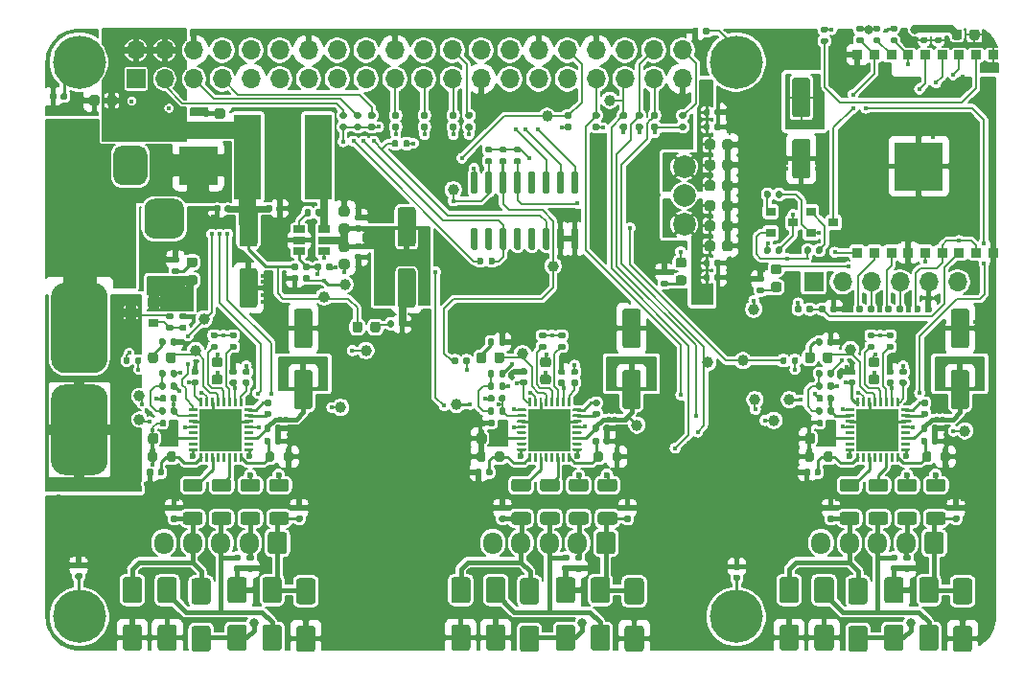
<source format=gtl>
G04 #@! TF.GenerationSoftware,KiCad,Pcbnew,5.1.12-84ad8e8a86~92~ubuntu20.04.1*
G04 #@! TF.CreationDate,2022-01-15T16:11:00+01:00*
G04 #@! TF.ProjectId,SaMcam_shield,53614d63-616d-45f7-9368-69656c642e6b,rev?*
G04 #@! TF.SameCoordinates,Original*
G04 #@! TF.FileFunction,Copper,L1,Top*
G04 #@! TF.FilePolarity,Positive*
%FSLAX46Y46*%
G04 Gerber Fmt 4.6, Leading zero omitted, Abs format (unit mm)*
G04 Created by KiCad (PCBNEW 5.1.12-84ad8e8a86~92~ubuntu20.04.1) date 2022-01-15 16:11:00*
%MOMM*%
%LPD*%
G01*
G04 APERTURE LIST*
G04 #@! TA.AperFunction,ComponentPad*
%ADD10C,0.500000*%
G04 #@! TD*
G04 #@! TA.AperFunction,SMDPad,CuDef*
%ADD11R,3.700000X3.700000*%
G04 #@! TD*
G04 #@! TA.AperFunction,SMDPad,CuDef*
%ADD12R,4.300000X4.300000*%
G04 #@! TD*
G04 #@! TA.AperFunction,SMDPad,CuDef*
%ADD13R,0.912500X0.850000*%
G04 #@! TD*
G04 #@! TA.AperFunction,ComponentPad*
%ADD14C,2.000000*%
G04 #@! TD*
G04 #@! TA.AperFunction,ComponentPad*
%ADD15C,4.700000*%
G04 #@! TD*
G04 #@! TA.AperFunction,ComponentPad*
%ADD16O,1.700000X1.700000*%
G04 #@! TD*
G04 #@! TA.AperFunction,ComponentPad*
%ADD17R,1.700000X1.700000*%
G04 #@! TD*
G04 #@! TA.AperFunction,ComponentPad*
%ADD18O,1.700000X1.950000*%
G04 #@! TD*
G04 #@! TA.AperFunction,SMDPad,CuDef*
%ADD19R,2.400000X7.500000*%
G04 #@! TD*
G04 #@! TA.AperFunction,SMDPad,CuDef*
%ADD20R,0.900000X0.800000*%
G04 #@! TD*
G04 #@! TA.AperFunction,SMDPad,CuDef*
%ADD21C,1.000000*%
G04 #@! TD*
G04 #@! TA.AperFunction,SMDPad,CuDef*
%ADD22R,1.060000X0.650000*%
G04 #@! TD*
G04 #@! TA.AperFunction,ComponentPad*
%ADD23R,3.500000X3.500000*%
G04 #@! TD*
G04 #@! TA.AperFunction,ViaPad*
%ADD24C,0.450000*%
G04 #@! TD*
G04 #@! TA.AperFunction,ViaPad*
%ADD25C,0.800000*%
G04 #@! TD*
G04 #@! TA.AperFunction,ViaPad*
%ADD26C,0.600000*%
G04 #@! TD*
G04 #@! TA.AperFunction,Conductor*
%ADD27C,0.250000*%
G04 #@! TD*
G04 #@! TA.AperFunction,Conductor*
%ADD28C,0.400000*%
G04 #@! TD*
G04 #@! TA.AperFunction,Conductor*
%ADD29C,0.200000*%
G04 #@! TD*
G04 #@! TA.AperFunction,Conductor*
%ADD30C,0.700000*%
G04 #@! TD*
G04 #@! TA.AperFunction,Conductor*
%ADD31C,1.500000*%
G04 #@! TD*
G04 #@! TA.AperFunction,Conductor*
%ADD32C,0.600000*%
G04 #@! TD*
G04 #@! TA.AperFunction,Conductor*
%ADD33C,3.000000*%
G04 #@! TD*
G04 #@! TA.AperFunction,Conductor*
%ADD34C,0.100000*%
G04 #@! TD*
G04 #@! TA.AperFunction,Conductor*
%ADD35C,0.127000*%
G04 #@! TD*
G04 APERTURE END LIST*
G04 #@! TA.AperFunction,SMDPad,CuDef*
G36*
G01*
X158519000Y-75146000D02*
X158219000Y-75146000D01*
G75*
G02*
X158069000Y-74996000I0J150000D01*
G01*
X158069000Y-73346000D01*
G75*
G02*
X158219000Y-73196000I150000J0D01*
G01*
X158519000Y-73196000D01*
G75*
G02*
X158669000Y-73346000I0J-150000D01*
G01*
X158669000Y-74996000D01*
G75*
G02*
X158519000Y-75146000I-150000J0D01*
G01*
G37*
G04 #@! TD.AperFunction*
G04 #@! TA.AperFunction,SMDPad,CuDef*
G36*
G01*
X159789000Y-75146000D02*
X159489000Y-75146000D01*
G75*
G02*
X159339000Y-74996000I0J150000D01*
G01*
X159339000Y-73346000D01*
G75*
G02*
X159489000Y-73196000I150000J0D01*
G01*
X159789000Y-73196000D01*
G75*
G02*
X159939000Y-73346000I0J-150000D01*
G01*
X159939000Y-74996000D01*
G75*
G02*
X159789000Y-75146000I-150000J0D01*
G01*
G37*
G04 #@! TD.AperFunction*
G04 #@! TA.AperFunction,SMDPad,CuDef*
G36*
G01*
X161059000Y-75146000D02*
X160759000Y-75146000D01*
G75*
G02*
X160609000Y-74996000I0J150000D01*
G01*
X160609000Y-73346000D01*
G75*
G02*
X160759000Y-73196000I150000J0D01*
G01*
X161059000Y-73196000D01*
G75*
G02*
X161209000Y-73346000I0J-150000D01*
G01*
X161209000Y-74996000D01*
G75*
G02*
X161059000Y-75146000I-150000J0D01*
G01*
G37*
G04 #@! TD.AperFunction*
G04 #@! TA.AperFunction,SMDPad,CuDef*
G36*
G01*
X162329000Y-75146000D02*
X162029000Y-75146000D01*
G75*
G02*
X161879000Y-74996000I0J150000D01*
G01*
X161879000Y-73346000D01*
G75*
G02*
X162029000Y-73196000I150000J0D01*
G01*
X162329000Y-73196000D01*
G75*
G02*
X162479000Y-73346000I0J-150000D01*
G01*
X162479000Y-74996000D01*
G75*
G02*
X162329000Y-75146000I-150000J0D01*
G01*
G37*
G04 #@! TD.AperFunction*
G04 #@! TA.AperFunction,SMDPad,CuDef*
G36*
G01*
X163599000Y-75146000D02*
X163299000Y-75146000D01*
G75*
G02*
X163149000Y-74996000I0J150000D01*
G01*
X163149000Y-73346000D01*
G75*
G02*
X163299000Y-73196000I150000J0D01*
G01*
X163599000Y-73196000D01*
G75*
G02*
X163749000Y-73346000I0J-150000D01*
G01*
X163749000Y-74996000D01*
G75*
G02*
X163599000Y-75146000I-150000J0D01*
G01*
G37*
G04 #@! TD.AperFunction*
G04 #@! TA.AperFunction,SMDPad,CuDef*
G36*
G01*
X164869000Y-75146000D02*
X164569000Y-75146000D01*
G75*
G02*
X164419000Y-74996000I0J150000D01*
G01*
X164419000Y-73346000D01*
G75*
G02*
X164569000Y-73196000I150000J0D01*
G01*
X164869000Y-73196000D01*
G75*
G02*
X165019000Y-73346000I0J-150000D01*
G01*
X165019000Y-74996000D01*
G75*
G02*
X164869000Y-75146000I-150000J0D01*
G01*
G37*
G04 #@! TD.AperFunction*
G04 #@! TA.AperFunction,SMDPad,CuDef*
G36*
G01*
X166139000Y-75146000D02*
X165839000Y-75146000D01*
G75*
G02*
X165689000Y-74996000I0J150000D01*
G01*
X165689000Y-73346000D01*
G75*
G02*
X165839000Y-73196000I150000J0D01*
G01*
X166139000Y-73196000D01*
G75*
G02*
X166289000Y-73346000I0J-150000D01*
G01*
X166289000Y-74996000D01*
G75*
G02*
X166139000Y-75146000I-150000J0D01*
G01*
G37*
G04 #@! TD.AperFunction*
G04 #@! TA.AperFunction,SMDPad,CuDef*
G36*
G01*
X167409000Y-75146000D02*
X167109000Y-75146000D01*
G75*
G02*
X166959000Y-74996000I0J150000D01*
G01*
X166959000Y-73346000D01*
G75*
G02*
X167109000Y-73196000I150000J0D01*
G01*
X167409000Y-73196000D01*
G75*
G02*
X167559000Y-73346000I0J-150000D01*
G01*
X167559000Y-74996000D01*
G75*
G02*
X167409000Y-75146000I-150000J0D01*
G01*
G37*
G04 #@! TD.AperFunction*
G04 #@! TA.AperFunction,SMDPad,CuDef*
G36*
G01*
X167409000Y-80096000D02*
X167109000Y-80096000D01*
G75*
G02*
X166959000Y-79946000I0J150000D01*
G01*
X166959000Y-78296000D01*
G75*
G02*
X167109000Y-78146000I150000J0D01*
G01*
X167409000Y-78146000D01*
G75*
G02*
X167559000Y-78296000I0J-150000D01*
G01*
X167559000Y-79946000D01*
G75*
G02*
X167409000Y-80096000I-150000J0D01*
G01*
G37*
G04 #@! TD.AperFunction*
G04 #@! TA.AperFunction,SMDPad,CuDef*
G36*
G01*
X166139000Y-80096000D02*
X165839000Y-80096000D01*
G75*
G02*
X165689000Y-79946000I0J150000D01*
G01*
X165689000Y-78296000D01*
G75*
G02*
X165839000Y-78146000I150000J0D01*
G01*
X166139000Y-78146000D01*
G75*
G02*
X166289000Y-78296000I0J-150000D01*
G01*
X166289000Y-79946000D01*
G75*
G02*
X166139000Y-80096000I-150000J0D01*
G01*
G37*
G04 #@! TD.AperFunction*
G04 #@! TA.AperFunction,SMDPad,CuDef*
G36*
G01*
X164869000Y-80096000D02*
X164569000Y-80096000D01*
G75*
G02*
X164419000Y-79946000I0J150000D01*
G01*
X164419000Y-78296000D01*
G75*
G02*
X164569000Y-78146000I150000J0D01*
G01*
X164869000Y-78146000D01*
G75*
G02*
X165019000Y-78296000I0J-150000D01*
G01*
X165019000Y-79946000D01*
G75*
G02*
X164869000Y-80096000I-150000J0D01*
G01*
G37*
G04 #@! TD.AperFunction*
G04 #@! TA.AperFunction,SMDPad,CuDef*
G36*
G01*
X163599000Y-80096000D02*
X163299000Y-80096000D01*
G75*
G02*
X163149000Y-79946000I0J150000D01*
G01*
X163149000Y-78296000D01*
G75*
G02*
X163299000Y-78146000I150000J0D01*
G01*
X163599000Y-78146000D01*
G75*
G02*
X163749000Y-78296000I0J-150000D01*
G01*
X163749000Y-79946000D01*
G75*
G02*
X163599000Y-80096000I-150000J0D01*
G01*
G37*
G04 #@! TD.AperFunction*
G04 #@! TA.AperFunction,SMDPad,CuDef*
G36*
G01*
X162329000Y-80096000D02*
X162029000Y-80096000D01*
G75*
G02*
X161879000Y-79946000I0J150000D01*
G01*
X161879000Y-78296000D01*
G75*
G02*
X162029000Y-78146000I150000J0D01*
G01*
X162329000Y-78146000D01*
G75*
G02*
X162479000Y-78296000I0J-150000D01*
G01*
X162479000Y-79946000D01*
G75*
G02*
X162329000Y-80096000I-150000J0D01*
G01*
G37*
G04 #@! TD.AperFunction*
G04 #@! TA.AperFunction,SMDPad,CuDef*
G36*
G01*
X161059000Y-80096000D02*
X160759000Y-80096000D01*
G75*
G02*
X160609000Y-79946000I0J150000D01*
G01*
X160609000Y-78296000D01*
G75*
G02*
X160759000Y-78146000I150000J0D01*
G01*
X161059000Y-78146000D01*
G75*
G02*
X161209000Y-78296000I0J-150000D01*
G01*
X161209000Y-79946000D01*
G75*
G02*
X161059000Y-80096000I-150000J0D01*
G01*
G37*
G04 #@! TD.AperFunction*
G04 #@! TA.AperFunction,SMDPad,CuDef*
G36*
G01*
X159789000Y-80096000D02*
X159489000Y-80096000D01*
G75*
G02*
X159339000Y-79946000I0J150000D01*
G01*
X159339000Y-78296000D01*
G75*
G02*
X159489000Y-78146000I150000J0D01*
G01*
X159789000Y-78146000D01*
G75*
G02*
X159939000Y-78296000I0J-150000D01*
G01*
X159939000Y-79946000D01*
G75*
G02*
X159789000Y-80096000I-150000J0D01*
G01*
G37*
G04 #@! TD.AperFunction*
G04 #@! TA.AperFunction,SMDPad,CuDef*
G36*
G01*
X158519000Y-80096000D02*
X158219000Y-80096000D01*
G75*
G02*
X158069000Y-79946000I0J150000D01*
G01*
X158069000Y-78296000D01*
G75*
G02*
X158219000Y-78146000I150000J0D01*
G01*
X158519000Y-78146000D01*
G75*
G02*
X158669000Y-78296000I0J-150000D01*
G01*
X158669000Y-79946000D01*
G75*
G02*
X158519000Y-80096000I-150000J0D01*
G01*
G37*
G04 #@! TD.AperFunction*
G04 #@! TA.AperFunction,SMDPad,CuDef*
G36*
G01*
X151649001Y-70515000D02*
X151649001Y-70885000D01*
G75*
G02*
X151514001Y-71020000I-135000J0D01*
G01*
X151244001Y-71020000D01*
G75*
G02*
X151109001Y-70885000I0J135000D01*
G01*
X151109001Y-70515000D01*
G75*
G02*
X151244001Y-70380000I135000J0D01*
G01*
X151514001Y-70380000D01*
G75*
G02*
X151649001Y-70515000I0J-135000D01*
G01*
G37*
G04 #@! TD.AperFunction*
G04 #@! TA.AperFunction,SMDPad,CuDef*
G36*
G01*
X152669001Y-70515000D02*
X152669001Y-70885000D01*
G75*
G02*
X152534001Y-71020000I-135000J0D01*
G01*
X152264001Y-71020000D01*
G75*
G02*
X152129001Y-70885000I0J135000D01*
G01*
X152129001Y-70515000D01*
G75*
G02*
X152264001Y-70380000I135000J0D01*
G01*
X152534001Y-70380000D01*
G75*
G02*
X152669001Y-70515000I0J-135000D01*
G01*
G37*
G04 #@! TD.AperFunction*
D10*
X193000000Y-95000000D03*
X194000000Y-95000000D03*
X195000000Y-95000000D03*
X193000000Y-96000000D03*
X194000000Y-96000000D03*
X195000000Y-96000000D03*
X193000000Y-97000000D03*
X194000000Y-97000000D03*
X195000000Y-97000000D03*
D11*
X194000000Y-96000000D03*
G04 #@! TA.AperFunction,SMDPad,CuDef*
G36*
G01*
X195875000Y-98112500D02*
X195875000Y-98787500D01*
G75*
G02*
X195812500Y-98850000I-62500J0D01*
G01*
X195687500Y-98850000D01*
G75*
G02*
X195625000Y-98787500I0J62500D01*
G01*
X195625000Y-98112500D01*
G75*
G02*
X195687500Y-98050000I62500J0D01*
G01*
X195812500Y-98050000D01*
G75*
G02*
X195875000Y-98112500I0J-62500D01*
G01*
G37*
G04 #@! TD.AperFunction*
G04 #@! TA.AperFunction,SMDPad,CuDef*
G36*
G01*
X195375000Y-98112500D02*
X195375000Y-98787500D01*
G75*
G02*
X195312500Y-98850000I-62500J0D01*
G01*
X195187500Y-98850000D01*
G75*
G02*
X195125000Y-98787500I0J62500D01*
G01*
X195125000Y-98112500D01*
G75*
G02*
X195187500Y-98050000I62500J0D01*
G01*
X195312500Y-98050000D01*
G75*
G02*
X195375000Y-98112500I0J-62500D01*
G01*
G37*
G04 #@! TD.AperFunction*
G04 #@! TA.AperFunction,SMDPad,CuDef*
G36*
G01*
X194875000Y-98112500D02*
X194875000Y-98787500D01*
G75*
G02*
X194812500Y-98850000I-62500J0D01*
G01*
X194687500Y-98850000D01*
G75*
G02*
X194625000Y-98787500I0J62500D01*
G01*
X194625000Y-98112500D01*
G75*
G02*
X194687500Y-98050000I62500J0D01*
G01*
X194812500Y-98050000D01*
G75*
G02*
X194875000Y-98112500I0J-62500D01*
G01*
G37*
G04 #@! TD.AperFunction*
G04 #@! TA.AperFunction,SMDPad,CuDef*
G36*
G01*
X194375000Y-98112500D02*
X194375000Y-98787500D01*
G75*
G02*
X194312500Y-98850000I-62500J0D01*
G01*
X194187500Y-98850000D01*
G75*
G02*
X194125000Y-98787500I0J62500D01*
G01*
X194125000Y-98112500D01*
G75*
G02*
X194187500Y-98050000I62500J0D01*
G01*
X194312500Y-98050000D01*
G75*
G02*
X194375000Y-98112500I0J-62500D01*
G01*
G37*
G04 #@! TD.AperFunction*
G04 #@! TA.AperFunction,SMDPad,CuDef*
G36*
G01*
X193875000Y-98112500D02*
X193875000Y-98787500D01*
G75*
G02*
X193812500Y-98850000I-62500J0D01*
G01*
X193687500Y-98850000D01*
G75*
G02*
X193625000Y-98787500I0J62500D01*
G01*
X193625000Y-98112500D01*
G75*
G02*
X193687500Y-98050000I62500J0D01*
G01*
X193812500Y-98050000D01*
G75*
G02*
X193875000Y-98112500I0J-62500D01*
G01*
G37*
G04 #@! TD.AperFunction*
G04 #@! TA.AperFunction,SMDPad,CuDef*
G36*
G01*
X193375000Y-98112500D02*
X193375000Y-98787500D01*
G75*
G02*
X193312500Y-98850000I-62500J0D01*
G01*
X193187500Y-98850000D01*
G75*
G02*
X193125000Y-98787500I0J62500D01*
G01*
X193125000Y-98112500D01*
G75*
G02*
X193187500Y-98050000I62500J0D01*
G01*
X193312500Y-98050000D01*
G75*
G02*
X193375000Y-98112500I0J-62500D01*
G01*
G37*
G04 #@! TD.AperFunction*
G04 #@! TA.AperFunction,SMDPad,CuDef*
G36*
G01*
X192875000Y-98112500D02*
X192875000Y-98787500D01*
G75*
G02*
X192812500Y-98850000I-62500J0D01*
G01*
X192687500Y-98850000D01*
G75*
G02*
X192625000Y-98787500I0J62500D01*
G01*
X192625000Y-98112500D01*
G75*
G02*
X192687500Y-98050000I62500J0D01*
G01*
X192812500Y-98050000D01*
G75*
G02*
X192875000Y-98112500I0J-62500D01*
G01*
G37*
G04 #@! TD.AperFunction*
G04 #@! TA.AperFunction,SMDPad,CuDef*
G36*
G01*
X192375000Y-98112500D02*
X192375000Y-98787500D01*
G75*
G02*
X192312500Y-98850000I-62500J0D01*
G01*
X192187500Y-98850000D01*
G75*
G02*
X192125000Y-98787500I0J62500D01*
G01*
X192125000Y-98112500D01*
G75*
G02*
X192187500Y-98050000I62500J0D01*
G01*
X192312500Y-98050000D01*
G75*
G02*
X192375000Y-98112500I0J-62500D01*
G01*
G37*
G04 #@! TD.AperFunction*
G04 #@! TA.AperFunction,SMDPad,CuDef*
G36*
G01*
X191950000Y-97687500D02*
X191950000Y-97812500D01*
G75*
G02*
X191887500Y-97875000I-62500J0D01*
G01*
X191212500Y-97875000D01*
G75*
G02*
X191150000Y-97812500I0J62500D01*
G01*
X191150000Y-97687500D01*
G75*
G02*
X191212500Y-97625000I62500J0D01*
G01*
X191887500Y-97625000D01*
G75*
G02*
X191950000Y-97687500I0J-62500D01*
G01*
G37*
G04 #@! TD.AperFunction*
G04 #@! TA.AperFunction,SMDPad,CuDef*
G36*
G01*
X191950000Y-97187500D02*
X191950000Y-97312500D01*
G75*
G02*
X191887500Y-97375000I-62500J0D01*
G01*
X191212500Y-97375000D01*
G75*
G02*
X191150000Y-97312500I0J62500D01*
G01*
X191150000Y-97187500D01*
G75*
G02*
X191212500Y-97125000I62500J0D01*
G01*
X191887500Y-97125000D01*
G75*
G02*
X191950000Y-97187500I0J-62500D01*
G01*
G37*
G04 #@! TD.AperFunction*
G04 #@! TA.AperFunction,SMDPad,CuDef*
G36*
G01*
X191950000Y-96687500D02*
X191950000Y-96812500D01*
G75*
G02*
X191887500Y-96875000I-62500J0D01*
G01*
X191212500Y-96875000D01*
G75*
G02*
X191150000Y-96812500I0J62500D01*
G01*
X191150000Y-96687500D01*
G75*
G02*
X191212500Y-96625000I62500J0D01*
G01*
X191887500Y-96625000D01*
G75*
G02*
X191950000Y-96687500I0J-62500D01*
G01*
G37*
G04 #@! TD.AperFunction*
G04 #@! TA.AperFunction,SMDPad,CuDef*
G36*
G01*
X191950000Y-96187500D02*
X191950000Y-96312500D01*
G75*
G02*
X191887500Y-96375000I-62500J0D01*
G01*
X191212500Y-96375000D01*
G75*
G02*
X191150000Y-96312500I0J62500D01*
G01*
X191150000Y-96187500D01*
G75*
G02*
X191212500Y-96125000I62500J0D01*
G01*
X191887500Y-96125000D01*
G75*
G02*
X191950000Y-96187500I0J-62500D01*
G01*
G37*
G04 #@! TD.AperFunction*
G04 #@! TA.AperFunction,SMDPad,CuDef*
G36*
G01*
X191950000Y-95687500D02*
X191950000Y-95812500D01*
G75*
G02*
X191887500Y-95875000I-62500J0D01*
G01*
X191212500Y-95875000D01*
G75*
G02*
X191150000Y-95812500I0J62500D01*
G01*
X191150000Y-95687500D01*
G75*
G02*
X191212500Y-95625000I62500J0D01*
G01*
X191887500Y-95625000D01*
G75*
G02*
X191950000Y-95687500I0J-62500D01*
G01*
G37*
G04 #@! TD.AperFunction*
G04 #@! TA.AperFunction,SMDPad,CuDef*
G36*
G01*
X191950000Y-95187500D02*
X191950000Y-95312500D01*
G75*
G02*
X191887500Y-95375000I-62500J0D01*
G01*
X191212500Y-95375000D01*
G75*
G02*
X191150000Y-95312500I0J62500D01*
G01*
X191150000Y-95187500D01*
G75*
G02*
X191212500Y-95125000I62500J0D01*
G01*
X191887500Y-95125000D01*
G75*
G02*
X191950000Y-95187500I0J-62500D01*
G01*
G37*
G04 #@! TD.AperFunction*
G04 #@! TA.AperFunction,SMDPad,CuDef*
G36*
G01*
X191950000Y-94687500D02*
X191950000Y-94812500D01*
G75*
G02*
X191887500Y-94875000I-62500J0D01*
G01*
X191212500Y-94875000D01*
G75*
G02*
X191150000Y-94812500I0J62500D01*
G01*
X191150000Y-94687500D01*
G75*
G02*
X191212500Y-94625000I62500J0D01*
G01*
X191887500Y-94625000D01*
G75*
G02*
X191950000Y-94687500I0J-62500D01*
G01*
G37*
G04 #@! TD.AperFunction*
G04 #@! TA.AperFunction,SMDPad,CuDef*
G36*
G01*
X191950000Y-94187500D02*
X191950000Y-94312500D01*
G75*
G02*
X191887500Y-94375000I-62500J0D01*
G01*
X191212500Y-94375000D01*
G75*
G02*
X191150000Y-94312500I0J62500D01*
G01*
X191150000Y-94187500D01*
G75*
G02*
X191212500Y-94125000I62500J0D01*
G01*
X191887500Y-94125000D01*
G75*
G02*
X191950000Y-94187500I0J-62500D01*
G01*
G37*
G04 #@! TD.AperFunction*
G04 #@! TA.AperFunction,SMDPad,CuDef*
G36*
G01*
X192375000Y-93212500D02*
X192375000Y-93887500D01*
G75*
G02*
X192312500Y-93950000I-62500J0D01*
G01*
X192187500Y-93950000D01*
G75*
G02*
X192125000Y-93887500I0J62500D01*
G01*
X192125000Y-93212500D01*
G75*
G02*
X192187500Y-93150000I62500J0D01*
G01*
X192312500Y-93150000D01*
G75*
G02*
X192375000Y-93212500I0J-62500D01*
G01*
G37*
G04 #@! TD.AperFunction*
G04 #@! TA.AperFunction,SMDPad,CuDef*
G36*
G01*
X192875000Y-93212500D02*
X192875000Y-93887500D01*
G75*
G02*
X192812500Y-93950000I-62500J0D01*
G01*
X192687500Y-93950000D01*
G75*
G02*
X192625000Y-93887500I0J62500D01*
G01*
X192625000Y-93212500D01*
G75*
G02*
X192687500Y-93150000I62500J0D01*
G01*
X192812500Y-93150000D01*
G75*
G02*
X192875000Y-93212500I0J-62500D01*
G01*
G37*
G04 #@! TD.AperFunction*
G04 #@! TA.AperFunction,SMDPad,CuDef*
G36*
G01*
X193375000Y-93212500D02*
X193375000Y-93887500D01*
G75*
G02*
X193312500Y-93950000I-62500J0D01*
G01*
X193187500Y-93950000D01*
G75*
G02*
X193125000Y-93887500I0J62500D01*
G01*
X193125000Y-93212500D01*
G75*
G02*
X193187500Y-93150000I62500J0D01*
G01*
X193312500Y-93150000D01*
G75*
G02*
X193375000Y-93212500I0J-62500D01*
G01*
G37*
G04 #@! TD.AperFunction*
G04 #@! TA.AperFunction,SMDPad,CuDef*
G36*
G01*
X193875000Y-93212500D02*
X193875000Y-93887500D01*
G75*
G02*
X193812500Y-93950000I-62500J0D01*
G01*
X193687500Y-93950000D01*
G75*
G02*
X193625000Y-93887500I0J62500D01*
G01*
X193625000Y-93212500D01*
G75*
G02*
X193687500Y-93150000I62500J0D01*
G01*
X193812500Y-93150000D01*
G75*
G02*
X193875000Y-93212500I0J-62500D01*
G01*
G37*
G04 #@! TD.AperFunction*
G04 #@! TA.AperFunction,SMDPad,CuDef*
G36*
G01*
X194375000Y-93212500D02*
X194375000Y-93887500D01*
G75*
G02*
X194312500Y-93950000I-62500J0D01*
G01*
X194187500Y-93950000D01*
G75*
G02*
X194125000Y-93887500I0J62500D01*
G01*
X194125000Y-93212500D01*
G75*
G02*
X194187500Y-93150000I62500J0D01*
G01*
X194312500Y-93150000D01*
G75*
G02*
X194375000Y-93212500I0J-62500D01*
G01*
G37*
G04 #@! TD.AperFunction*
G04 #@! TA.AperFunction,SMDPad,CuDef*
G36*
G01*
X194875000Y-93212500D02*
X194875000Y-93887500D01*
G75*
G02*
X194812500Y-93950000I-62500J0D01*
G01*
X194687500Y-93950000D01*
G75*
G02*
X194625000Y-93887500I0J62500D01*
G01*
X194625000Y-93212500D01*
G75*
G02*
X194687500Y-93150000I62500J0D01*
G01*
X194812500Y-93150000D01*
G75*
G02*
X194875000Y-93212500I0J-62500D01*
G01*
G37*
G04 #@! TD.AperFunction*
G04 #@! TA.AperFunction,SMDPad,CuDef*
G36*
G01*
X195375000Y-93212500D02*
X195375000Y-93887500D01*
G75*
G02*
X195312500Y-93950000I-62500J0D01*
G01*
X195187500Y-93950000D01*
G75*
G02*
X195125000Y-93887500I0J62500D01*
G01*
X195125000Y-93212500D01*
G75*
G02*
X195187500Y-93150000I62500J0D01*
G01*
X195312500Y-93150000D01*
G75*
G02*
X195375000Y-93212500I0J-62500D01*
G01*
G37*
G04 #@! TD.AperFunction*
G04 #@! TA.AperFunction,SMDPad,CuDef*
G36*
G01*
X195875000Y-93212500D02*
X195875000Y-93887500D01*
G75*
G02*
X195812500Y-93950000I-62500J0D01*
G01*
X195687500Y-93950000D01*
G75*
G02*
X195625000Y-93887500I0J62500D01*
G01*
X195625000Y-93212500D01*
G75*
G02*
X195687500Y-93150000I62500J0D01*
G01*
X195812500Y-93150000D01*
G75*
G02*
X195875000Y-93212500I0J-62500D01*
G01*
G37*
G04 #@! TD.AperFunction*
G04 #@! TA.AperFunction,SMDPad,CuDef*
G36*
G01*
X196850000Y-94187500D02*
X196850000Y-94312500D01*
G75*
G02*
X196787500Y-94375000I-62500J0D01*
G01*
X196112500Y-94375000D01*
G75*
G02*
X196050000Y-94312500I0J62500D01*
G01*
X196050000Y-94187500D01*
G75*
G02*
X196112500Y-94125000I62500J0D01*
G01*
X196787500Y-94125000D01*
G75*
G02*
X196850000Y-94187500I0J-62500D01*
G01*
G37*
G04 #@! TD.AperFunction*
G04 #@! TA.AperFunction,SMDPad,CuDef*
G36*
G01*
X196850000Y-94687500D02*
X196850000Y-94812500D01*
G75*
G02*
X196787500Y-94875000I-62500J0D01*
G01*
X196112500Y-94875000D01*
G75*
G02*
X196050000Y-94812500I0J62500D01*
G01*
X196050000Y-94687500D01*
G75*
G02*
X196112500Y-94625000I62500J0D01*
G01*
X196787500Y-94625000D01*
G75*
G02*
X196850000Y-94687500I0J-62500D01*
G01*
G37*
G04 #@! TD.AperFunction*
G04 #@! TA.AperFunction,SMDPad,CuDef*
G36*
G01*
X196850000Y-95187500D02*
X196850000Y-95312500D01*
G75*
G02*
X196787500Y-95375000I-62500J0D01*
G01*
X196112500Y-95375000D01*
G75*
G02*
X196050000Y-95312500I0J62500D01*
G01*
X196050000Y-95187500D01*
G75*
G02*
X196112500Y-95125000I62500J0D01*
G01*
X196787500Y-95125000D01*
G75*
G02*
X196850000Y-95187500I0J-62500D01*
G01*
G37*
G04 #@! TD.AperFunction*
G04 #@! TA.AperFunction,SMDPad,CuDef*
G36*
G01*
X196850000Y-95687500D02*
X196850000Y-95812500D01*
G75*
G02*
X196787500Y-95875000I-62500J0D01*
G01*
X196112500Y-95875000D01*
G75*
G02*
X196050000Y-95812500I0J62500D01*
G01*
X196050000Y-95687500D01*
G75*
G02*
X196112500Y-95625000I62500J0D01*
G01*
X196787500Y-95625000D01*
G75*
G02*
X196850000Y-95687500I0J-62500D01*
G01*
G37*
G04 #@! TD.AperFunction*
G04 #@! TA.AperFunction,SMDPad,CuDef*
G36*
G01*
X196850000Y-96187500D02*
X196850000Y-96312500D01*
G75*
G02*
X196787500Y-96375000I-62500J0D01*
G01*
X196112500Y-96375000D01*
G75*
G02*
X196050000Y-96312500I0J62500D01*
G01*
X196050000Y-96187500D01*
G75*
G02*
X196112500Y-96125000I62500J0D01*
G01*
X196787500Y-96125000D01*
G75*
G02*
X196850000Y-96187500I0J-62500D01*
G01*
G37*
G04 #@! TD.AperFunction*
G04 #@! TA.AperFunction,SMDPad,CuDef*
G36*
G01*
X196850000Y-96687500D02*
X196850000Y-96812500D01*
G75*
G02*
X196787500Y-96875000I-62500J0D01*
G01*
X196112500Y-96875000D01*
G75*
G02*
X196050000Y-96812500I0J62500D01*
G01*
X196050000Y-96687500D01*
G75*
G02*
X196112500Y-96625000I62500J0D01*
G01*
X196787500Y-96625000D01*
G75*
G02*
X196850000Y-96687500I0J-62500D01*
G01*
G37*
G04 #@! TD.AperFunction*
G04 #@! TA.AperFunction,SMDPad,CuDef*
G36*
G01*
X196850000Y-97187500D02*
X196850000Y-97312500D01*
G75*
G02*
X196787500Y-97375000I-62500J0D01*
G01*
X196112500Y-97375000D01*
G75*
G02*
X196050000Y-97312500I0J62500D01*
G01*
X196050000Y-97187500D01*
G75*
G02*
X196112500Y-97125000I62500J0D01*
G01*
X196787500Y-97125000D01*
G75*
G02*
X196850000Y-97187500I0J-62500D01*
G01*
G37*
G04 #@! TD.AperFunction*
G04 #@! TA.AperFunction,SMDPad,CuDef*
G36*
G01*
X196850000Y-97687500D02*
X196850000Y-97812500D01*
G75*
G02*
X196787500Y-97875000I-62500J0D01*
G01*
X196112500Y-97875000D01*
G75*
G02*
X196050000Y-97812500I0J62500D01*
G01*
X196050000Y-97687500D01*
G75*
G02*
X196112500Y-97625000I62500J0D01*
G01*
X196787500Y-97625000D01*
G75*
G02*
X196850000Y-97687500I0J-62500D01*
G01*
G37*
G04 #@! TD.AperFunction*
D12*
X197620000Y-72720000D03*
D13*
X204200000Y-62862500D03*
X202700000Y-62862500D03*
X201200000Y-62862500D03*
X199700000Y-62862500D03*
X198200000Y-62862500D03*
X196700000Y-62862500D03*
X195200000Y-62862500D03*
X193700000Y-62862500D03*
X192200000Y-62862500D03*
X192200000Y-80337500D03*
X193700000Y-80337500D03*
X195200000Y-80337500D03*
X196700000Y-80337500D03*
X198200000Y-80337500D03*
X199700000Y-80337500D03*
X201200000Y-80337500D03*
X202700000Y-80337500D03*
X204200000Y-80337500D03*
D14*
X176911000Y-72771000D03*
X176911000Y-75311000D03*
X176911000Y-77851000D03*
G04 #@! TA.AperFunction,SMDPad,CuDef*
G36*
G01*
X186699600Y-70292000D02*
X187799600Y-70292000D01*
G75*
G02*
X188049600Y-70542000I0J-250000D01*
G01*
X188049600Y-73542000D01*
G75*
G02*
X187799600Y-73792000I-250000J0D01*
G01*
X186699600Y-73792000D01*
G75*
G02*
X186449600Y-73542000I0J250000D01*
G01*
X186449600Y-70542000D01*
G75*
G02*
X186699600Y-70292000I250000J0D01*
G01*
G37*
G04 #@! TD.AperFunction*
G04 #@! TA.AperFunction,SMDPad,CuDef*
G36*
G01*
X186699600Y-64892000D02*
X187799600Y-64892000D01*
G75*
G02*
X188049600Y-65142000I0J-250000D01*
G01*
X188049600Y-68142000D01*
G75*
G02*
X187799600Y-68392000I-250000J0D01*
G01*
X186699600Y-68392000D01*
G75*
G02*
X186449600Y-68142000I0J250000D01*
G01*
X186449600Y-65142000D01*
G75*
G02*
X186699600Y-64892000I250000J0D01*
G01*
G37*
G04 #@! TD.AperFunction*
G04 #@! TA.AperFunction,SMDPad,CuDef*
G36*
G01*
X143819600Y-88788200D02*
X142719600Y-88788200D01*
G75*
G02*
X142469600Y-88538200I0J250000D01*
G01*
X142469600Y-85538200D01*
G75*
G02*
X142719600Y-85288200I250000J0D01*
G01*
X143819600Y-85288200D01*
G75*
G02*
X144069600Y-85538200I0J-250000D01*
G01*
X144069600Y-88538200D01*
G75*
G02*
X143819600Y-88788200I-250000J0D01*
G01*
G37*
G04 #@! TD.AperFunction*
G04 #@! TA.AperFunction,SMDPad,CuDef*
G36*
G01*
X143819600Y-94188200D02*
X142719600Y-94188200D01*
G75*
G02*
X142469600Y-93938200I0J250000D01*
G01*
X142469600Y-90938200D01*
G75*
G02*
X142719600Y-90688200I250000J0D01*
G01*
X143819600Y-90688200D01*
G75*
G02*
X144069600Y-90938200I0J-250000D01*
G01*
X144069600Y-93938200D01*
G75*
G02*
X143819600Y-94188200I-250000J0D01*
G01*
G37*
G04 #@! TD.AperFunction*
G04 #@! TA.AperFunction,SMDPad,CuDef*
G36*
G01*
X172819600Y-88788200D02*
X171719600Y-88788200D01*
G75*
G02*
X171469600Y-88538200I0J250000D01*
G01*
X171469600Y-85538200D01*
G75*
G02*
X171719600Y-85288200I250000J0D01*
G01*
X172819600Y-85288200D01*
G75*
G02*
X173069600Y-85538200I0J-250000D01*
G01*
X173069600Y-88538200D01*
G75*
G02*
X172819600Y-88788200I-250000J0D01*
G01*
G37*
G04 #@! TD.AperFunction*
G04 #@! TA.AperFunction,SMDPad,CuDef*
G36*
G01*
X172819600Y-94188200D02*
X171719600Y-94188200D01*
G75*
G02*
X171469600Y-93938200I0J250000D01*
G01*
X171469600Y-90938200D01*
G75*
G02*
X171719600Y-90688200I250000J0D01*
G01*
X172819600Y-90688200D01*
G75*
G02*
X173069600Y-90938200I0J-250000D01*
G01*
X173069600Y-93938200D01*
G75*
G02*
X172819600Y-94188200I-250000J0D01*
G01*
G37*
G04 #@! TD.AperFunction*
G04 #@! TA.AperFunction,SMDPad,CuDef*
G36*
G01*
X201819600Y-88788200D02*
X200719600Y-88788200D01*
G75*
G02*
X200469600Y-88538200I0J250000D01*
G01*
X200469600Y-85538200D01*
G75*
G02*
X200719600Y-85288200I250000J0D01*
G01*
X201819600Y-85288200D01*
G75*
G02*
X202069600Y-85538200I0J-250000D01*
G01*
X202069600Y-88538200D01*
G75*
G02*
X201819600Y-88788200I-250000J0D01*
G01*
G37*
G04 #@! TD.AperFunction*
G04 #@! TA.AperFunction,SMDPad,CuDef*
G36*
G01*
X201819600Y-94188200D02*
X200719600Y-94188200D01*
G75*
G02*
X200469600Y-93938200I0J250000D01*
G01*
X200469600Y-90938200D01*
G75*
G02*
X200719600Y-90688200I250000J0D01*
G01*
X201819600Y-90688200D01*
G75*
G02*
X202069600Y-90938200I0J-250000D01*
G01*
X202069600Y-93938200D01*
G75*
G02*
X201819600Y-94188200I-250000J0D01*
G01*
G37*
G04 #@! TD.AperFunction*
G04 #@! TA.AperFunction,SMDPad,CuDef*
G36*
G01*
X137880000Y-81722000D02*
X138980000Y-81722000D01*
G75*
G02*
X139230000Y-81972000I0J-250000D01*
G01*
X139230000Y-84972000D01*
G75*
G02*
X138980000Y-85222000I-250000J0D01*
G01*
X137880000Y-85222000D01*
G75*
G02*
X137630000Y-84972000I0J250000D01*
G01*
X137630000Y-81972000D01*
G75*
G02*
X137880000Y-81722000I250000J0D01*
G01*
G37*
G04 #@! TD.AperFunction*
G04 #@! TA.AperFunction,SMDPad,CuDef*
G36*
G01*
X137880000Y-76322000D02*
X138980000Y-76322000D01*
G75*
G02*
X139230000Y-76572000I0J-250000D01*
G01*
X139230000Y-79572000D01*
G75*
G02*
X138980000Y-79822000I-250000J0D01*
G01*
X137880000Y-79822000D01*
G75*
G02*
X137630000Y-79572000I0J250000D01*
G01*
X137630000Y-76572000D01*
G75*
G02*
X137880000Y-76322000I250000J0D01*
G01*
G37*
G04 #@! TD.AperFunction*
G04 #@! TA.AperFunction,SMDPad,CuDef*
G36*
G01*
X151850000Y-81722000D02*
X152950000Y-81722000D01*
G75*
G02*
X153200000Y-81972000I0J-250000D01*
G01*
X153200000Y-84972000D01*
G75*
G02*
X152950000Y-85222000I-250000J0D01*
G01*
X151850000Y-85222000D01*
G75*
G02*
X151600000Y-84972000I0J250000D01*
G01*
X151600000Y-81972000D01*
G75*
G02*
X151850000Y-81722000I250000J0D01*
G01*
G37*
G04 #@! TD.AperFunction*
G04 #@! TA.AperFunction,SMDPad,CuDef*
G36*
G01*
X151850000Y-76322000D02*
X152950000Y-76322000D01*
G75*
G02*
X153200000Y-76572000I0J-250000D01*
G01*
X153200000Y-79572000D01*
G75*
G02*
X152950000Y-79822000I-250000J0D01*
G01*
X151850000Y-79822000D01*
G75*
G02*
X151600000Y-79572000I0J250000D01*
G01*
X151600000Y-76572000D01*
G75*
G02*
X151850000Y-76322000I250000J0D01*
G01*
G37*
G04 #@! TD.AperFunction*
G04 #@! TA.AperFunction,SMDPad,CuDef*
G36*
G01*
X128422000Y-90075600D02*
X128422000Y-89705600D01*
G75*
G02*
X128557000Y-89570600I135000J0D01*
G01*
X128827000Y-89570600D01*
G75*
G02*
X128962000Y-89705600I0J-135000D01*
G01*
X128962000Y-90075600D01*
G75*
G02*
X128827000Y-90210600I-135000J0D01*
G01*
X128557000Y-90210600D01*
G75*
G02*
X128422000Y-90075600I0J135000D01*
G01*
G37*
G04 #@! TD.AperFunction*
G04 #@! TA.AperFunction,SMDPad,CuDef*
G36*
G01*
X127402000Y-90075600D02*
X127402000Y-89705600D01*
G75*
G02*
X127537000Y-89570600I135000J0D01*
G01*
X127807000Y-89570600D01*
G75*
G02*
X127942000Y-89705600I0J-135000D01*
G01*
X127942000Y-90075600D01*
G75*
G02*
X127807000Y-90210600I-135000J0D01*
G01*
X127537000Y-90210600D01*
G75*
G02*
X127402000Y-90075600I0J135000D01*
G01*
G37*
G04 #@! TD.AperFunction*
G04 #@! TA.AperFunction,SMDPad,CuDef*
G36*
G01*
X157422000Y-90075600D02*
X157422000Y-89705600D01*
G75*
G02*
X157557000Y-89570600I135000J0D01*
G01*
X157827000Y-89570600D01*
G75*
G02*
X157962000Y-89705600I0J-135000D01*
G01*
X157962000Y-90075600D01*
G75*
G02*
X157827000Y-90210600I-135000J0D01*
G01*
X157557000Y-90210600D01*
G75*
G02*
X157422000Y-90075600I0J135000D01*
G01*
G37*
G04 #@! TD.AperFunction*
G04 #@! TA.AperFunction,SMDPad,CuDef*
G36*
G01*
X156402000Y-90075600D02*
X156402000Y-89705600D01*
G75*
G02*
X156537000Y-89570600I135000J0D01*
G01*
X156807000Y-89570600D01*
G75*
G02*
X156942000Y-89705600I0J-135000D01*
G01*
X156942000Y-90075600D01*
G75*
G02*
X156807000Y-90210600I-135000J0D01*
G01*
X156537000Y-90210600D01*
G75*
G02*
X156402000Y-90075600I0J135000D01*
G01*
G37*
G04 #@! TD.AperFunction*
G04 #@! TA.AperFunction,SMDPad,CuDef*
G36*
G01*
X186422000Y-90075600D02*
X186422000Y-89705600D01*
G75*
G02*
X186557000Y-89570600I135000J0D01*
G01*
X186827000Y-89570600D01*
G75*
G02*
X186962000Y-89705600I0J-135000D01*
G01*
X186962000Y-90075600D01*
G75*
G02*
X186827000Y-90210600I-135000J0D01*
G01*
X186557000Y-90210600D01*
G75*
G02*
X186422000Y-90075600I0J135000D01*
G01*
G37*
G04 #@! TD.AperFunction*
G04 #@! TA.AperFunction,SMDPad,CuDef*
G36*
G01*
X185402000Y-90075600D02*
X185402000Y-89705600D01*
G75*
G02*
X185537000Y-89570600I135000J0D01*
G01*
X185807000Y-89570600D01*
G75*
G02*
X185942000Y-89705600I0J-135000D01*
G01*
X185942000Y-90075600D01*
G75*
G02*
X185807000Y-90210600I-135000J0D01*
G01*
X185537000Y-90210600D01*
G75*
G02*
X185402000Y-90075600I0J135000D01*
G01*
G37*
G04 #@! TD.AperFunction*
G04 #@! TA.AperFunction,SMDPad,CuDef*
G36*
G01*
X135596866Y-87923400D02*
X135226866Y-87923400D01*
G75*
G02*
X135091866Y-87788400I0J135000D01*
G01*
X135091866Y-87518400D01*
G75*
G02*
X135226866Y-87383400I135000J0D01*
G01*
X135596866Y-87383400D01*
G75*
G02*
X135731866Y-87518400I0J-135000D01*
G01*
X135731866Y-87788400D01*
G75*
G02*
X135596866Y-87923400I-135000J0D01*
G01*
G37*
G04 #@! TD.AperFunction*
G04 #@! TA.AperFunction,SMDPad,CuDef*
G36*
G01*
X135596866Y-88943400D02*
X135226866Y-88943400D01*
G75*
G02*
X135091866Y-88808400I0J135000D01*
G01*
X135091866Y-88538400D01*
G75*
G02*
X135226866Y-88403400I135000J0D01*
G01*
X135596866Y-88403400D01*
G75*
G02*
X135731866Y-88538400I0J-135000D01*
G01*
X135731866Y-88808400D01*
G75*
G02*
X135596866Y-88943400I-135000J0D01*
G01*
G37*
G04 #@! TD.AperFunction*
G04 #@! TA.AperFunction,SMDPad,CuDef*
G36*
G01*
X137282400Y-87923400D02*
X136912400Y-87923400D01*
G75*
G02*
X136777400Y-87788400I0J135000D01*
G01*
X136777400Y-87518400D01*
G75*
G02*
X136912400Y-87383400I135000J0D01*
G01*
X137282400Y-87383400D01*
G75*
G02*
X137417400Y-87518400I0J-135000D01*
G01*
X137417400Y-87788400D01*
G75*
G02*
X137282400Y-87923400I-135000J0D01*
G01*
G37*
G04 #@! TD.AperFunction*
G04 #@! TA.AperFunction,SMDPad,CuDef*
G36*
G01*
X137282400Y-88943400D02*
X136912400Y-88943400D01*
G75*
G02*
X136777400Y-88808400I0J135000D01*
G01*
X136777400Y-88538400D01*
G75*
G02*
X136912400Y-88403400I135000J0D01*
G01*
X137282400Y-88403400D01*
G75*
G02*
X137417400Y-88538400I0J-135000D01*
G01*
X137417400Y-88808400D01*
G75*
G02*
X137282400Y-88943400I-135000J0D01*
G01*
G37*
G04 #@! TD.AperFunction*
G04 #@! TA.AperFunction,SMDPad,CuDef*
G36*
G01*
X164596866Y-87923400D02*
X164226866Y-87923400D01*
G75*
G02*
X164091866Y-87788400I0J135000D01*
G01*
X164091866Y-87518400D01*
G75*
G02*
X164226866Y-87383400I135000J0D01*
G01*
X164596866Y-87383400D01*
G75*
G02*
X164731866Y-87518400I0J-135000D01*
G01*
X164731866Y-87788400D01*
G75*
G02*
X164596866Y-87923400I-135000J0D01*
G01*
G37*
G04 #@! TD.AperFunction*
G04 #@! TA.AperFunction,SMDPad,CuDef*
G36*
G01*
X164596866Y-88943400D02*
X164226866Y-88943400D01*
G75*
G02*
X164091866Y-88808400I0J135000D01*
G01*
X164091866Y-88538400D01*
G75*
G02*
X164226866Y-88403400I135000J0D01*
G01*
X164596866Y-88403400D01*
G75*
G02*
X164731866Y-88538400I0J-135000D01*
G01*
X164731866Y-88808400D01*
G75*
G02*
X164596866Y-88943400I-135000J0D01*
G01*
G37*
G04 #@! TD.AperFunction*
G04 #@! TA.AperFunction,SMDPad,CuDef*
G36*
G01*
X166282400Y-87923400D02*
X165912400Y-87923400D01*
G75*
G02*
X165777400Y-87788400I0J135000D01*
G01*
X165777400Y-87518400D01*
G75*
G02*
X165912400Y-87383400I135000J0D01*
G01*
X166282400Y-87383400D01*
G75*
G02*
X166417400Y-87518400I0J-135000D01*
G01*
X166417400Y-87788400D01*
G75*
G02*
X166282400Y-87923400I-135000J0D01*
G01*
G37*
G04 #@! TD.AperFunction*
G04 #@! TA.AperFunction,SMDPad,CuDef*
G36*
G01*
X166282400Y-88943400D02*
X165912400Y-88943400D01*
G75*
G02*
X165777400Y-88808400I0J135000D01*
G01*
X165777400Y-88538400D01*
G75*
G02*
X165912400Y-88403400I135000J0D01*
G01*
X166282400Y-88403400D01*
G75*
G02*
X166417400Y-88538400I0J-135000D01*
G01*
X166417400Y-88808400D01*
G75*
G02*
X166282400Y-88943400I-135000J0D01*
G01*
G37*
G04 #@! TD.AperFunction*
G04 #@! TA.AperFunction,SMDPad,CuDef*
G36*
G01*
X193596866Y-87923400D02*
X193226866Y-87923400D01*
G75*
G02*
X193091866Y-87788400I0J135000D01*
G01*
X193091866Y-87518400D01*
G75*
G02*
X193226866Y-87383400I135000J0D01*
G01*
X193596866Y-87383400D01*
G75*
G02*
X193731866Y-87518400I0J-135000D01*
G01*
X193731866Y-87788400D01*
G75*
G02*
X193596866Y-87923400I-135000J0D01*
G01*
G37*
G04 #@! TD.AperFunction*
G04 #@! TA.AperFunction,SMDPad,CuDef*
G36*
G01*
X193596866Y-88943400D02*
X193226866Y-88943400D01*
G75*
G02*
X193091866Y-88808400I0J135000D01*
G01*
X193091866Y-88538400D01*
G75*
G02*
X193226866Y-88403400I135000J0D01*
G01*
X193596866Y-88403400D01*
G75*
G02*
X193731866Y-88538400I0J-135000D01*
G01*
X193731866Y-88808400D01*
G75*
G02*
X193596866Y-88943400I-135000J0D01*
G01*
G37*
G04 #@! TD.AperFunction*
G04 #@! TA.AperFunction,SMDPad,CuDef*
G36*
G01*
X195282400Y-87923400D02*
X194912400Y-87923400D01*
G75*
G02*
X194777400Y-87788400I0J135000D01*
G01*
X194777400Y-87518400D01*
G75*
G02*
X194912400Y-87383400I135000J0D01*
G01*
X195282400Y-87383400D01*
G75*
G02*
X195417400Y-87518400I0J-135000D01*
G01*
X195417400Y-87788400D01*
G75*
G02*
X195282400Y-87923400I-135000J0D01*
G01*
G37*
G04 #@! TD.AperFunction*
G04 #@! TA.AperFunction,SMDPad,CuDef*
G36*
G01*
X195282400Y-88943400D02*
X194912400Y-88943400D01*
G75*
G02*
X194777400Y-88808400I0J135000D01*
G01*
X194777400Y-88538400D01*
G75*
G02*
X194912400Y-88403400I135000J0D01*
G01*
X195282400Y-88403400D01*
G75*
G02*
X195417400Y-88538400I0J-135000D01*
G01*
X195417400Y-88808400D01*
G75*
G02*
X195282400Y-88943400I-135000J0D01*
G01*
G37*
G04 #@! TD.AperFunction*
G04 #@! TA.AperFunction,SMDPad,CuDef*
G36*
G01*
X151271000Y-86451499D02*
X151271000Y-86821499D01*
G75*
G02*
X151136000Y-86956499I-135000J0D01*
G01*
X150866000Y-86956499D01*
G75*
G02*
X150731000Y-86821499I0J135000D01*
G01*
X150731000Y-86451499D01*
G75*
G02*
X150866000Y-86316499I135000J0D01*
G01*
X151136000Y-86316499D01*
G75*
G02*
X151271000Y-86451499I0J-135000D01*
G01*
G37*
G04 #@! TD.AperFunction*
G04 #@! TA.AperFunction,SMDPad,CuDef*
G36*
G01*
X152291000Y-86451499D02*
X152291000Y-86821499D01*
G75*
G02*
X152156000Y-86956499I-135000J0D01*
G01*
X151886000Y-86956499D01*
G75*
G02*
X151751000Y-86821499I0J135000D01*
G01*
X151751000Y-86451499D01*
G75*
G02*
X151886000Y-86316499I135000J0D01*
G01*
X152156000Y-86316499D01*
G75*
G02*
X152291000Y-86451499I0J-135000D01*
G01*
G37*
G04 #@! TD.AperFunction*
G04 #@! TA.AperFunction,SMDPad,CuDef*
G36*
G01*
X189851000Y-85529000D02*
X189851000Y-85159000D01*
G75*
G02*
X189986000Y-85024000I135000J0D01*
G01*
X190256000Y-85024000D01*
G75*
G02*
X190391000Y-85159000I0J-135000D01*
G01*
X190391000Y-85529000D01*
G75*
G02*
X190256000Y-85664000I-135000J0D01*
G01*
X189986000Y-85664000D01*
G75*
G02*
X189851000Y-85529000I0J135000D01*
G01*
G37*
G04 #@! TD.AperFunction*
G04 #@! TA.AperFunction,SMDPad,CuDef*
G36*
G01*
X188831000Y-85529000D02*
X188831000Y-85159000D01*
G75*
G02*
X188966000Y-85024000I135000J0D01*
G01*
X189236000Y-85024000D01*
G75*
G02*
X189371000Y-85159000I0J-135000D01*
G01*
X189371000Y-85529000D01*
G75*
G02*
X189236000Y-85664000I-135000J0D01*
G01*
X188966000Y-85664000D01*
G75*
G02*
X188831000Y-85529000I0J135000D01*
G01*
G37*
G04 #@! TD.AperFunction*
G04 #@! TA.AperFunction,SMDPad,CuDef*
G36*
G01*
X191652500Y-113318000D02*
X192845900Y-113318000D01*
G75*
G02*
X193099200Y-113571300I0J-253300D01*
G01*
X193099200Y-115364700D01*
G75*
G02*
X192845900Y-115618000I-253300J0D01*
G01*
X191652500Y-115618000D01*
G75*
G02*
X191399200Y-115364700I0J253300D01*
G01*
X191399200Y-113571300D01*
G75*
G02*
X191652500Y-113318000I253300J0D01*
G01*
G37*
G04 #@! TD.AperFunction*
G04 #@! TA.AperFunction,SMDPad,CuDef*
G36*
G01*
X191652500Y-109118000D02*
X192845900Y-109118000D01*
G75*
G02*
X193099200Y-109371300I0J-253300D01*
G01*
X193099200Y-111164700D01*
G75*
G02*
X192845900Y-111418000I-253300J0D01*
G01*
X191652500Y-111418000D01*
G75*
G02*
X191399200Y-111164700I0J253300D01*
G01*
X191399200Y-109371300D01*
G75*
G02*
X191652500Y-109118000I253300J0D01*
G01*
G37*
G04 #@! TD.AperFunction*
G04 #@! TA.AperFunction,SMDPad,CuDef*
G36*
G01*
X189862300Y-111318000D02*
X188668900Y-111318000D01*
G75*
G02*
X188415600Y-111064700I0J253300D01*
G01*
X188415600Y-109271300D01*
G75*
G02*
X188668900Y-109018000I253300J0D01*
G01*
X189862300Y-109018000D01*
G75*
G02*
X190115600Y-109271300I0J-253300D01*
G01*
X190115600Y-111064700D01*
G75*
G02*
X189862300Y-111318000I-253300J0D01*
G01*
G37*
G04 #@! TD.AperFunction*
G04 #@! TA.AperFunction,SMDPad,CuDef*
G36*
G01*
X189862300Y-115518000D02*
X188668900Y-115518000D01*
G75*
G02*
X188415600Y-115264700I0J253300D01*
G01*
X188415600Y-113471300D01*
G75*
G02*
X188668900Y-113218000I253300J0D01*
G01*
X189862300Y-113218000D01*
G75*
G02*
X190115600Y-113471300I0J-253300D01*
G01*
X190115600Y-115264700D01*
G75*
G02*
X189862300Y-115518000I-253300J0D01*
G01*
G37*
G04 #@! TD.AperFunction*
G04 #@! TA.AperFunction,SMDPad,CuDef*
G36*
G01*
X186778700Y-111318000D02*
X185585300Y-111318000D01*
G75*
G02*
X185332000Y-111064700I0J253300D01*
G01*
X185332000Y-109271300D01*
G75*
G02*
X185585300Y-109018000I253300J0D01*
G01*
X186778700Y-109018000D01*
G75*
G02*
X187032000Y-109271300I0J-253300D01*
G01*
X187032000Y-111064700D01*
G75*
G02*
X186778700Y-111318000I-253300J0D01*
G01*
G37*
G04 #@! TD.AperFunction*
G04 #@! TA.AperFunction,SMDPad,CuDef*
G36*
G01*
X186778700Y-115518000D02*
X185585300Y-115518000D01*
G75*
G02*
X185332000Y-115264700I0J253300D01*
G01*
X185332000Y-113471300D01*
G75*
G02*
X185585300Y-113218000I253300J0D01*
G01*
X186778700Y-113218000D01*
G75*
G02*
X187032000Y-113471300I0J-253300D01*
G01*
X187032000Y-115264700D01*
G75*
G02*
X186778700Y-115518000I-253300J0D01*
G01*
G37*
G04 #@! TD.AperFunction*
G04 #@! TA.AperFunction,SMDPad,CuDef*
G36*
G01*
X121866000Y-66718000D02*
X121866000Y-66378000D01*
G75*
G02*
X122006000Y-66238000I140000J0D01*
G01*
X122286000Y-66238000D01*
G75*
G02*
X122426000Y-66378000I0J-140000D01*
G01*
X122426000Y-66718000D01*
G75*
G02*
X122286000Y-66858000I-140000J0D01*
G01*
X122006000Y-66858000D01*
G75*
G02*
X121866000Y-66718000I0J140000D01*
G01*
G37*
G04 #@! TD.AperFunction*
G04 #@! TA.AperFunction,SMDPad,CuDef*
G36*
G01*
X120906000Y-66718000D02*
X120906000Y-66378000D01*
G75*
G02*
X121046000Y-66238000I140000J0D01*
G01*
X121326000Y-66238000D01*
G75*
G02*
X121466000Y-66378000I0J-140000D01*
G01*
X121466000Y-66718000D01*
G75*
G02*
X121326000Y-66858000I-140000J0D01*
G01*
X121046000Y-66858000D01*
G75*
G02*
X120906000Y-66718000I0J140000D01*
G01*
G37*
G04 #@! TD.AperFunction*
G04 #@! TA.AperFunction,SMDPad,CuDef*
G36*
G01*
X123274000Y-108658000D02*
X123614000Y-108658000D01*
G75*
G02*
X123754000Y-108798000I0J-140000D01*
G01*
X123754000Y-109078000D01*
G75*
G02*
X123614000Y-109218000I-140000J0D01*
G01*
X123274000Y-109218000D01*
G75*
G02*
X123134000Y-109078000I0J140000D01*
G01*
X123134000Y-108798000D01*
G75*
G02*
X123274000Y-108658000I140000J0D01*
G01*
G37*
G04 #@! TD.AperFunction*
G04 #@! TA.AperFunction,SMDPad,CuDef*
G36*
G01*
X123274000Y-107698000D02*
X123614000Y-107698000D01*
G75*
G02*
X123754000Y-107838000I0J-140000D01*
G01*
X123754000Y-108118000D01*
G75*
G02*
X123614000Y-108258000I-140000J0D01*
G01*
X123274000Y-108258000D01*
G75*
G02*
X123134000Y-108118000I0J140000D01*
G01*
X123134000Y-107838000D01*
G75*
G02*
X123274000Y-107698000I140000J0D01*
G01*
G37*
G04 #@! TD.AperFunction*
G04 #@! TA.AperFunction,SMDPad,CuDef*
G36*
G01*
X178571500Y-60939500D02*
X178571500Y-60599500D01*
G75*
G02*
X178711500Y-60459500I140000J0D01*
G01*
X178991500Y-60459500D01*
G75*
G02*
X179131500Y-60599500I0J-140000D01*
G01*
X179131500Y-60939500D01*
G75*
G02*
X178991500Y-61079500I-140000J0D01*
G01*
X178711500Y-61079500D01*
G75*
G02*
X178571500Y-60939500I0J140000D01*
G01*
G37*
G04 #@! TD.AperFunction*
G04 #@! TA.AperFunction,SMDPad,CuDef*
G36*
G01*
X177611500Y-60939500D02*
X177611500Y-60599500D01*
G75*
G02*
X177751500Y-60459500I140000J0D01*
G01*
X178031500Y-60459500D01*
G75*
G02*
X178171500Y-60599500I0J-140000D01*
G01*
X178171500Y-60939500D01*
G75*
G02*
X178031500Y-61079500I-140000J0D01*
G01*
X177751500Y-61079500D01*
G75*
G02*
X177611500Y-60939500I0J140000D01*
G01*
G37*
G04 #@! TD.AperFunction*
G04 #@! TA.AperFunction,SMDPad,CuDef*
G36*
G01*
X181389200Y-108785000D02*
X181729200Y-108785000D01*
G75*
G02*
X181869200Y-108925000I0J-140000D01*
G01*
X181869200Y-109205000D01*
G75*
G02*
X181729200Y-109345000I-140000J0D01*
G01*
X181389200Y-109345000D01*
G75*
G02*
X181249200Y-109205000I0J140000D01*
G01*
X181249200Y-108925000D01*
G75*
G02*
X181389200Y-108785000I140000J0D01*
G01*
G37*
G04 #@! TD.AperFunction*
G04 #@! TA.AperFunction,SMDPad,CuDef*
G36*
G01*
X181389200Y-107825000D02*
X181729200Y-107825000D01*
G75*
G02*
X181869200Y-107965000I0J-140000D01*
G01*
X181869200Y-108245000D01*
G75*
G02*
X181729200Y-108385000I-140000J0D01*
G01*
X181389200Y-108385000D01*
G75*
G02*
X181249200Y-108245000I0J140000D01*
G01*
X181249200Y-107965000D01*
G75*
G02*
X181389200Y-107825000I140000J0D01*
G01*
G37*
G04 #@! TD.AperFunction*
D15*
X123500000Y-63500000D03*
X123500000Y-112500000D03*
X181500000Y-63500000D03*
X181500000Y-112500000D03*
G04 #@! TA.AperFunction,SMDPad,CuDef*
G36*
G01*
X133193750Y-82344600D02*
X133706250Y-82344600D01*
G75*
G02*
X133925000Y-82563350I0J-218750D01*
G01*
X133925000Y-83000850D01*
G75*
G02*
X133706250Y-83219600I-218750J0D01*
G01*
X133193750Y-83219600D01*
G75*
G02*
X132975000Y-83000850I0J218750D01*
G01*
X132975000Y-82563350D01*
G75*
G02*
X133193750Y-82344600I218750J0D01*
G01*
G37*
G04 #@! TD.AperFunction*
G04 #@! TA.AperFunction,SMDPad,CuDef*
G36*
G01*
X133193750Y-80769600D02*
X133706250Y-80769600D01*
G75*
G02*
X133925000Y-80988350I0J-218750D01*
G01*
X133925000Y-81425850D01*
G75*
G02*
X133706250Y-81644600I-218750J0D01*
G01*
X133193750Y-81644600D01*
G75*
G02*
X132975000Y-81425850I0J218750D01*
G01*
X132975000Y-80988350D01*
G75*
G02*
X133193750Y-80769600I218750J0D01*
G01*
G37*
G04 #@! TD.AperFunction*
G04 #@! TA.AperFunction,SMDPad,CuDef*
G36*
G01*
X176887850Y-81666600D02*
X176375350Y-81666600D01*
G75*
G02*
X176156600Y-81447850I0J218750D01*
G01*
X176156600Y-81010350D01*
G75*
G02*
X176375350Y-80791600I218750J0D01*
G01*
X176887850Y-80791600D01*
G75*
G02*
X177106600Y-81010350I0J-218750D01*
G01*
X177106600Y-81447850D01*
G75*
G02*
X176887850Y-81666600I-218750J0D01*
G01*
G37*
G04 #@! TD.AperFunction*
G04 #@! TA.AperFunction,SMDPad,CuDef*
G36*
G01*
X176887850Y-83241600D02*
X176375350Y-83241600D01*
G75*
G02*
X176156600Y-83022850I0J218750D01*
G01*
X176156600Y-82585350D01*
G75*
G02*
X176375350Y-82366600I218750J0D01*
G01*
X176887850Y-82366600D01*
G75*
G02*
X177106600Y-82585350I0J-218750D01*
G01*
X177106600Y-83022850D01*
G75*
G02*
X176887850Y-83241600I-218750J0D01*
G01*
G37*
G04 #@! TD.AperFunction*
G04 #@! TA.AperFunction,SMDPad,CuDef*
G36*
G01*
X148494000Y-86675250D02*
X148494000Y-87187750D01*
G75*
G02*
X148275250Y-87406500I-218750J0D01*
G01*
X147837750Y-87406500D01*
G75*
G02*
X147619000Y-87187750I0J218750D01*
G01*
X147619000Y-86675250D01*
G75*
G02*
X147837750Y-86456500I218750J0D01*
G01*
X148275250Y-86456500D01*
G75*
G02*
X148494000Y-86675250I0J-218750D01*
G01*
G37*
G04 #@! TD.AperFunction*
G04 #@! TA.AperFunction,SMDPad,CuDef*
G36*
G01*
X150069000Y-86675250D02*
X150069000Y-87187750D01*
G75*
G02*
X149850250Y-87406500I-218750J0D01*
G01*
X149412750Y-87406500D01*
G75*
G02*
X149194000Y-87187750I0J218750D01*
G01*
X149194000Y-86675250D01*
G75*
G02*
X149412750Y-86456500I218750J0D01*
G01*
X149850250Y-86456500D01*
G75*
G02*
X150069000Y-86675250I0J-218750D01*
G01*
G37*
G04 #@! TD.AperFunction*
G04 #@! TA.AperFunction,SMDPad,CuDef*
G36*
G01*
X189150000Y-89891724D02*
X189150000Y-89379224D01*
G75*
G02*
X189368750Y-89160474I218750J0D01*
G01*
X189806250Y-89160474D01*
G75*
G02*
X190025000Y-89379224I0J-218750D01*
G01*
X190025000Y-89891724D01*
G75*
G02*
X189806250Y-90110474I-218750J0D01*
G01*
X189368750Y-90110474D01*
G75*
G02*
X189150000Y-89891724I0J218750D01*
G01*
G37*
G04 #@! TD.AperFunction*
G04 #@! TA.AperFunction,SMDPad,CuDef*
G36*
G01*
X187575000Y-89891724D02*
X187575000Y-89379224D01*
G75*
G02*
X187793750Y-89160474I218750J0D01*
G01*
X188231250Y-89160474D01*
G75*
G02*
X188450000Y-89379224I0J-218750D01*
G01*
X188450000Y-89891724D01*
G75*
G02*
X188231250Y-90110474I-218750J0D01*
G01*
X187793750Y-90110474D01*
G75*
G02*
X187575000Y-89891724I0J218750D01*
G01*
G37*
G04 #@! TD.AperFunction*
G04 #@! TA.AperFunction,SMDPad,CuDef*
G36*
G01*
X160150000Y-89891724D02*
X160150000Y-89379224D01*
G75*
G02*
X160368750Y-89160474I218750J0D01*
G01*
X160806250Y-89160474D01*
G75*
G02*
X161025000Y-89379224I0J-218750D01*
G01*
X161025000Y-89891724D01*
G75*
G02*
X160806250Y-90110474I-218750J0D01*
G01*
X160368750Y-90110474D01*
G75*
G02*
X160150000Y-89891724I0J218750D01*
G01*
G37*
G04 #@! TD.AperFunction*
G04 #@! TA.AperFunction,SMDPad,CuDef*
G36*
G01*
X158575000Y-89891724D02*
X158575000Y-89379224D01*
G75*
G02*
X158793750Y-89160474I218750J0D01*
G01*
X159231250Y-89160474D01*
G75*
G02*
X159450000Y-89379224I0J-218750D01*
G01*
X159450000Y-89891724D01*
G75*
G02*
X159231250Y-90110474I-218750J0D01*
G01*
X158793750Y-90110474D01*
G75*
G02*
X158575000Y-89891724I0J218750D01*
G01*
G37*
G04 #@! TD.AperFunction*
G04 #@! TA.AperFunction,SMDPad,CuDef*
G36*
G01*
X131150000Y-89891724D02*
X131150000Y-89379224D01*
G75*
G02*
X131368750Y-89160474I218750J0D01*
G01*
X131806250Y-89160474D01*
G75*
G02*
X132025000Y-89379224I0J-218750D01*
G01*
X132025000Y-89891724D01*
G75*
G02*
X131806250Y-90110474I-218750J0D01*
G01*
X131368750Y-90110474D01*
G75*
G02*
X131150000Y-89891724I0J218750D01*
G01*
G37*
G04 #@! TD.AperFunction*
G04 #@! TA.AperFunction,SMDPad,CuDef*
G36*
G01*
X129575000Y-89891724D02*
X129575000Y-89379224D01*
G75*
G02*
X129793750Y-89160474I218750J0D01*
G01*
X130231250Y-89160474D01*
G75*
G02*
X130450000Y-89379224I0J-218750D01*
G01*
X130450000Y-89891724D01*
G75*
G02*
X130231250Y-90110474I-218750J0D01*
G01*
X129793750Y-90110474D01*
G75*
G02*
X129575000Y-89891724I0J218750D01*
G01*
G37*
G04 #@! TD.AperFunction*
G04 #@! TA.AperFunction,SMDPad,CuDef*
G36*
G01*
X185295250Y-82247000D02*
X184782750Y-82247000D01*
G75*
G02*
X184564000Y-82028250I0J218750D01*
G01*
X184564000Y-81590750D01*
G75*
G02*
X184782750Y-81372000I218750J0D01*
G01*
X185295250Y-81372000D01*
G75*
G02*
X185514000Y-81590750I0J-218750D01*
G01*
X185514000Y-82028250D01*
G75*
G02*
X185295250Y-82247000I-218750J0D01*
G01*
G37*
G04 #@! TD.AperFunction*
G04 #@! TA.AperFunction,SMDPad,CuDef*
G36*
G01*
X185295250Y-83822000D02*
X184782750Y-83822000D01*
G75*
G02*
X184564000Y-83603250I0J218750D01*
G01*
X184564000Y-83165750D01*
G75*
G02*
X184782750Y-82947000I218750J0D01*
G01*
X185295250Y-82947000D01*
G75*
G02*
X185514000Y-83165750I0J-218750D01*
G01*
X185514000Y-83603250D01*
G75*
G02*
X185295250Y-83822000I-218750J0D01*
G01*
G37*
G04 #@! TD.AperFunction*
G04 #@! TA.AperFunction,ComponentPad*
G36*
G01*
X122250000Y-92000000D02*
X124750000Y-92000000D01*
G75*
G02*
X126000000Y-93250000I0J-1250000D01*
G01*
X126000000Y-98750000D01*
G75*
G02*
X124750000Y-100000000I-1250000J0D01*
G01*
X122250000Y-100000000D01*
G75*
G02*
X121000000Y-98750000I0J1250000D01*
G01*
X121000000Y-93250000D01*
G75*
G02*
X122250000Y-92000000I1250000J0D01*
G01*
G37*
G04 #@! TD.AperFunction*
G04 #@! TA.AperFunction,ComponentPad*
G36*
G01*
X122250000Y-83000000D02*
X124750000Y-83000000D01*
G75*
G02*
X126000000Y-84250000I0J-1250000D01*
G01*
X126000000Y-89750000D01*
G75*
G02*
X124750000Y-91000000I-1250000J0D01*
G01*
X122250000Y-91000000D01*
G75*
G02*
X121000000Y-89750000I0J1250000D01*
G01*
X121000000Y-84250000D01*
G75*
G02*
X122250000Y-83000000I1250000J0D01*
G01*
G37*
G04 #@! TD.AperFunction*
D16*
X176760000Y-62460000D03*
X176760000Y-65000000D03*
X174220000Y-62460000D03*
X174220000Y-65000000D03*
X171680000Y-62460000D03*
X171680000Y-65000000D03*
X169140000Y-62460000D03*
X169140000Y-65000000D03*
X166600000Y-62460000D03*
X166600000Y-65000000D03*
X164060000Y-62460000D03*
X164060000Y-65000000D03*
X161520000Y-62460000D03*
X161520000Y-65000000D03*
X158980000Y-62460000D03*
X158980000Y-65000000D03*
X156440000Y-62460000D03*
X156440000Y-65000000D03*
X153900000Y-62460000D03*
X153900000Y-65000000D03*
X151360000Y-62460000D03*
X151360000Y-65000000D03*
X148820000Y-62460000D03*
X148820000Y-65000000D03*
X146280000Y-62460000D03*
X146280000Y-65000000D03*
X143740000Y-62460000D03*
X143740000Y-65000000D03*
X141200000Y-62460000D03*
X141200000Y-65000000D03*
X138660000Y-62460000D03*
X138660000Y-65000000D03*
X136120000Y-62460000D03*
X136120000Y-65000000D03*
X133580000Y-62460000D03*
X133580000Y-65000000D03*
X131040000Y-62460000D03*
X131040000Y-65000000D03*
X128500000Y-62460000D03*
D17*
X128500000Y-65000000D03*
D18*
X189000000Y-106000000D03*
X191500000Y-106000000D03*
X194000000Y-106000000D03*
X196500000Y-106000000D03*
G04 #@! TA.AperFunction,ComponentPad*
G36*
G01*
X199850000Y-105275000D02*
X199850000Y-106725000D01*
G75*
G02*
X199600000Y-106975000I-250000J0D01*
G01*
X198400000Y-106975000D01*
G75*
G02*
X198150000Y-106725000I0J250000D01*
G01*
X198150000Y-105275000D01*
G75*
G02*
X198400000Y-105025000I250000J0D01*
G01*
X199600000Y-105025000D01*
G75*
G02*
X199850000Y-105275000I0J-250000D01*
G01*
G37*
G04 #@! TD.AperFunction*
X160000000Y-106000000D03*
X162500000Y-106000000D03*
X165000000Y-106000000D03*
X167500000Y-106000000D03*
G04 #@! TA.AperFunction,ComponentPad*
G36*
G01*
X170850000Y-105275000D02*
X170850000Y-106725000D01*
G75*
G02*
X170600000Y-106975000I-250000J0D01*
G01*
X169400000Y-106975000D01*
G75*
G02*
X169150000Y-106725000I0J250000D01*
G01*
X169150000Y-105275000D01*
G75*
G02*
X169400000Y-105025000I250000J0D01*
G01*
X170600000Y-105025000D01*
G75*
G02*
X170850000Y-105275000I0J-250000D01*
G01*
G37*
G04 #@! TD.AperFunction*
X131000000Y-106000000D03*
X133500000Y-106000000D03*
X136000000Y-106000000D03*
X138500000Y-106000000D03*
G04 #@! TA.AperFunction,ComponentPad*
G36*
G01*
X141850000Y-105275000D02*
X141850000Y-106725000D01*
G75*
G02*
X141600000Y-106975000I-250000J0D01*
G01*
X140400000Y-106975000D01*
G75*
G02*
X140150000Y-106725000I0J250000D01*
G01*
X140150000Y-105275000D01*
G75*
G02*
X140400000Y-105025000I250000J0D01*
G01*
X141600000Y-105025000D01*
G75*
G02*
X141850000Y-105275000I0J-250000D01*
G01*
G37*
G04 #@! TD.AperFunction*
D16*
X201041000Y-82931000D03*
X198501000Y-82931000D03*
X195961000Y-82931000D03*
X193421000Y-82931000D03*
X190881000Y-82931000D03*
D17*
X188341000Y-82931000D03*
D19*
X138378000Y-71882000D03*
X144578000Y-71882000D03*
G04 #@! TA.AperFunction,SMDPad,CuDef*
G36*
G01*
X190890999Y-103262000D02*
X192141001Y-103262000D01*
G75*
G02*
X192391000Y-103511999I0J-249999D01*
G01*
X192391000Y-104137001D01*
G75*
G02*
X192141001Y-104387000I-249999J0D01*
G01*
X190890999Y-104387000D01*
G75*
G02*
X190641000Y-104137001I0J249999D01*
G01*
X190641000Y-103511999D01*
G75*
G02*
X190890999Y-103262000I249999J0D01*
G01*
G37*
G04 #@! TD.AperFunction*
G04 #@! TA.AperFunction,SMDPad,CuDef*
G36*
G01*
X190890999Y-100337000D02*
X192141001Y-100337000D01*
G75*
G02*
X192391000Y-100586999I0J-249999D01*
G01*
X192391000Y-101212001D01*
G75*
G02*
X192141001Y-101462000I-249999J0D01*
G01*
X190890999Y-101462000D01*
G75*
G02*
X190641000Y-101212001I0J249999D01*
G01*
X190641000Y-100586999D01*
G75*
G02*
X190890999Y-100337000I249999J0D01*
G01*
G37*
G04 #@! TD.AperFunction*
G04 #@! TA.AperFunction,SMDPad,CuDef*
G36*
G01*
X195970999Y-103262000D02*
X197221001Y-103262000D01*
G75*
G02*
X197471000Y-103511999I0J-249999D01*
G01*
X197471000Y-104137001D01*
G75*
G02*
X197221001Y-104387000I-249999J0D01*
G01*
X195970999Y-104387000D01*
G75*
G02*
X195721000Y-104137001I0J249999D01*
G01*
X195721000Y-103511999D01*
G75*
G02*
X195970999Y-103262000I249999J0D01*
G01*
G37*
G04 #@! TD.AperFunction*
G04 #@! TA.AperFunction,SMDPad,CuDef*
G36*
G01*
X195970999Y-100337000D02*
X197221001Y-100337000D01*
G75*
G02*
X197471000Y-100586999I0J-249999D01*
G01*
X197471000Y-101212001D01*
G75*
G02*
X197221001Y-101462000I-249999J0D01*
G01*
X195970999Y-101462000D01*
G75*
G02*
X195721000Y-101212001I0J249999D01*
G01*
X195721000Y-100586999D01*
G75*
G02*
X195970999Y-100337000I249999J0D01*
G01*
G37*
G04 #@! TD.AperFunction*
G04 #@! TA.AperFunction,SMDPad,CuDef*
G36*
G01*
X193430999Y-103262000D02*
X194681001Y-103262000D01*
G75*
G02*
X194931000Y-103511999I0J-249999D01*
G01*
X194931000Y-104137001D01*
G75*
G02*
X194681001Y-104387000I-249999J0D01*
G01*
X193430999Y-104387000D01*
G75*
G02*
X193181000Y-104137001I0J249999D01*
G01*
X193181000Y-103511999D01*
G75*
G02*
X193430999Y-103262000I249999J0D01*
G01*
G37*
G04 #@! TD.AperFunction*
G04 #@! TA.AperFunction,SMDPad,CuDef*
G36*
G01*
X193430999Y-100337000D02*
X194681001Y-100337000D01*
G75*
G02*
X194931000Y-100586999I0J-249999D01*
G01*
X194931000Y-101212001D01*
G75*
G02*
X194681001Y-101462000I-249999J0D01*
G01*
X193430999Y-101462000D01*
G75*
G02*
X193181000Y-101212001I0J249999D01*
G01*
X193181000Y-100586999D01*
G75*
G02*
X193430999Y-100337000I249999J0D01*
G01*
G37*
G04 #@! TD.AperFunction*
G04 #@! TA.AperFunction,SMDPad,CuDef*
G36*
G01*
X198510999Y-103262000D02*
X199761001Y-103262000D01*
G75*
G02*
X200011000Y-103511999I0J-249999D01*
G01*
X200011000Y-104137001D01*
G75*
G02*
X199761001Y-104387000I-249999J0D01*
G01*
X198510999Y-104387000D01*
G75*
G02*
X198261000Y-104137001I0J249999D01*
G01*
X198261000Y-103511999D01*
G75*
G02*
X198510999Y-103262000I249999J0D01*
G01*
G37*
G04 #@! TD.AperFunction*
G04 #@! TA.AperFunction,SMDPad,CuDef*
G36*
G01*
X198510999Y-100337000D02*
X199761001Y-100337000D01*
G75*
G02*
X200011000Y-100586999I0J-249999D01*
G01*
X200011000Y-101212001D01*
G75*
G02*
X199761001Y-101462000I-249999J0D01*
G01*
X198510999Y-101462000D01*
G75*
G02*
X198261000Y-101212001I0J249999D01*
G01*
X198261000Y-100586999D01*
G75*
G02*
X198510999Y-100337000I249999J0D01*
G01*
G37*
G04 #@! TD.AperFunction*
G04 #@! TA.AperFunction,SMDPad,CuDef*
G36*
G01*
X161890999Y-103262000D02*
X163141001Y-103262000D01*
G75*
G02*
X163391000Y-103511999I0J-249999D01*
G01*
X163391000Y-104137001D01*
G75*
G02*
X163141001Y-104387000I-249999J0D01*
G01*
X161890999Y-104387000D01*
G75*
G02*
X161641000Y-104137001I0J249999D01*
G01*
X161641000Y-103511999D01*
G75*
G02*
X161890999Y-103262000I249999J0D01*
G01*
G37*
G04 #@! TD.AperFunction*
G04 #@! TA.AperFunction,SMDPad,CuDef*
G36*
G01*
X161890999Y-100337000D02*
X163141001Y-100337000D01*
G75*
G02*
X163391000Y-100586999I0J-249999D01*
G01*
X163391000Y-101212001D01*
G75*
G02*
X163141001Y-101462000I-249999J0D01*
G01*
X161890999Y-101462000D01*
G75*
G02*
X161641000Y-101212001I0J249999D01*
G01*
X161641000Y-100586999D01*
G75*
G02*
X161890999Y-100337000I249999J0D01*
G01*
G37*
G04 #@! TD.AperFunction*
G04 #@! TA.AperFunction,SMDPad,CuDef*
G36*
G01*
X166970999Y-103262000D02*
X168221001Y-103262000D01*
G75*
G02*
X168471000Y-103511999I0J-249999D01*
G01*
X168471000Y-104137001D01*
G75*
G02*
X168221001Y-104387000I-249999J0D01*
G01*
X166970999Y-104387000D01*
G75*
G02*
X166721000Y-104137001I0J249999D01*
G01*
X166721000Y-103511999D01*
G75*
G02*
X166970999Y-103262000I249999J0D01*
G01*
G37*
G04 #@! TD.AperFunction*
G04 #@! TA.AperFunction,SMDPad,CuDef*
G36*
G01*
X166970999Y-100337000D02*
X168221001Y-100337000D01*
G75*
G02*
X168471000Y-100586999I0J-249999D01*
G01*
X168471000Y-101212001D01*
G75*
G02*
X168221001Y-101462000I-249999J0D01*
G01*
X166970999Y-101462000D01*
G75*
G02*
X166721000Y-101212001I0J249999D01*
G01*
X166721000Y-100586999D01*
G75*
G02*
X166970999Y-100337000I249999J0D01*
G01*
G37*
G04 #@! TD.AperFunction*
G04 #@! TA.AperFunction,SMDPad,CuDef*
G36*
G01*
X164430999Y-103262000D02*
X165681001Y-103262000D01*
G75*
G02*
X165931000Y-103511999I0J-249999D01*
G01*
X165931000Y-104137001D01*
G75*
G02*
X165681001Y-104387000I-249999J0D01*
G01*
X164430999Y-104387000D01*
G75*
G02*
X164181000Y-104137001I0J249999D01*
G01*
X164181000Y-103511999D01*
G75*
G02*
X164430999Y-103262000I249999J0D01*
G01*
G37*
G04 #@! TD.AperFunction*
G04 #@! TA.AperFunction,SMDPad,CuDef*
G36*
G01*
X164430999Y-100337000D02*
X165681001Y-100337000D01*
G75*
G02*
X165931000Y-100586999I0J-249999D01*
G01*
X165931000Y-101212001D01*
G75*
G02*
X165681001Y-101462000I-249999J0D01*
G01*
X164430999Y-101462000D01*
G75*
G02*
X164181000Y-101212001I0J249999D01*
G01*
X164181000Y-100586999D01*
G75*
G02*
X164430999Y-100337000I249999J0D01*
G01*
G37*
G04 #@! TD.AperFunction*
G04 #@! TA.AperFunction,SMDPad,CuDef*
G36*
G01*
X169510999Y-103262000D02*
X170761001Y-103262000D01*
G75*
G02*
X171011000Y-103511999I0J-249999D01*
G01*
X171011000Y-104137001D01*
G75*
G02*
X170761001Y-104387000I-249999J0D01*
G01*
X169510999Y-104387000D01*
G75*
G02*
X169261000Y-104137001I0J249999D01*
G01*
X169261000Y-103511999D01*
G75*
G02*
X169510999Y-103262000I249999J0D01*
G01*
G37*
G04 #@! TD.AperFunction*
G04 #@! TA.AperFunction,SMDPad,CuDef*
G36*
G01*
X169510999Y-100337000D02*
X170761001Y-100337000D01*
G75*
G02*
X171011000Y-100586999I0J-249999D01*
G01*
X171011000Y-101212001D01*
G75*
G02*
X170761001Y-101462000I-249999J0D01*
G01*
X169510999Y-101462000D01*
G75*
G02*
X169261000Y-101212001I0J249999D01*
G01*
X169261000Y-100586999D01*
G75*
G02*
X169510999Y-100337000I249999J0D01*
G01*
G37*
G04 #@! TD.AperFunction*
G04 #@! TA.AperFunction,SMDPad,CuDef*
G36*
G01*
X132890999Y-103262000D02*
X134141001Y-103262000D01*
G75*
G02*
X134391000Y-103511999I0J-249999D01*
G01*
X134391000Y-104137001D01*
G75*
G02*
X134141001Y-104387000I-249999J0D01*
G01*
X132890999Y-104387000D01*
G75*
G02*
X132641000Y-104137001I0J249999D01*
G01*
X132641000Y-103511999D01*
G75*
G02*
X132890999Y-103262000I249999J0D01*
G01*
G37*
G04 #@! TD.AperFunction*
G04 #@! TA.AperFunction,SMDPad,CuDef*
G36*
G01*
X132890999Y-100337000D02*
X134141001Y-100337000D01*
G75*
G02*
X134391000Y-100586999I0J-249999D01*
G01*
X134391000Y-101212001D01*
G75*
G02*
X134141001Y-101462000I-249999J0D01*
G01*
X132890999Y-101462000D01*
G75*
G02*
X132641000Y-101212001I0J249999D01*
G01*
X132641000Y-100586999D01*
G75*
G02*
X132890999Y-100337000I249999J0D01*
G01*
G37*
G04 #@! TD.AperFunction*
G04 #@! TA.AperFunction,SMDPad,CuDef*
G36*
G01*
X137970999Y-103262000D02*
X139221001Y-103262000D01*
G75*
G02*
X139471000Y-103511999I0J-249999D01*
G01*
X139471000Y-104137001D01*
G75*
G02*
X139221001Y-104387000I-249999J0D01*
G01*
X137970999Y-104387000D01*
G75*
G02*
X137721000Y-104137001I0J249999D01*
G01*
X137721000Y-103511999D01*
G75*
G02*
X137970999Y-103262000I249999J0D01*
G01*
G37*
G04 #@! TD.AperFunction*
G04 #@! TA.AperFunction,SMDPad,CuDef*
G36*
G01*
X137970999Y-100337000D02*
X139221001Y-100337000D01*
G75*
G02*
X139471000Y-100586999I0J-249999D01*
G01*
X139471000Y-101212001D01*
G75*
G02*
X139221001Y-101462000I-249999J0D01*
G01*
X137970999Y-101462000D01*
G75*
G02*
X137721000Y-101212001I0J249999D01*
G01*
X137721000Y-100586999D01*
G75*
G02*
X137970999Y-100337000I249999J0D01*
G01*
G37*
G04 #@! TD.AperFunction*
G04 #@! TA.AperFunction,SMDPad,CuDef*
G36*
G01*
X135430999Y-103262000D02*
X136681001Y-103262000D01*
G75*
G02*
X136931000Y-103511999I0J-249999D01*
G01*
X136931000Y-104137001D01*
G75*
G02*
X136681001Y-104387000I-249999J0D01*
G01*
X135430999Y-104387000D01*
G75*
G02*
X135181000Y-104137001I0J249999D01*
G01*
X135181000Y-103511999D01*
G75*
G02*
X135430999Y-103262000I249999J0D01*
G01*
G37*
G04 #@! TD.AperFunction*
G04 #@! TA.AperFunction,SMDPad,CuDef*
G36*
G01*
X135430999Y-100337000D02*
X136681001Y-100337000D01*
G75*
G02*
X136931000Y-100586999I0J-249999D01*
G01*
X136931000Y-101212001D01*
G75*
G02*
X136681001Y-101462000I-249999J0D01*
G01*
X135430999Y-101462000D01*
G75*
G02*
X135181000Y-101212001I0J249999D01*
G01*
X135181000Y-100586999D01*
G75*
G02*
X135430999Y-100337000I249999J0D01*
G01*
G37*
G04 #@! TD.AperFunction*
G04 #@! TA.AperFunction,SMDPad,CuDef*
G36*
G01*
X140510999Y-103262000D02*
X141761001Y-103262000D01*
G75*
G02*
X142011000Y-103511999I0J-249999D01*
G01*
X142011000Y-104137001D01*
G75*
G02*
X141761001Y-104387000I-249999J0D01*
G01*
X140510999Y-104387000D01*
G75*
G02*
X140261000Y-104137001I0J249999D01*
G01*
X140261000Y-103511999D01*
G75*
G02*
X140510999Y-103262000I249999J0D01*
G01*
G37*
G04 #@! TD.AperFunction*
G04 #@! TA.AperFunction,SMDPad,CuDef*
G36*
G01*
X140510999Y-100337000D02*
X141761001Y-100337000D01*
G75*
G02*
X142011000Y-100586999I0J-249999D01*
G01*
X142011000Y-101212001D01*
G75*
G02*
X141761001Y-101462000I-249999J0D01*
G01*
X140510999Y-101462000D01*
G75*
G02*
X140261000Y-101212001I0J249999D01*
G01*
X140261000Y-100586999D01*
G75*
G02*
X140510999Y-100337000I249999J0D01*
G01*
G37*
G04 #@! TD.AperFunction*
D20*
X128050000Y-85650000D03*
X130050000Y-84700000D03*
X130050000Y-86600000D03*
X186543600Y-77673200D03*
X184543600Y-78623200D03*
X184543600Y-76723200D03*
X190099600Y-77673200D03*
X188099600Y-78623200D03*
X188099600Y-76723200D03*
G04 #@! TA.AperFunction,SMDPad,CuDef*
G36*
G01*
X131285400Y-86710000D02*
X131655400Y-86710000D01*
G75*
G02*
X131790400Y-86845000I0J-135000D01*
G01*
X131790400Y-87115000D01*
G75*
G02*
X131655400Y-87250000I-135000J0D01*
G01*
X131285400Y-87250000D01*
G75*
G02*
X131150400Y-87115000I0J135000D01*
G01*
X131150400Y-86845000D01*
G75*
G02*
X131285400Y-86710000I135000J0D01*
G01*
G37*
G04 #@! TD.AperFunction*
G04 #@! TA.AperFunction,SMDPad,CuDef*
G36*
G01*
X131285400Y-85690000D02*
X131655400Y-85690000D01*
G75*
G02*
X131790400Y-85825000I0J-135000D01*
G01*
X131790400Y-86095000D01*
G75*
G02*
X131655400Y-86230000I-135000J0D01*
G01*
X131285400Y-86230000D01*
G75*
G02*
X131150400Y-86095000I0J135000D01*
G01*
X131150400Y-85825000D01*
G75*
G02*
X131285400Y-85690000I135000J0D01*
G01*
G37*
G04 #@! TD.AperFunction*
G04 #@! TA.AperFunction,SMDPad,CuDef*
G36*
G01*
X132823800Y-86230000D02*
X132453800Y-86230000D01*
G75*
G02*
X132318800Y-86095000I0J135000D01*
G01*
X132318800Y-85825000D01*
G75*
G02*
X132453800Y-85690000I135000J0D01*
G01*
X132823800Y-85690000D01*
G75*
G02*
X132958800Y-85825000I0J-135000D01*
G01*
X132958800Y-86095000D01*
G75*
G02*
X132823800Y-86230000I-135000J0D01*
G01*
G37*
G04 #@! TD.AperFunction*
G04 #@! TA.AperFunction,SMDPad,CuDef*
G36*
G01*
X132823800Y-87250000D02*
X132453800Y-87250000D01*
G75*
G02*
X132318800Y-87115000I0J135000D01*
G01*
X132318800Y-86845000D01*
G75*
G02*
X132453800Y-86710000I135000J0D01*
G01*
X132823800Y-86710000D01*
G75*
G02*
X132958800Y-86845000I0J-135000D01*
G01*
X132958800Y-87115000D01*
G75*
G02*
X132823800Y-87250000I-135000J0D01*
G01*
G37*
G04 #@! TD.AperFunction*
G04 #@! TA.AperFunction,SMDPad,CuDef*
G36*
G01*
X132185000Y-81214999D02*
X131815000Y-81214999D01*
G75*
G02*
X131680000Y-81079999I0J135000D01*
G01*
X131680000Y-80809999D01*
G75*
G02*
X131815000Y-80674999I135000J0D01*
G01*
X132185000Y-80674999D01*
G75*
G02*
X132320000Y-80809999I0J-135000D01*
G01*
X132320000Y-81079999D01*
G75*
G02*
X132185000Y-81214999I-135000J0D01*
G01*
G37*
G04 #@! TD.AperFunction*
G04 #@! TA.AperFunction,SMDPad,CuDef*
G36*
G01*
X132185000Y-82234999D02*
X131815000Y-82234999D01*
G75*
G02*
X131680000Y-82099999I0J135000D01*
G01*
X131680000Y-81829999D01*
G75*
G02*
X131815000Y-81694999I135000J0D01*
G01*
X132185000Y-81694999D01*
G75*
G02*
X132320000Y-81829999I0J-135000D01*
G01*
X132320000Y-82099999D01*
G75*
G02*
X132185000Y-82234999I-135000J0D01*
G01*
G37*
G04 #@! TD.AperFunction*
G04 #@! TA.AperFunction,SMDPad,CuDef*
G36*
G01*
X187717400Y-85529000D02*
X187717400Y-85159000D01*
G75*
G02*
X187852400Y-85024000I135000J0D01*
G01*
X188122400Y-85024000D01*
G75*
G02*
X188257400Y-85159000I0J-135000D01*
G01*
X188257400Y-85529000D01*
G75*
G02*
X188122400Y-85664000I-135000J0D01*
G01*
X187852400Y-85664000D01*
G75*
G02*
X187717400Y-85529000I0J135000D01*
G01*
G37*
G04 #@! TD.AperFunction*
G04 #@! TA.AperFunction,SMDPad,CuDef*
G36*
G01*
X186697400Y-85529000D02*
X186697400Y-85159000D01*
G75*
G02*
X186832400Y-85024000I135000J0D01*
G01*
X187102400Y-85024000D01*
G75*
G02*
X187237400Y-85159000I0J-135000D01*
G01*
X187237400Y-85529000D01*
G75*
G02*
X187102400Y-85664000I-135000J0D01*
G01*
X186832400Y-85664000D01*
G75*
G02*
X186697400Y-85529000I0J135000D01*
G01*
G37*
G04 #@! TD.AperFunction*
G04 #@! TA.AperFunction,SMDPad,CuDef*
G36*
G01*
X142812800Y-81425200D02*
X142812800Y-81795200D01*
G75*
G02*
X142677800Y-81930200I-135000J0D01*
G01*
X142407800Y-81930200D01*
G75*
G02*
X142272800Y-81795200I0J135000D01*
G01*
X142272800Y-81425200D01*
G75*
G02*
X142407800Y-81290200I135000J0D01*
G01*
X142677800Y-81290200D01*
G75*
G02*
X142812800Y-81425200I0J-135000D01*
G01*
G37*
G04 #@! TD.AperFunction*
G04 #@! TA.AperFunction,SMDPad,CuDef*
G36*
G01*
X143832800Y-81425200D02*
X143832800Y-81795200D01*
G75*
G02*
X143697800Y-81930200I-135000J0D01*
G01*
X143427800Y-81930200D01*
G75*
G02*
X143292800Y-81795200I0J135000D01*
G01*
X143292800Y-81425200D01*
G75*
G02*
X143427800Y-81290200I135000J0D01*
G01*
X143697800Y-81290200D01*
G75*
G02*
X143832800Y-81425200I0J-135000D01*
G01*
G37*
G04 #@! TD.AperFunction*
G04 #@! TA.AperFunction,SMDPad,CuDef*
G36*
G01*
X144844800Y-81425200D02*
X144844800Y-81795200D01*
G75*
G02*
X144709800Y-81930200I-135000J0D01*
G01*
X144439800Y-81930200D01*
G75*
G02*
X144304800Y-81795200I0J135000D01*
G01*
X144304800Y-81425200D01*
G75*
G02*
X144439800Y-81290200I135000J0D01*
G01*
X144709800Y-81290200D01*
G75*
G02*
X144844800Y-81425200I0J-135000D01*
G01*
G37*
G04 #@! TD.AperFunction*
G04 #@! TA.AperFunction,SMDPad,CuDef*
G36*
G01*
X145864800Y-81425200D02*
X145864800Y-81795200D01*
G75*
G02*
X145729800Y-81930200I-135000J0D01*
G01*
X145459800Y-81930200D01*
G75*
G02*
X145324800Y-81795200I0J135000D01*
G01*
X145324800Y-81425200D01*
G75*
G02*
X145459800Y-81290200I135000J0D01*
G01*
X145729800Y-81290200D01*
G75*
G02*
X145864800Y-81425200I0J-135000D01*
G01*
G37*
G04 #@! TD.AperFunction*
G04 #@! TA.AperFunction,SMDPad,CuDef*
G36*
G01*
X142812800Y-82428500D02*
X142812800Y-82798500D01*
G75*
G02*
X142677800Y-82933500I-135000J0D01*
G01*
X142407800Y-82933500D01*
G75*
G02*
X142272800Y-82798500I0J135000D01*
G01*
X142272800Y-82428500D01*
G75*
G02*
X142407800Y-82293500I135000J0D01*
G01*
X142677800Y-82293500D01*
G75*
G02*
X142812800Y-82428500I0J-135000D01*
G01*
G37*
G04 #@! TD.AperFunction*
G04 #@! TA.AperFunction,SMDPad,CuDef*
G36*
G01*
X143832800Y-82428500D02*
X143832800Y-82798500D01*
G75*
G02*
X143697800Y-82933500I-135000J0D01*
G01*
X143427800Y-82933500D01*
G75*
G02*
X143292800Y-82798500I0J135000D01*
G01*
X143292800Y-82428500D01*
G75*
G02*
X143427800Y-82293500I135000J0D01*
G01*
X143697800Y-82293500D01*
G75*
G02*
X143832800Y-82428500I0J-135000D01*
G01*
G37*
G04 #@! TD.AperFunction*
G04 #@! TA.AperFunction,SMDPad,CuDef*
G36*
G01*
X189590000Y-94518970D02*
X189590000Y-94148970D01*
G75*
G02*
X189725000Y-94013970I135000J0D01*
G01*
X189995000Y-94013970D01*
G75*
G02*
X190130000Y-94148970I0J-135000D01*
G01*
X190130000Y-94518970D01*
G75*
G02*
X189995000Y-94653970I-135000J0D01*
G01*
X189725000Y-94653970D01*
G75*
G02*
X189590000Y-94518970I0J135000D01*
G01*
G37*
G04 #@! TD.AperFunction*
G04 #@! TA.AperFunction,SMDPad,CuDef*
G36*
G01*
X188570000Y-94518970D02*
X188570000Y-94148970D01*
G75*
G02*
X188705000Y-94013970I135000J0D01*
G01*
X188975000Y-94013970D01*
G75*
G02*
X189110000Y-94148970I0J-135000D01*
G01*
X189110000Y-94518970D01*
G75*
G02*
X188975000Y-94653970I-135000J0D01*
G01*
X188705000Y-94653970D01*
G75*
G02*
X188570000Y-94518970I0J135000D01*
G01*
G37*
G04 #@! TD.AperFunction*
G04 #@! TA.AperFunction,SMDPad,CuDef*
G36*
G01*
X189590000Y-91216348D02*
X189590000Y-90846348D01*
G75*
G02*
X189725000Y-90711348I135000J0D01*
G01*
X189995000Y-90711348D01*
G75*
G02*
X190130000Y-90846348I0J-135000D01*
G01*
X190130000Y-91216348D01*
G75*
G02*
X189995000Y-91351348I-135000J0D01*
G01*
X189725000Y-91351348D01*
G75*
G02*
X189590000Y-91216348I0J135000D01*
G01*
G37*
G04 #@! TD.AperFunction*
G04 #@! TA.AperFunction,SMDPad,CuDef*
G36*
G01*
X188570000Y-91216348D02*
X188570000Y-90846348D01*
G75*
G02*
X188705000Y-90711348I135000J0D01*
G01*
X188975000Y-90711348D01*
G75*
G02*
X189110000Y-90846348I0J-135000D01*
G01*
X189110000Y-91216348D01*
G75*
G02*
X188975000Y-91351348I-135000J0D01*
G01*
X188705000Y-91351348D01*
G75*
G02*
X188570000Y-91216348I0J135000D01*
G01*
G37*
G04 #@! TD.AperFunction*
G04 #@! TA.AperFunction,SMDPad,CuDef*
G36*
G01*
X189110000Y-91947221D02*
X189110000Y-92317221D01*
G75*
G02*
X188975000Y-92452221I-135000J0D01*
G01*
X188705000Y-92452221D01*
G75*
G02*
X188570000Y-92317221I0J135000D01*
G01*
X188570000Y-91947221D01*
G75*
G02*
X188705000Y-91812221I135000J0D01*
G01*
X188975000Y-91812221D01*
G75*
G02*
X189110000Y-91947221I0J-135000D01*
G01*
G37*
G04 #@! TD.AperFunction*
G04 #@! TA.AperFunction,SMDPad,CuDef*
G36*
G01*
X190130000Y-91947221D02*
X190130000Y-92317221D01*
G75*
G02*
X189995000Y-92452221I-135000J0D01*
G01*
X189725000Y-92452221D01*
G75*
G02*
X189590000Y-92317221I0J135000D01*
G01*
X189590000Y-91947221D01*
G75*
G02*
X189725000Y-91812221I135000J0D01*
G01*
X189995000Y-91812221D01*
G75*
G02*
X190130000Y-91947221I0J-135000D01*
G01*
G37*
G04 #@! TD.AperFunction*
G04 #@! TA.AperFunction,SMDPad,CuDef*
G36*
G01*
X189225000Y-98645000D02*
X189225000Y-98095000D01*
G75*
G02*
X189425000Y-97895000I200000J0D01*
G01*
X189825000Y-97895000D01*
G75*
G02*
X190025000Y-98095000I0J-200000D01*
G01*
X190025000Y-98645000D01*
G75*
G02*
X189825000Y-98845000I-200000J0D01*
G01*
X189425000Y-98845000D01*
G75*
G02*
X189225000Y-98645000I0J200000D01*
G01*
G37*
G04 #@! TD.AperFunction*
G04 #@! TA.AperFunction,SMDPad,CuDef*
G36*
G01*
X187575000Y-98645000D02*
X187575000Y-98095000D01*
G75*
G02*
X187775000Y-97895000I200000J0D01*
G01*
X188175000Y-97895000D01*
G75*
G02*
X188375000Y-98095000I0J-200000D01*
G01*
X188375000Y-98645000D01*
G75*
G02*
X188175000Y-98845000I-200000J0D01*
G01*
X187775000Y-98845000D01*
G75*
G02*
X187575000Y-98645000I0J200000D01*
G01*
G37*
G04 #@! TD.AperFunction*
G04 #@! TA.AperFunction,SMDPad,CuDef*
G36*
G01*
X198730600Y-98095000D02*
X198730600Y-98645000D01*
G75*
G02*
X198530600Y-98845000I-200000J0D01*
G01*
X198130600Y-98845000D01*
G75*
G02*
X197930600Y-98645000I0J200000D01*
G01*
X197930600Y-98095000D01*
G75*
G02*
X198130600Y-97895000I200000J0D01*
G01*
X198530600Y-97895000D01*
G75*
G02*
X198730600Y-98095000I0J-200000D01*
G01*
G37*
G04 #@! TD.AperFunction*
G04 #@! TA.AperFunction,SMDPad,CuDef*
G36*
G01*
X200380600Y-98095000D02*
X200380600Y-98645000D01*
G75*
G02*
X200180600Y-98845000I-200000J0D01*
G01*
X199780600Y-98845000D01*
G75*
G02*
X199580600Y-98645000I0J200000D01*
G01*
X199580600Y-98095000D01*
G75*
G02*
X199780600Y-97895000I200000J0D01*
G01*
X200180600Y-97895000D01*
G75*
G02*
X200380600Y-98095000I0J-200000D01*
G01*
G37*
G04 #@! TD.AperFunction*
G04 #@! TA.AperFunction,SMDPad,CuDef*
G36*
G01*
X172762800Y-68975800D02*
X173132800Y-68975800D01*
G75*
G02*
X173267800Y-69110800I0J-135000D01*
G01*
X173267800Y-69380800D01*
G75*
G02*
X173132800Y-69515800I-135000J0D01*
G01*
X172762800Y-69515800D01*
G75*
G02*
X172627800Y-69380800I0J135000D01*
G01*
X172627800Y-69110800D01*
G75*
G02*
X172762800Y-68975800I135000J0D01*
G01*
G37*
G04 #@! TD.AperFunction*
G04 #@! TA.AperFunction,SMDPad,CuDef*
G36*
G01*
X172762800Y-67955800D02*
X173132800Y-67955800D01*
G75*
G02*
X173267800Y-68090800I0J-135000D01*
G01*
X173267800Y-68360800D01*
G75*
G02*
X173132800Y-68495800I-135000J0D01*
G01*
X172762800Y-68495800D01*
G75*
G02*
X172627800Y-68360800I0J135000D01*
G01*
X172627800Y-68090800D01*
G75*
G02*
X172762800Y-67955800I135000J0D01*
G01*
G37*
G04 #@! TD.AperFunction*
G04 #@! TA.AperFunction,SMDPad,CuDef*
G36*
G01*
X168953600Y-68975800D02*
X169323600Y-68975800D01*
G75*
G02*
X169458600Y-69110800I0J-135000D01*
G01*
X169458600Y-69380800D01*
G75*
G02*
X169323600Y-69515800I-135000J0D01*
G01*
X168953600Y-69515800D01*
G75*
G02*
X168818600Y-69380800I0J135000D01*
G01*
X168818600Y-69110800D01*
G75*
G02*
X168953600Y-68975800I135000J0D01*
G01*
G37*
G04 #@! TD.AperFunction*
G04 #@! TA.AperFunction,SMDPad,CuDef*
G36*
G01*
X168953600Y-67955800D02*
X169323600Y-67955800D01*
G75*
G02*
X169458600Y-68090800I0J-135000D01*
G01*
X169458600Y-68360800D01*
G75*
G02*
X169323600Y-68495800I-135000J0D01*
G01*
X168953600Y-68495800D01*
G75*
G02*
X168818600Y-68360800I0J135000D01*
G01*
X168818600Y-68090800D01*
G75*
G02*
X168953600Y-67955800I135000J0D01*
G01*
G37*
G04 #@! TD.AperFunction*
G04 #@! TA.AperFunction,SMDPad,CuDef*
G36*
G01*
X176598200Y-68975800D02*
X176968200Y-68975800D01*
G75*
G02*
X177103200Y-69110800I0J-135000D01*
G01*
X177103200Y-69380800D01*
G75*
G02*
X176968200Y-69515800I-135000J0D01*
G01*
X176598200Y-69515800D01*
G75*
G02*
X176463200Y-69380800I0J135000D01*
G01*
X176463200Y-69110800D01*
G75*
G02*
X176598200Y-68975800I135000J0D01*
G01*
G37*
G04 #@! TD.AperFunction*
G04 #@! TA.AperFunction,SMDPad,CuDef*
G36*
G01*
X176598200Y-67955800D02*
X176968200Y-67955800D01*
G75*
G02*
X177103200Y-68090800I0J-135000D01*
G01*
X177103200Y-68360800D01*
G75*
G02*
X176968200Y-68495800I-135000J0D01*
G01*
X176598200Y-68495800D01*
G75*
G02*
X176463200Y-68360800I0J135000D01*
G01*
X176463200Y-68090800D01*
G75*
G02*
X176598200Y-67955800I135000J0D01*
G01*
G37*
G04 #@! TD.AperFunction*
G04 #@! TA.AperFunction,SMDPad,CuDef*
G36*
G01*
X162364000Y-71518400D02*
X161994000Y-71518400D01*
G75*
G02*
X161859000Y-71383400I0J135000D01*
G01*
X161859000Y-71113400D01*
G75*
G02*
X161994000Y-70978400I135000J0D01*
G01*
X162364000Y-70978400D01*
G75*
G02*
X162499000Y-71113400I0J-135000D01*
G01*
X162499000Y-71383400D01*
G75*
G02*
X162364000Y-71518400I-135000J0D01*
G01*
G37*
G04 #@! TD.AperFunction*
G04 #@! TA.AperFunction,SMDPad,CuDef*
G36*
G01*
X162364000Y-72538400D02*
X161994000Y-72538400D01*
G75*
G02*
X161859000Y-72403400I0J135000D01*
G01*
X161859000Y-72133400D01*
G75*
G02*
X161994000Y-71998400I135000J0D01*
G01*
X162364000Y-71998400D01*
G75*
G02*
X162499000Y-72133400I0J-135000D01*
G01*
X162499000Y-72403400D01*
G75*
G02*
X162364000Y-72538400I-135000J0D01*
G01*
G37*
G04 #@! TD.AperFunction*
G04 #@! TA.AperFunction,SMDPad,CuDef*
G36*
G01*
X160590000Y-94518970D02*
X160590000Y-94148970D01*
G75*
G02*
X160725000Y-94013970I135000J0D01*
G01*
X160995000Y-94013970D01*
G75*
G02*
X161130000Y-94148970I0J-135000D01*
G01*
X161130000Y-94518970D01*
G75*
G02*
X160995000Y-94653970I-135000J0D01*
G01*
X160725000Y-94653970D01*
G75*
G02*
X160590000Y-94518970I0J135000D01*
G01*
G37*
G04 #@! TD.AperFunction*
G04 #@! TA.AperFunction,SMDPad,CuDef*
G36*
G01*
X159570000Y-94518970D02*
X159570000Y-94148970D01*
G75*
G02*
X159705000Y-94013970I135000J0D01*
G01*
X159975000Y-94013970D01*
G75*
G02*
X160110000Y-94148970I0J-135000D01*
G01*
X160110000Y-94518970D01*
G75*
G02*
X159975000Y-94653970I-135000J0D01*
G01*
X159705000Y-94653970D01*
G75*
G02*
X159570000Y-94518970I0J135000D01*
G01*
G37*
G04 #@! TD.AperFunction*
G04 #@! TA.AperFunction,SMDPad,CuDef*
G36*
G01*
X160590000Y-91216348D02*
X160590000Y-90846348D01*
G75*
G02*
X160725000Y-90711348I135000J0D01*
G01*
X160995000Y-90711348D01*
G75*
G02*
X161130000Y-90846348I0J-135000D01*
G01*
X161130000Y-91216348D01*
G75*
G02*
X160995000Y-91351348I-135000J0D01*
G01*
X160725000Y-91351348D01*
G75*
G02*
X160590000Y-91216348I0J135000D01*
G01*
G37*
G04 #@! TD.AperFunction*
G04 #@! TA.AperFunction,SMDPad,CuDef*
G36*
G01*
X159570000Y-91216348D02*
X159570000Y-90846348D01*
G75*
G02*
X159705000Y-90711348I135000J0D01*
G01*
X159975000Y-90711348D01*
G75*
G02*
X160110000Y-90846348I0J-135000D01*
G01*
X160110000Y-91216348D01*
G75*
G02*
X159975000Y-91351348I-135000J0D01*
G01*
X159705000Y-91351348D01*
G75*
G02*
X159570000Y-91216348I0J135000D01*
G01*
G37*
G04 #@! TD.AperFunction*
G04 #@! TA.AperFunction,SMDPad,CuDef*
G36*
G01*
X160110000Y-91947221D02*
X160110000Y-92317221D01*
G75*
G02*
X159975000Y-92452221I-135000J0D01*
G01*
X159705000Y-92452221D01*
G75*
G02*
X159570000Y-92317221I0J135000D01*
G01*
X159570000Y-91947221D01*
G75*
G02*
X159705000Y-91812221I135000J0D01*
G01*
X159975000Y-91812221D01*
G75*
G02*
X160110000Y-91947221I0J-135000D01*
G01*
G37*
G04 #@! TD.AperFunction*
G04 #@! TA.AperFunction,SMDPad,CuDef*
G36*
G01*
X161130000Y-91947221D02*
X161130000Y-92317221D01*
G75*
G02*
X160995000Y-92452221I-135000J0D01*
G01*
X160725000Y-92452221D01*
G75*
G02*
X160590000Y-92317221I0J135000D01*
G01*
X160590000Y-91947221D01*
G75*
G02*
X160725000Y-91812221I135000J0D01*
G01*
X160995000Y-91812221D01*
G75*
G02*
X161130000Y-91947221I0J-135000D01*
G01*
G37*
G04 #@! TD.AperFunction*
G04 #@! TA.AperFunction,SMDPad,CuDef*
G36*
G01*
X160225000Y-98645000D02*
X160225000Y-98095000D01*
G75*
G02*
X160425000Y-97895000I200000J0D01*
G01*
X160825000Y-97895000D01*
G75*
G02*
X161025000Y-98095000I0J-200000D01*
G01*
X161025000Y-98645000D01*
G75*
G02*
X160825000Y-98845000I-200000J0D01*
G01*
X160425000Y-98845000D01*
G75*
G02*
X160225000Y-98645000I0J200000D01*
G01*
G37*
G04 #@! TD.AperFunction*
G04 #@! TA.AperFunction,SMDPad,CuDef*
G36*
G01*
X158575000Y-98645000D02*
X158575000Y-98095000D01*
G75*
G02*
X158775000Y-97895000I200000J0D01*
G01*
X159175000Y-97895000D01*
G75*
G02*
X159375000Y-98095000I0J-200000D01*
G01*
X159375000Y-98645000D01*
G75*
G02*
X159175000Y-98845000I-200000J0D01*
G01*
X158775000Y-98845000D01*
G75*
G02*
X158575000Y-98645000I0J200000D01*
G01*
G37*
G04 #@! TD.AperFunction*
G04 #@! TA.AperFunction,SMDPad,CuDef*
G36*
G01*
X169730600Y-98095000D02*
X169730600Y-98645000D01*
G75*
G02*
X169530600Y-98845000I-200000J0D01*
G01*
X169130600Y-98845000D01*
G75*
G02*
X168930600Y-98645000I0J200000D01*
G01*
X168930600Y-98095000D01*
G75*
G02*
X169130600Y-97895000I200000J0D01*
G01*
X169530600Y-97895000D01*
G75*
G02*
X169730600Y-98095000I0J-200000D01*
G01*
G37*
G04 #@! TD.AperFunction*
G04 #@! TA.AperFunction,SMDPad,CuDef*
G36*
G01*
X171380600Y-98095000D02*
X171380600Y-98645000D01*
G75*
G02*
X171180600Y-98845000I-200000J0D01*
G01*
X170780600Y-98845000D01*
G75*
G02*
X170580600Y-98645000I0J200000D01*
G01*
X170580600Y-98095000D01*
G75*
G02*
X170780600Y-97895000I200000J0D01*
G01*
X171180600Y-97895000D01*
G75*
G02*
X171380600Y-98095000I0J-200000D01*
G01*
G37*
G04 #@! TD.AperFunction*
G04 #@! TA.AperFunction,SMDPad,CuDef*
G36*
G01*
X171365800Y-68975800D02*
X171735800Y-68975800D01*
G75*
G02*
X171870800Y-69110800I0J-135000D01*
G01*
X171870800Y-69380800D01*
G75*
G02*
X171735800Y-69515800I-135000J0D01*
G01*
X171365800Y-69515800D01*
G75*
G02*
X171230800Y-69380800I0J135000D01*
G01*
X171230800Y-69110800D01*
G75*
G02*
X171365800Y-68975800I135000J0D01*
G01*
G37*
G04 #@! TD.AperFunction*
G04 #@! TA.AperFunction,SMDPad,CuDef*
G36*
G01*
X171365800Y-67955800D02*
X171735800Y-67955800D01*
G75*
G02*
X171870800Y-68090800I0J-135000D01*
G01*
X171870800Y-68360800D01*
G75*
G02*
X171735800Y-68495800I-135000J0D01*
G01*
X171365800Y-68495800D01*
G75*
G02*
X171230800Y-68360800I0J135000D01*
G01*
X171230800Y-68090800D01*
G75*
G02*
X171365800Y-67955800I135000J0D01*
G01*
G37*
G04 #@! TD.AperFunction*
G04 #@! TA.AperFunction,SMDPad,CuDef*
G36*
G01*
X166464400Y-68975800D02*
X166834400Y-68975800D01*
G75*
G02*
X166969400Y-69110800I0J-135000D01*
G01*
X166969400Y-69380800D01*
G75*
G02*
X166834400Y-69515800I-135000J0D01*
G01*
X166464400Y-69515800D01*
G75*
G02*
X166329400Y-69380800I0J135000D01*
G01*
X166329400Y-69110800D01*
G75*
G02*
X166464400Y-68975800I135000J0D01*
G01*
G37*
G04 #@! TD.AperFunction*
G04 #@! TA.AperFunction,SMDPad,CuDef*
G36*
G01*
X166464400Y-67955800D02*
X166834400Y-67955800D01*
G75*
G02*
X166969400Y-68090800I0J-135000D01*
G01*
X166969400Y-68360800D01*
G75*
G02*
X166834400Y-68495800I-135000J0D01*
G01*
X166464400Y-68495800D01*
G75*
G02*
X166329400Y-68360800I0J135000D01*
G01*
X166329400Y-68090800D01*
G75*
G02*
X166464400Y-67955800I135000J0D01*
G01*
G37*
G04 #@! TD.AperFunction*
G04 #@! TA.AperFunction,SMDPad,CuDef*
G36*
G01*
X174109000Y-68975800D02*
X174479000Y-68975800D01*
G75*
G02*
X174614000Y-69110800I0J-135000D01*
G01*
X174614000Y-69380800D01*
G75*
G02*
X174479000Y-69515800I-135000J0D01*
G01*
X174109000Y-69515800D01*
G75*
G02*
X173974000Y-69380800I0J135000D01*
G01*
X173974000Y-69110800D01*
G75*
G02*
X174109000Y-68975800I135000J0D01*
G01*
G37*
G04 #@! TD.AperFunction*
G04 #@! TA.AperFunction,SMDPad,CuDef*
G36*
G01*
X174109000Y-67955800D02*
X174479000Y-67955800D01*
G75*
G02*
X174614000Y-68090800I0J-135000D01*
G01*
X174614000Y-68360800D01*
G75*
G02*
X174479000Y-68495800I-135000J0D01*
G01*
X174109000Y-68495800D01*
G75*
G02*
X173974000Y-68360800I0J135000D01*
G01*
X173974000Y-68090800D01*
G75*
G02*
X174109000Y-67955800I135000J0D01*
G01*
G37*
G04 #@! TD.AperFunction*
G04 #@! TA.AperFunction,SMDPad,CuDef*
G36*
G01*
X161094000Y-71518400D02*
X160724000Y-71518400D01*
G75*
G02*
X160589000Y-71383400I0J135000D01*
G01*
X160589000Y-71113400D01*
G75*
G02*
X160724000Y-70978400I135000J0D01*
G01*
X161094000Y-70978400D01*
G75*
G02*
X161229000Y-71113400I0J-135000D01*
G01*
X161229000Y-71383400D01*
G75*
G02*
X161094000Y-71518400I-135000J0D01*
G01*
G37*
G04 #@! TD.AperFunction*
G04 #@! TA.AperFunction,SMDPad,CuDef*
G36*
G01*
X161094000Y-72538400D02*
X160724000Y-72538400D01*
G75*
G02*
X160589000Y-72403400I0J135000D01*
G01*
X160589000Y-72133400D01*
G75*
G02*
X160724000Y-71998400I135000J0D01*
G01*
X161094000Y-71998400D01*
G75*
G02*
X161229000Y-72133400I0J-135000D01*
G01*
X161229000Y-72403400D01*
G75*
G02*
X161094000Y-72538400I-135000J0D01*
G01*
G37*
G04 #@! TD.AperFunction*
G04 #@! TA.AperFunction,SMDPad,CuDef*
G36*
G01*
X131590000Y-94518970D02*
X131590000Y-94148970D01*
G75*
G02*
X131725000Y-94013970I135000J0D01*
G01*
X131995000Y-94013970D01*
G75*
G02*
X132130000Y-94148970I0J-135000D01*
G01*
X132130000Y-94518970D01*
G75*
G02*
X131995000Y-94653970I-135000J0D01*
G01*
X131725000Y-94653970D01*
G75*
G02*
X131590000Y-94518970I0J135000D01*
G01*
G37*
G04 #@! TD.AperFunction*
G04 #@! TA.AperFunction,SMDPad,CuDef*
G36*
G01*
X130570000Y-94518970D02*
X130570000Y-94148970D01*
G75*
G02*
X130705000Y-94013970I135000J0D01*
G01*
X130975000Y-94013970D01*
G75*
G02*
X131110000Y-94148970I0J-135000D01*
G01*
X131110000Y-94518970D01*
G75*
G02*
X130975000Y-94653970I-135000J0D01*
G01*
X130705000Y-94653970D01*
G75*
G02*
X130570000Y-94518970I0J135000D01*
G01*
G37*
G04 #@! TD.AperFunction*
G04 #@! TA.AperFunction,SMDPad,CuDef*
G36*
G01*
X131590000Y-91216348D02*
X131590000Y-90846348D01*
G75*
G02*
X131725000Y-90711348I135000J0D01*
G01*
X131995000Y-90711348D01*
G75*
G02*
X132130000Y-90846348I0J-135000D01*
G01*
X132130000Y-91216348D01*
G75*
G02*
X131995000Y-91351348I-135000J0D01*
G01*
X131725000Y-91351348D01*
G75*
G02*
X131590000Y-91216348I0J135000D01*
G01*
G37*
G04 #@! TD.AperFunction*
G04 #@! TA.AperFunction,SMDPad,CuDef*
G36*
G01*
X130570000Y-91216348D02*
X130570000Y-90846348D01*
G75*
G02*
X130705000Y-90711348I135000J0D01*
G01*
X130975000Y-90711348D01*
G75*
G02*
X131110000Y-90846348I0J-135000D01*
G01*
X131110000Y-91216348D01*
G75*
G02*
X130975000Y-91351348I-135000J0D01*
G01*
X130705000Y-91351348D01*
G75*
G02*
X130570000Y-91216348I0J135000D01*
G01*
G37*
G04 #@! TD.AperFunction*
G04 #@! TA.AperFunction,SMDPad,CuDef*
G36*
G01*
X131110000Y-91947221D02*
X131110000Y-92317221D01*
G75*
G02*
X130975000Y-92452221I-135000J0D01*
G01*
X130705000Y-92452221D01*
G75*
G02*
X130570000Y-92317221I0J135000D01*
G01*
X130570000Y-91947221D01*
G75*
G02*
X130705000Y-91812221I135000J0D01*
G01*
X130975000Y-91812221D01*
G75*
G02*
X131110000Y-91947221I0J-135000D01*
G01*
G37*
G04 #@! TD.AperFunction*
G04 #@! TA.AperFunction,SMDPad,CuDef*
G36*
G01*
X132130000Y-91947221D02*
X132130000Y-92317221D01*
G75*
G02*
X131995000Y-92452221I-135000J0D01*
G01*
X131725000Y-92452221D01*
G75*
G02*
X131590000Y-92317221I0J135000D01*
G01*
X131590000Y-91947221D01*
G75*
G02*
X131725000Y-91812221I135000J0D01*
G01*
X131995000Y-91812221D01*
G75*
G02*
X132130000Y-91947221I0J-135000D01*
G01*
G37*
G04 #@! TD.AperFunction*
G04 #@! TA.AperFunction,SMDPad,CuDef*
G36*
G01*
X131225000Y-98645000D02*
X131225000Y-98095000D01*
G75*
G02*
X131425000Y-97895000I200000J0D01*
G01*
X131825000Y-97895000D01*
G75*
G02*
X132025000Y-98095000I0J-200000D01*
G01*
X132025000Y-98645000D01*
G75*
G02*
X131825000Y-98845000I-200000J0D01*
G01*
X131425000Y-98845000D01*
G75*
G02*
X131225000Y-98645000I0J200000D01*
G01*
G37*
G04 #@! TD.AperFunction*
G04 #@! TA.AperFunction,SMDPad,CuDef*
G36*
G01*
X129575000Y-98645000D02*
X129575000Y-98095000D01*
G75*
G02*
X129775000Y-97895000I200000J0D01*
G01*
X130175000Y-97895000D01*
G75*
G02*
X130375000Y-98095000I0J-200000D01*
G01*
X130375000Y-98645000D01*
G75*
G02*
X130175000Y-98845000I-200000J0D01*
G01*
X129775000Y-98845000D01*
G75*
G02*
X129575000Y-98645000I0J200000D01*
G01*
G37*
G04 #@! TD.AperFunction*
G04 #@! TA.AperFunction,SMDPad,CuDef*
G36*
G01*
X140730600Y-98095000D02*
X140730600Y-98645000D01*
G75*
G02*
X140530600Y-98845000I-200000J0D01*
G01*
X140130600Y-98845000D01*
G75*
G02*
X139930600Y-98645000I0J200000D01*
G01*
X139930600Y-98095000D01*
G75*
G02*
X140130600Y-97895000I200000J0D01*
G01*
X140530600Y-97895000D01*
G75*
G02*
X140730600Y-98095000I0J-200000D01*
G01*
G37*
G04 #@! TD.AperFunction*
G04 #@! TA.AperFunction,SMDPad,CuDef*
G36*
G01*
X142380600Y-98095000D02*
X142380600Y-98645000D01*
G75*
G02*
X142180600Y-98845000I-200000J0D01*
G01*
X141780600Y-98845000D01*
G75*
G02*
X141580600Y-98645000I0J200000D01*
G01*
X141580600Y-98095000D01*
G75*
G02*
X141780600Y-97895000I200000J0D01*
G01*
X142180600Y-97895000D01*
G75*
G02*
X142380600Y-98095000I0J-200000D01*
G01*
G37*
G04 #@! TD.AperFunction*
G04 #@! TA.AperFunction,SMDPad,CuDef*
G36*
G01*
X147896200Y-68975800D02*
X148266200Y-68975800D01*
G75*
G02*
X148401200Y-69110800I0J-135000D01*
G01*
X148401200Y-69380800D01*
G75*
G02*
X148266200Y-69515800I-135000J0D01*
G01*
X147896200Y-69515800D01*
G75*
G02*
X147761200Y-69380800I0J135000D01*
G01*
X147761200Y-69110800D01*
G75*
G02*
X147896200Y-68975800I135000J0D01*
G01*
G37*
G04 #@! TD.AperFunction*
G04 #@! TA.AperFunction,SMDPad,CuDef*
G36*
G01*
X147896200Y-67955800D02*
X148266200Y-67955800D01*
G75*
G02*
X148401200Y-68090800I0J-135000D01*
G01*
X148401200Y-68360800D01*
G75*
G02*
X148266200Y-68495800I-135000J0D01*
G01*
X147896200Y-68495800D01*
G75*
G02*
X147761200Y-68360800I0J135000D01*
G01*
X147761200Y-68090800D01*
G75*
G02*
X147896200Y-67955800I135000J0D01*
G01*
G37*
G04 #@! TD.AperFunction*
G04 #@! TA.AperFunction,SMDPad,CuDef*
G36*
G01*
X146626200Y-68975800D02*
X146996200Y-68975800D01*
G75*
G02*
X147131200Y-69110800I0J-135000D01*
G01*
X147131200Y-69380800D01*
G75*
G02*
X146996200Y-69515800I-135000J0D01*
G01*
X146626200Y-69515800D01*
G75*
G02*
X146491200Y-69380800I0J135000D01*
G01*
X146491200Y-69110800D01*
G75*
G02*
X146626200Y-68975800I135000J0D01*
G01*
G37*
G04 #@! TD.AperFunction*
G04 #@! TA.AperFunction,SMDPad,CuDef*
G36*
G01*
X146626200Y-67955800D02*
X146996200Y-67955800D01*
G75*
G02*
X147131200Y-68090800I0J-135000D01*
G01*
X147131200Y-68360800D01*
G75*
G02*
X146996200Y-68495800I-135000J0D01*
G01*
X146626200Y-68495800D01*
G75*
G02*
X146491200Y-68360800I0J135000D01*
G01*
X146491200Y-68090800D01*
G75*
G02*
X146626200Y-67955800I135000J0D01*
G01*
G37*
G04 #@! TD.AperFunction*
G04 #@! TA.AperFunction,SMDPad,CuDef*
G36*
G01*
X149140800Y-68975800D02*
X149510800Y-68975800D01*
G75*
G02*
X149645800Y-69110800I0J-135000D01*
G01*
X149645800Y-69380800D01*
G75*
G02*
X149510800Y-69515800I-135000J0D01*
G01*
X149140800Y-69515800D01*
G75*
G02*
X149005800Y-69380800I0J135000D01*
G01*
X149005800Y-69110800D01*
G75*
G02*
X149140800Y-68975800I135000J0D01*
G01*
G37*
G04 #@! TD.AperFunction*
G04 #@! TA.AperFunction,SMDPad,CuDef*
G36*
G01*
X149140800Y-67955800D02*
X149510800Y-67955800D01*
G75*
G02*
X149645800Y-68090800I0J-135000D01*
G01*
X149645800Y-68360800D01*
G75*
G02*
X149510800Y-68495800I-135000J0D01*
G01*
X149140800Y-68495800D01*
G75*
G02*
X149005800Y-68360800I0J135000D01*
G01*
X149005800Y-68090800D01*
G75*
G02*
X149140800Y-67955800I135000J0D01*
G01*
G37*
G04 #@! TD.AperFunction*
G04 #@! TA.AperFunction,SMDPad,CuDef*
G36*
G01*
X159824000Y-71518400D02*
X159454000Y-71518400D01*
G75*
G02*
X159319000Y-71383400I0J135000D01*
G01*
X159319000Y-71113400D01*
G75*
G02*
X159454000Y-70978400I135000J0D01*
G01*
X159824000Y-70978400D01*
G75*
G02*
X159959000Y-71113400I0J-135000D01*
G01*
X159959000Y-71383400D01*
G75*
G02*
X159824000Y-71518400I-135000J0D01*
G01*
G37*
G04 #@! TD.AperFunction*
G04 #@! TA.AperFunction,SMDPad,CuDef*
G36*
G01*
X159824000Y-72538400D02*
X159454000Y-72538400D01*
G75*
G02*
X159319000Y-72403400I0J135000D01*
G01*
X159319000Y-72133400D01*
G75*
G02*
X159454000Y-71998400I135000J0D01*
G01*
X159824000Y-71998400D01*
G75*
G02*
X159959000Y-72133400I0J-135000D01*
G01*
X159959000Y-72403400D01*
G75*
G02*
X159824000Y-72538400I-135000J0D01*
G01*
G37*
G04 #@! TD.AperFunction*
G04 #@! TA.AperFunction,SMDPad,CuDef*
G36*
G01*
X183457000Y-83427000D02*
X183827000Y-83427000D01*
G75*
G02*
X183962000Y-83562000I0J-135000D01*
G01*
X183962000Y-83832000D01*
G75*
G02*
X183827000Y-83967000I-135000J0D01*
G01*
X183457000Y-83967000D01*
G75*
G02*
X183322000Y-83832000I0J135000D01*
G01*
X183322000Y-83562000D01*
G75*
G02*
X183457000Y-83427000I135000J0D01*
G01*
G37*
G04 #@! TD.AperFunction*
G04 #@! TA.AperFunction,SMDPad,CuDef*
G36*
G01*
X183457000Y-82407000D02*
X183827000Y-82407000D01*
G75*
G02*
X183962000Y-82542000I0J-135000D01*
G01*
X183962000Y-82812000D01*
G75*
G02*
X183827000Y-82947000I-135000J0D01*
G01*
X183457000Y-82947000D01*
G75*
G02*
X183322000Y-82812000I0J135000D01*
G01*
X183322000Y-82542000D01*
G75*
G02*
X183457000Y-82407000I135000J0D01*
G01*
G37*
G04 #@! TD.AperFunction*
G04 #@! TA.AperFunction,SMDPad,CuDef*
G36*
G01*
X192605800Y-60827000D02*
X192235800Y-60827000D01*
G75*
G02*
X192100800Y-60692000I0J135000D01*
G01*
X192100800Y-60422000D01*
G75*
G02*
X192235800Y-60287000I135000J0D01*
G01*
X192605800Y-60287000D01*
G75*
G02*
X192740800Y-60422000I0J-135000D01*
G01*
X192740800Y-60692000D01*
G75*
G02*
X192605800Y-60827000I-135000J0D01*
G01*
G37*
G04 #@! TD.AperFunction*
G04 #@! TA.AperFunction,SMDPad,CuDef*
G36*
G01*
X192605800Y-61847000D02*
X192235800Y-61847000D01*
G75*
G02*
X192100800Y-61712000I0J135000D01*
G01*
X192100800Y-61442000D01*
G75*
G02*
X192235800Y-61307000I135000J0D01*
G01*
X192605800Y-61307000D01*
G75*
G02*
X192740800Y-61442000I0J-135000D01*
G01*
X192740800Y-61712000D01*
G75*
G02*
X192605800Y-61847000I-135000J0D01*
G01*
G37*
G04 #@! TD.AperFunction*
G04 #@! TA.AperFunction,SMDPad,CuDef*
G36*
G01*
X194104400Y-60827000D02*
X193734400Y-60827000D01*
G75*
G02*
X193599400Y-60692000I0J135000D01*
G01*
X193599400Y-60422000D01*
G75*
G02*
X193734400Y-60287000I135000J0D01*
G01*
X194104400Y-60287000D01*
G75*
G02*
X194239400Y-60422000I0J-135000D01*
G01*
X194239400Y-60692000D01*
G75*
G02*
X194104400Y-60827000I-135000J0D01*
G01*
G37*
G04 #@! TD.AperFunction*
G04 #@! TA.AperFunction,SMDPad,CuDef*
G36*
G01*
X194104400Y-61847000D02*
X193734400Y-61847000D01*
G75*
G02*
X193599400Y-61712000I0J135000D01*
G01*
X193599400Y-61442000D01*
G75*
G02*
X193734400Y-61307000I135000J0D01*
G01*
X194104400Y-61307000D01*
G75*
G02*
X194239400Y-61442000I0J-135000D01*
G01*
X194239400Y-61712000D01*
G75*
G02*
X194104400Y-61847000I-135000J0D01*
G01*
G37*
G04 #@! TD.AperFunction*
G04 #@! TA.AperFunction,SMDPad,CuDef*
G36*
G01*
X189473600Y-60897800D02*
X189103600Y-60897800D01*
G75*
G02*
X188968600Y-60762800I0J135000D01*
G01*
X188968600Y-60492800D01*
G75*
G02*
X189103600Y-60357800I135000J0D01*
G01*
X189473600Y-60357800D01*
G75*
G02*
X189608600Y-60492800I0J-135000D01*
G01*
X189608600Y-60762800D01*
G75*
G02*
X189473600Y-60897800I-135000J0D01*
G01*
G37*
G04 #@! TD.AperFunction*
G04 #@! TA.AperFunction,SMDPad,CuDef*
G36*
G01*
X189473600Y-61917800D02*
X189103600Y-61917800D01*
G75*
G02*
X188968600Y-61782800I0J135000D01*
G01*
X188968600Y-61512800D01*
G75*
G02*
X189103600Y-61377800I135000J0D01*
G01*
X189473600Y-61377800D01*
G75*
G02*
X189608600Y-61512800I0J-135000D01*
G01*
X189608600Y-61782800D01*
G75*
G02*
X189473600Y-61917800I-135000J0D01*
G01*
G37*
G04 #@! TD.AperFunction*
G04 #@! TA.AperFunction,SMDPad,CuDef*
G36*
G01*
X184533600Y-79952000D02*
X184533600Y-80322000D01*
G75*
G02*
X184398600Y-80457000I-135000J0D01*
G01*
X184128600Y-80457000D01*
G75*
G02*
X183993600Y-80322000I0J135000D01*
G01*
X183993600Y-79952000D01*
G75*
G02*
X184128600Y-79817000I135000J0D01*
G01*
X184398600Y-79817000D01*
G75*
G02*
X184533600Y-79952000I0J-135000D01*
G01*
G37*
G04 #@! TD.AperFunction*
G04 #@! TA.AperFunction,SMDPad,CuDef*
G36*
G01*
X185553600Y-79952000D02*
X185553600Y-80322000D01*
G75*
G02*
X185418600Y-80457000I-135000J0D01*
G01*
X185148600Y-80457000D01*
G75*
G02*
X185013600Y-80322000I0J135000D01*
G01*
X185013600Y-79952000D01*
G75*
G02*
X185148600Y-79817000I135000J0D01*
G01*
X185418600Y-79817000D01*
G75*
G02*
X185553600Y-79952000I0J-135000D01*
G01*
G37*
G04 #@! TD.AperFunction*
G04 #@! TA.AperFunction,SMDPad,CuDef*
G36*
G01*
X195628400Y-60827000D02*
X195258400Y-60827000D01*
G75*
G02*
X195123400Y-60692000I0J135000D01*
G01*
X195123400Y-60422000D01*
G75*
G02*
X195258400Y-60287000I135000J0D01*
G01*
X195628400Y-60287000D01*
G75*
G02*
X195763400Y-60422000I0J-135000D01*
G01*
X195763400Y-60692000D01*
G75*
G02*
X195628400Y-60827000I-135000J0D01*
G01*
G37*
G04 #@! TD.AperFunction*
G04 #@! TA.AperFunction,SMDPad,CuDef*
G36*
G01*
X195628400Y-61847000D02*
X195258400Y-61847000D01*
G75*
G02*
X195123400Y-61712000I0J135000D01*
G01*
X195123400Y-61442000D01*
G75*
G02*
X195258400Y-61307000I135000J0D01*
G01*
X195628400Y-61307000D01*
G75*
G02*
X195763400Y-61442000I0J-135000D01*
G01*
X195763400Y-61712000D01*
G75*
G02*
X195628400Y-61847000I-135000J0D01*
G01*
G37*
G04 #@! TD.AperFunction*
G04 #@! TA.AperFunction,SMDPad,CuDef*
G36*
G01*
X185013600Y-75394400D02*
X185013600Y-75024400D01*
G75*
G02*
X185148600Y-74889400I135000J0D01*
G01*
X185418600Y-74889400D01*
G75*
G02*
X185553600Y-75024400I0J-135000D01*
G01*
X185553600Y-75394400D01*
G75*
G02*
X185418600Y-75529400I-135000J0D01*
G01*
X185148600Y-75529400D01*
G75*
G02*
X185013600Y-75394400I0J135000D01*
G01*
G37*
G04 #@! TD.AperFunction*
G04 #@! TA.AperFunction,SMDPad,CuDef*
G36*
G01*
X183993600Y-75394400D02*
X183993600Y-75024400D01*
G75*
G02*
X184128600Y-74889400I135000J0D01*
G01*
X184398600Y-74889400D01*
G75*
G02*
X184533600Y-75024400I0J-135000D01*
G01*
X184533600Y-75394400D01*
G75*
G02*
X184398600Y-75529400I-135000J0D01*
G01*
X184128600Y-75529400D01*
G75*
G02*
X183993600Y-75394400I0J135000D01*
G01*
G37*
G04 #@! TD.AperFunction*
G04 #@! TA.AperFunction,SMDPad,CuDef*
G36*
G01*
X188089600Y-79952000D02*
X188089600Y-80322000D01*
G75*
G02*
X187954600Y-80457000I-135000J0D01*
G01*
X187684600Y-80457000D01*
G75*
G02*
X187549600Y-80322000I0J135000D01*
G01*
X187549600Y-79952000D01*
G75*
G02*
X187684600Y-79817000I135000J0D01*
G01*
X187954600Y-79817000D01*
G75*
G02*
X188089600Y-79952000I0J-135000D01*
G01*
G37*
G04 #@! TD.AperFunction*
G04 #@! TA.AperFunction,SMDPad,CuDef*
G36*
G01*
X189109600Y-79952000D02*
X189109600Y-80322000D01*
G75*
G02*
X188974600Y-80457000I-135000J0D01*
G01*
X188704600Y-80457000D01*
G75*
G02*
X188569600Y-80322000I0J135000D01*
G01*
X188569600Y-79952000D01*
G75*
G02*
X188704600Y-79817000I135000J0D01*
G01*
X188974600Y-79817000D01*
G75*
G02*
X189109600Y-79952000I0J-135000D01*
G01*
G37*
G04 #@! TD.AperFunction*
G04 #@! TA.AperFunction,SMDPad,CuDef*
G36*
G01*
X153789000Y-68975800D02*
X154159000Y-68975800D01*
G75*
G02*
X154294000Y-69110800I0J-135000D01*
G01*
X154294000Y-69380800D01*
G75*
G02*
X154159000Y-69515800I-135000J0D01*
G01*
X153789000Y-69515800D01*
G75*
G02*
X153654000Y-69380800I0J135000D01*
G01*
X153654000Y-69110800D01*
G75*
G02*
X153789000Y-68975800I135000J0D01*
G01*
G37*
G04 #@! TD.AperFunction*
G04 #@! TA.AperFunction,SMDPad,CuDef*
G36*
G01*
X153789000Y-67955800D02*
X154159000Y-67955800D01*
G75*
G02*
X154294000Y-68090800I0J-135000D01*
G01*
X154294000Y-68360800D01*
G75*
G02*
X154159000Y-68495800I-135000J0D01*
G01*
X153789000Y-68495800D01*
G75*
G02*
X153654000Y-68360800I0J135000D01*
G01*
X153654000Y-68090800D01*
G75*
G02*
X153789000Y-67955800I135000J0D01*
G01*
G37*
G04 #@! TD.AperFunction*
G04 #@! TA.AperFunction,SMDPad,CuDef*
G36*
G01*
X151249000Y-68975800D02*
X151619000Y-68975800D01*
G75*
G02*
X151754000Y-69110800I0J-135000D01*
G01*
X151754000Y-69380800D01*
G75*
G02*
X151619000Y-69515800I-135000J0D01*
G01*
X151249000Y-69515800D01*
G75*
G02*
X151114000Y-69380800I0J135000D01*
G01*
X151114000Y-69110800D01*
G75*
G02*
X151249000Y-68975800I135000J0D01*
G01*
G37*
G04 #@! TD.AperFunction*
G04 #@! TA.AperFunction,SMDPad,CuDef*
G36*
G01*
X151249000Y-67955800D02*
X151619000Y-67955800D01*
G75*
G02*
X151754000Y-68090800I0J-135000D01*
G01*
X151754000Y-68360800D01*
G75*
G02*
X151619000Y-68495800I-135000J0D01*
G01*
X151249000Y-68495800D01*
G75*
G02*
X151114000Y-68360800I0J135000D01*
G01*
X151114000Y-68090800D01*
G75*
G02*
X151249000Y-67955800I135000J0D01*
G01*
G37*
G04 #@! TD.AperFunction*
G04 #@! TA.AperFunction,SMDPad,CuDef*
G36*
G01*
X156329000Y-68975800D02*
X156699000Y-68975800D01*
G75*
G02*
X156834000Y-69110800I0J-135000D01*
G01*
X156834000Y-69380800D01*
G75*
G02*
X156699000Y-69515800I-135000J0D01*
G01*
X156329000Y-69515800D01*
G75*
G02*
X156194000Y-69380800I0J135000D01*
G01*
X156194000Y-69110800D01*
G75*
G02*
X156329000Y-68975800I135000J0D01*
G01*
G37*
G04 #@! TD.AperFunction*
G04 #@! TA.AperFunction,SMDPad,CuDef*
G36*
G01*
X156329000Y-67955800D02*
X156699000Y-67955800D01*
G75*
G02*
X156834000Y-68090800I0J-135000D01*
G01*
X156834000Y-68360800D01*
G75*
G02*
X156699000Y-68495800I-135000J0D01*
G01*
X156329000Y-68495800D01*
G75*
G02*
X156194000Y-68360800I0J135000D01*
G01*
X156194000Y-68090800D01*
G75*
G02*
X156329000Y-67955800I135000J0D01*
G01*
G37*
G04 #@! TD.AperFunction*
G04 #@! TA.AperFunction,SMDPad,CuDef*
G36*
G01*
X157726000Y-68975800D02*
X158096000Y-68975800D01*
G75*
G02*
X158231000Y-69110800I0J-135000D01*
G01*
X158231000Y-69380800D01*
G75*
G02*
X158096000Y-69515800I-135000J0D01*
G01*
X157726000Y-69515800D01*
G75*
G02*
X157591000Y-69380800I0J135000D01*
G01*
X157591000Y-69110800D01*
G75*
G02*
X157726000Y-68975800I135000J0D01*
G01*
G37*
G04 #@! TD.AperFunction*
G04 #@! TA.AperFunction,SMDPad,CuDef*
G36*
G01*
X157726000Y-67955800D02*
X158096000Y-67955800D01*
G75*
G02*
X158231000Y-68090800I0J-135000D01*
G01*
X158231000Y-68360800D01*
G75*
G02*
X158096000Y-68495800I-135000J0D01*
G01*
X157726000Y-68495800D01*
G75*
G02*
X157591000Y-68360800I0J135000D01*
G01*
X157591000Y-68090800D01*
G75*
G02*
X157726000Y-67955800I135000J0D01*
G01*
G37*
G04 #@! TD.AperFunction*
G04 #@! TA.AperFunction,SMDPad,CuDef*
G36*
G01*
X195213000Y-85159000D02*
X195213000Y-85529000D01*
G75*
G02*
X195078000Y-85664000I-135000J0D01*
G01*
X194808000Y-85664000D01*
G75*
G02*
X194673000Y-85529000I0J135000D01*
G01*
X194673000Y-85159000D01*
G75*
G02*
X194808000Y-85024000I135000J0D01*
G01*
X195078000Y-85024000D01*
G75*
G02*
X195213000Y-85159000I0J-135000D01*
G01*
G37*
G04 #@! TD.AperFunction*
G04 #@! TA.AperFunction,SMDPad,CuDef*
G36*
G01*
X196233000Y-85159000D02*
X196233000Y-85529000D01*
G75*
G02*
X196098000Y-85664000I-135000J0D01*
G01*
X195828000Y-85664000D01*
G75*
G02*
X195693000Y-85529000I0J135000D01*
G01*
X195693000Y-85159000D01*
G75*
G02*
X195828000Y-85024000I135000J0D01*
G01*
X196098000Y-85024000D01*
G75*
G02*
X196233000Y-85159000I0J-135000D01*
G01*
G37*
G04 #@! TD.AperFunction*
G04 #@! TA.AperFunction,SMDPad,CuDef*
G36*
G01*
X192673000Y-85159000D02*
X192673000Y-85529000D01*
G75*
G02*
X192538000Y-85664000I-135000J0D01*
G01*
X192268000Y-85664000D01*
G75*
G02*
X192133000Y-85529000I0J135000D01*
G01*
X192133000Y-85159000D01*
G75*
G02*
X192268000Y-85024000I135000J0D01*
G01*
X192538000Y-85024000D01*
G75*
G02*
X192673000Y-85159000I0J-135000D01*
G01*
G37*
G04 #@! TD.AperFunction*
G04 #@! TA.AperFunction,SMDPad,CuDef*
G36*
G01*
X193693000Y-85159000D02*
X193693000Y-85529000D01*
G75*
G02*
X193558000Y-85664000I-135000J0D01*
G01*
X193288000Y-85664000D01*
G75*
G02*
X193153000Y-85529000I0J135000D01*
G01*
X193153000Y-85159000D01*
G75*
G02*
X193288000Y-85024000I135000J0D01*
G01*
X193558000Y-85024000D01*
G75*
G02*
X193693000Y-85159000I0J-135000D01*
G01*
G37*
G04 #@! TD.AperFunction*
D21*
X172750600Y-95583600D03*
X148800000Y-89000000D03*
X145115400Y-84255200D03*
X183057800Y-85344000D03*
X146944200Y-83163000D03*
X191602600Y-88923600D03*
X186212600Y-93345000D03*
X182097800Y-89894000D03*
X201706600Y-96091600D03*
X183164600Y-93345000D03*
X184815600Y-95177200D03*
X162643000Y-89281000D03*
X156804600Y-93749600D03*
X165333800Y-81537400D03*
X178999000Y-90046400D03*
X164800400Y-68304000D03*
X170337600Y-66881600D03*
X133766800Y-89025200D03*
X128800000Y-93018200D03*
X156520000Y-74806400D03*
X146563200Y-94034200D03*
X134498200Y-86211000D03*
X128800000Y-95100000D03*
D22*
X145118000Y-79248000D03*
X145118000Y-78298000D03*
X145118000Y-80198000D03*
X142918000Y-80198000D03*
X142918000Y-79248000D03*
X142918000Y-78298000D03*
G04 #@! TA.AperFunction,SMDPad,CuDef*
G36*
G01*
X179189000Y-82380000D02*
X179189000Y-82720000D01*
G75*
G02*
X179049000Y-82860000I-140000J0D01*
G01*
X178769000Y-82860000D01*
G75*
G02*
X178629000Y-82720000I0J140000D01*
G01*
X178629000Y-82380000D01*
G75*
G02*
X178769000Y-82240000I140000J0D01*
G01*
X179049000Y-82240000D01*
G75*
G02*
X179189000Y-82380000I0J-140000D01*
G01*
G37*
G04 #@! TD.AperFunction*
G04 #@! TA.AperFunction,SMDPad,CuDef*
G36*
G01*
X180149000Y-82380000D02*
X180149000Y-82720000D01*
G75*
G02*
X180009000Y-82860000I-140000J0D01*
G01*
X179729000Y-82860000D01*
G75*
G02*
X179589000Y-82720000I0J140000D01*
G01*
X179589000Y-82380000D01*
G75*
G02*
X179729000Y-82240000I140000J0D01*
G01*
X180009000Y-82240000D01*
G75*
G02*
X180149000Y-82380000I0J-140000D01*
G01*
G37*
G04 #@! TD.AperFunction*
G04 #@! TA.AperFunction,SMDPad,CuDef*
G36*
G01*
X179189000Y-81111249D02*
X179189000Y-81451249D01*
G75*
G02*
X179049000Y-81591249I-140000J0D01*
G01*
X178769000Y-81591249D01*
G75*
G02*
X178629000Y-81451249I0J140000D01*
G01*
X178629000Y-81111249D01*
G75*
G02*
X178769000Y-80971249I140000J0D01*
G01*
X179049000Y-80971249D01*
G75*
G02*
X179189000Y-81111249I0J-140000D01*
G01*
G37*
G04 #@! TD.AperFunction*
G04 #@! TA.AperFunction,SMDPad,CuDef*
G36*
G01*
X180149000Y-81111249D02*
X180149000Y-81451249D01*
G75*
G02*
X180009000Y-81591249I-140000J0D01*
G01*
X179729000Y-81591249D01*
G75*
G02*
X179589000Y-81451249I0J140000D01*
G01*
X179589000Y-81111249D01*
G75*
G02*
X179729000Y-80971249I140000J0D01*
G01*
X180009000Y-80971249D01*
G75*
G02*
X180149000Y-81111249I0J-140000D01*
G01*
G37*
G04 #@! TD.AperFunction*
G04 #@! TA.AperFunction,SMDPad,CuDef*
G36*
G01*
X179634000Y-79507500D02*
X179634000Y-80007500D01*
G75*
G02*
X179409000Y-80232500I-225000J0D01*
G01*
X178959000Y-80232500D01*
G75*
G02*
X178734000Y-80007500I0J225000D01*
G01*
X178734000Y-79507500D01*
G75*
G02*
X178959000Y-79282500I225000J0D01*
G01*
X179409000Y-79282500D01*
G75*
G02*
X179634000Y-79507500I0J-225000D01*
G01*
G37*
G04 #@! TD.AperFunction*
G04 #@! TA.AperFunction,SMDPad,CuDef*
G36*
G01*
X181184000Y-79507500D02*
X181184000Y-80007500D01*
G75*
G02*
X180959000Y-80232500I-225000J0D01*
G01*
X180509000Y-80232500D01*
G75*
G02*
X180284000Y-80007500I0J225000D01*
G01*
X180284000Y-79507500D01*
G75*
G02*
X180509000Y-79282500I225000J0D01*
G01*
X180959000Y-79282500D01*
G75*
G02*
X181184000Y-79507500I0J-225000D01*
G01*
G37*
G04 #@! TD.AperFunction*
G04 #@! TA.AperFunction,SMDPad,CuDef*
G36*
G01*
X179634000Y-77728750D02*
X179634000Y-78228750D01*
G75*
G02*
X179409000Y-78453750I-225000J0D01*
G01*
X178959000Y-78453750D01*
G75*
G02*
X178734000Y-78228750I0J225000D01*
G01*
X178734000Y-77728750D01*
G75*
G02*
X178959000Y-77503750I225000J0D01*
G01*
X179409000Y-77503750D01*
G75*
G02*
X179634000Y-77728750I0J-225000D01*
G01*
G37*
G04 #@! TD.AperFunction*
G04 #@! TA.AperFunction,SMDPad,CuDef*
G36*
G01*
X181184000Y-77728750D02*
X181184000Y-78228750D01*
G75*
G02*
X180959000Y-78453750I-225000J0D01*
G01*
X180509000Y-78453750D01*
G75*
G02*
X180284000Y-78228750I0J225000D01*
G01*
X180284000Y-77728750D01*
G75*
G02*
X180509000Y-77503750I225000J0D01*
G01*
X180959000Y-77503750D01*
G75*
G02*
X181184000Y-77728750I0J-225000D01*
G01*
G37*
G04 #@! TD.AperFunction*
G04 #@! TA.AperFunction,SMDPad,CuDef*
G36*
G01*
X179634000Y-75950000D02*
X179634000Y-76450000D01*
G75*
G02*
X179409000Y-76675000I-225000J0D01*
G01*
X178959000Y-76675000D01*
G75*
G02*
X178734000Y-76450000I0J225000D01*
G01*
X178734000Y-75950000D01*
G75*
G02*
X178959000Y-75725000I225000J0D01*
G01*
X179409000Y-75725000D01*
G75*
G02*
X179634000Y-75950000I0J-225000D01*
G01*
G37*
G04 #@! TD.AperFunction*
G04 #@! TA.AperFunction,SMDPad,CuDef*
G36*
G01*
X181184000Y-75950000D02*
X181184000Y-76450000D01*
G75*
G02*
X180959000Y-76675000I-225000J0D01*
G01*
X180509000Y-76675000D01*
G75*
G02*
X180284000Y-76450000I0J225000D01*
G01*
X180284000Y-75950000D01*
G75*
G02*
X180509000Y-75725000I225000J0D01*
G01*
X180959000Y-75725000D01*
G75*
G02*
X181184000Y-75950000I0J-225000D01*
G01*
G37*
G04 #@! TD.AperFunction*
G04 #@! TA.AperFunction,SMDPad,CuDef*
G36*
G01*
X147988200Y-77924000D02*
X148328200Y-77924000D01*
G75*
G02*
X148468200Y-78064000I0J-140000D01*
G01*
X148468200Y-78344000D01*
G75*
G02*
X148328200Y-78484000I-140000J0D01*
G01*
X147988200Y-78484000D01*
G75*
G02*
X147848200Y-78344000I0J140000D01*
G01*
X147848200Y-78064000D01*
G75*
G02*
X147988200Y-77924000I140000J0D01*
G01*
G37*
G04 #@! TD.AperFunction*
G04 #@! TA.AperFunction,SMDPad,CuDef*
G36*
G01*
X147988200Y-76964000D02*
X148328200Y-76964000D01*
G75*
G02*
X148468200Y-77104000I0J-140000D01*
G01*
X148468200Y-77384000D01*
G75*
G02*
X148328200Y-77524000I-140000J0D01*
G01*
X147988200Y-77524000D01*
G75*
G02*
X147848200Y-77384000I0J140000D01*
G01*
X147848200Y-77104000D01*
G75*
G02*
X147988200Y-76964000I140000J0D01*
G01*
G37*
G04 #@! TD.AperFunction*
G04 #@! TA.AperFunction,SMDPad,CuDef*
G36*
G01*
X148328200Y-80064000D02*
X147988200Y-80064000D01*
G75*
G02*
X147848200Y-79924000I0J140000D01*
G01*
X147848200Y-79644000D01*
G75*
G02*
X147988200Y-79504000I140000J0D01*
G01*
X148328200Y-79504000D01*
G75*
G02*
X148468200Y-79644000I0J-140000D01*
G01*
X148468200Y-79924000D01*
G75*
G02*
X148328200Y-80064000I-140000J0D01*
G01*
G37*
G04 #@! TD.AperFunction*
G04 #@! TA.AperFunction,SMDPad,CuDef*
G36*
G01*
X148328200Y-81024000D02*
X147988200Y-81024000D01*
G75*
G02*
X147848200Y-80884000I0J140000D01*
G01*
X147848200Y-80604000D01*
G75*
G02*
X147988200Y-80464000I140000J0D01*
G01*
X148328200Y-80464000D01*
G75*
G02*
X148468200Y-80604000I0J-140000D01*
G01*
X148468200Y-80884000D01*
G75*
G02*
X148328200Y-81024000I-140000J0D01*
G01*
G37*
G04 #@! TD.AperFunction*
G04 #@! TA.AperFunction,SMDPad,CuDef*
G36*
G01*
X147138200Y-80269200D02*
X146638200Y-80269200D01*
G75*
G02*
X146413200Y-80044200I0J225000D01*
G01*
X146413200Y-79594200D01*
G75*
G02*
X146638200Y-79369200I225000J0D01*
G01*
X147138200Y-79369200D01*
G75*
G02*
X147363200Y-79594200I0J-225000D01*
G01*
X147363200Y-80044200D01*
G75*
G02*
X147138200Y-80269200I-225000J0D01*
G01*
G37*
G04 #@! TD.AperFunction*
G04 #@! TA.AperFunction,SMDPad,CuDef*
G36*
G01*
X147138200Y-81819200D02*
X146638200Y-81819200D01*
G75*
G02*
X146413200Y-81594200I0J225000D01*
G01*
X146413200Y-81144200D01*
G75*
G02*
X146638200Y-80919200I225000J0D01*
G01*
X147138200Y-80919200D01*
G75*
G02*
X147363200Y-81144200I0J-225000D01*
G01*
X147363200Y-81594200D01*
G75*
G02*
X147138200Y-81819200I-225000J0D01*
G01*
G37*
G04 #@! TD.AperFunction*
G04 #@! TA.AperFunction,SMDPad,CuDef*
G36*
G01*
X143945000Y-76639600D02*
X143945000Y-76979600D01*
G75*
G02*
X143805000Y-77119600I-140000J0D01*
G01*
X143525000Y-77119600D01*
G75*
G02*
X143385000Y-76979600I0J140000D01*
G01*
X143385000Y-76639600D01*
G75*
G02*
X143525000Y-76499600I140000J0D01*
G01*
X143805000Y-76499600D01*
G75*
G02*
X143945000Y-76639600I0J-140000D01*
G01*
G37*
G04 #@! TD.AperFunction*
G04 #@! TA.AperFunction,SMDPad,CuDef*
G36*
G01*
X144905000Y-76639600D02*
X144905000Y-76979600D01*
G75*
G02*
X144765000Y-77119600I-140000J0D01*
G01*
X144485000Y-77119600D01*
G75*
G02*
X144345000Y-76979600I0J140000D01*
G01*
X144345000Y-76639600D01*
G75*
G02*
X144485000Y-76499600I140000J0D01*
G01*
X144765000Y-76499600D01*
G75*
G02*
X144905000Y-76639600I0J-140000D01*
G01*
G37*
G04 #@! TD.AperFunction*
G04 #@! TA.AperFunction,SMDPad,CuDef*
G36*
G01*
X146638200Y-77795000D02*
X147138200Y-77795000D01*
G75*
G02*
X147363200Y-78020000I0J-225000D01*
G01*
X147363200Y-78470000D01*
G75*
G02*
X147138200Y-78695000I-225000J0D01*
G01*
X146638200Y-78695000D01*
G75*
G02*
X146413200Y-78470000I0J225000D01*
G01*
X146413200Y-78020000D01*
G75*
G02*
X146638200Y-77795000I225000J0D01*
G01*
G37*
G04 #@! TD.AperFunction*
G04 #@! TA.AperFunction,SMDPad,CuDef*
G36*
G01*
X146638200Y-76245000D02*
X147138200Y-76245000D01*
G75*
G02*
X147363200Y-76470000I0J-225000D01*
G01*
X147363200Y-76920000D01*
G75*
G02*
X147138200Y-77145000I-225000J0D01*
G01*
X146638200Y-77145000D01*
G75*
G02*
X146413200Y-76920000I0J225000D01*
G01*
X146413200Y-76470000D01*
G75*
G02*
X146638200Y-76245000I225000J0D01*
G01*
G37*
G04 #@! TD.AperFunction*
G04 #@! TA.AperFunction,SMDPad,CuDef*
G36*
G01*
X179634000Y-74172000D02*
X179634000Y-74672000D01*
G75*
G02*
X179409000Y-74897000I-225000J0D01*
G01*
X178959000Y-74897000D01*
G75*
G02*
X178734000Y-74672000I0J225000D01*
G01*
X178734000Y-74172000D01*
G75*
G02*
X178959000Y-73947000I225000J0D01*
G01*
X179409000Y-73947000D01*
G75*
G02*
X179634000Y-74172000I0J-225000D01*
G01*
G37*
G04 #@! TD.AperFunction*
G04 #@! TA.AperFunction,SMDPad,CuDef*
G36*
G01*
X181184000Y-74172000D02*
X181184000Y-74672000D01*
G75*
G02*
X180959000Y-74897000I-225000J0D01*
G01*
X180509000Y-74897000D01*
G75*
G02*
X180284000Y-74672000I0J225000D01*
G01*
X180284000Y-74172000D01*
G75*
G02*
X180509000Y-73947000I225000J0D01*
G01*
X180959000Y-73947000D01*
G75*
G02*
X181184000Y-74172000I0J-225000D01*
G01*
G37*
G04 #@! TD.AperFunction*
G04 #@! TA.AperFunction,SMDPad,CuDef*
G36*
G01*
X125925000Y-67150000D02*
X125925000Y-66650000D01*
G75*
G02*
X126150000Y-66425000I225000J0D01*
G01*
X126600000Y-66425000D01*
G75*
G02*
X126825000Y-66650000I0J-225000D01*
G01*
X126825000Y-67150000D01*
G75*
G02*
X126600000Y-67375000I-225000J0D01*
G01*
X126150000Y-67375000D01*
G75*
G02*
X125925000Y-67150000I0J225000D01*
G01*
G37*
G04 #@! TD.AperFunction*
G04 #@! TA.AperFunction,SMDPad,CuDef*
G36*
G01*
X124375000Y-67150000D02*
X124375000Y-66650000D01*
G75*
G02*
X124600000Y-66425000I225000J0D01*
G01*
X125050000Y-66425000D01*
G75*
G02*
X125275000Y-66650000I0J-225000D01*
G01*
X125275000Y-67150000D01*
G75*
G02*
X125050000Y-67375000I-225000J0D01*
G01*
X124600000Y-67375000D01*
G75*
G02*
X124375000Y-67150000I0J225000D01*
G01*
G37*
G04 #@! TD.AperFunction*
G04 #@! TA.AperFunction,SMDPad,CuDef*
G36*
G01*
X179634000Y-72361497D02*
X179634000Y-72861497D01*
G75*
G02*
X179409000Y-73086497I-225000J0D01*
G01*
X178959000Y-73086497D01*
G75*
G02*
X178734000Y-72861497I0J225000D01*
G01*
X178734000Y-72361497D01*
G75*
G02*
X178959000Y-72136497I225000J0D01*
G01*
X179409000Y-72136497D01*
G75*
G02*
X179634000Y-72361497I0J-225000D01*
G01*
G37*
G04 #@! TD.AperFunction*
G04 #@! TA.AperFunction,SMDPad,CuDef*
G36*
G01*
X181184000Y-72361497D02*
X181184000Y-72861497D01*
G75*
G02*
X180959000Y-73086497I-225000J0D01*
G01*
X180509000Y-73086497D01*
G75*
G02*
X180284000Y-72861497I0J225000D01*
G01*
X180284000Y-72361497D01*
G75*
G02*
X180509000Y-72136497I225000J0D01*
G01*
X180959000Y-72136497D01*
G75*
G02*
X181184000Y-72361497I0J-225000D01*
G01*
G37*
G04 #@! TD.AperFunction*
G04 #@! TA.AperFunction,SMDPad,CuDef*
G36*
G01*
X135640000Y-69159000D02*
X136140000Y-69159000D01*
G75*
G02*
X136365000Y-69384000I0J-225000D01*
G01*
X136365000Y-69834000D01*
G75*
G02*
X136140000Y-70059000I-225000J0D01*
G01*
X135640000Y-70059000D01*
G75*
G02*
X135415000Y-69834000I0J225000D01*
G01*
X135415000Y-69384000D01*
G75*
G02*
X135640000Y-69159000I225000J0D01*
G01*
G37*
G04 #@! TD.AperFunction*
G04 #@! TA.AperFunction,SMDPad,CuDef*
G36*
G01*
X135640000Y-67609000D02*
X136140000Y-67609000D01*
G75*
G02*
X136365000Y-67834000I0J-225000D01*
G01*
X136365000Y-68284000D01*
G75*
G02*
X136140000Y-68509000I-225000J0D01*
G01*
X135640000Y-68509000D01*
G75*
G02*
X135415000Y-68284000I0J225000D01*
G01*
X135415000Y-67834000D01*
G75*
G02*
X135640000Y-67609000I225000J0D01*
G01*
G37*
G04 #@! TD.AperFunction*
G04 #@! TA.AperFunction,SMDPad,CuDef*
G36*
G01*
X179634000Y-70550997D02*
X179634000Y-71050997D01*
G75*
G02*
X179409000Y-71275997I-225000J0D01*
G01*
X178959000Y-71275997D01*
G75*
G02*
X178734000Y-71050997I0J225000D01*
G01*
X178734000Y-70550997D01*
G75*
G02*
X178959000Y-70325997I225000J0D01*
G01*
X179409000Y-70325997D01*
G75*
G02*
X179634000Y-70550997I0J-225000D01*
G01*
G37*
G04 #@! TD.AperFunction*
G04 #@! TA.AperFunction,SMDPad,CuDef*
G36*
G01*
X181184000Y-70550997D02*
X181184000Y-71050997D01*
G75*
G02*
X180959000Y-71275997I-225000J0D01*
G01*
X180509000Y-71275997D01*
G75*
G02*
X180284000Y-71050997I0J225000D01*
G01*
X180284000Y-70550997D01*
G75*
G02*
X180509000Y-70325997I225000J0D01*
G01*
X180959000Y-70325997D01*
G75*
G02*
X181184000Y-70550997I0J-225000D01*
G01*
G37*
G04 #@! TD.AperFunction*
G04 #@! TA.AperFunction,SMDPad,CuDef*
G36*
G01*
X140516000Y-76284000D02*
X140516000Y-76624000D01*
G75*
G02*
X140376000Y-76764000I-140000J0D01*
G01*
X140096000Y-76764000D01*
G75*
G02*
X139956000Y-76624000I0J140000D01*
G01*
X139956000Y-76284000D01*
G75*
G02*
X140096000Y-76144000I140000J0D01*
G01*
X140376000Y-76144000D01*
G75*
G02*
X140516000Y-76284000I0J-140000D01*
G01*
G37*
G04 #@! TD.AperFunction*
G04 #@! TA.AperFunction,SMDPad,CuDef*
G36*
G01*
X141476000Y-76284000D02*
X141476000Y-76624000D01*
G75*
G02*
X141336000Y-76764000I-140000J0D01*
G01*
X141056000Y-76764000D01*
G75*
G02*
X140916000Y-76624000I0J140000D01*
G01*
X140916000Y-76284000D01*
G75*
G02*
X141056000Y-76144000I140000J0D01*
G01*
X141336000Y-76144000D01*
G75*
G02*
X141476000Y-76284000I0J-140000D01*
G01*
G37*
G04 #@! TD.AperFunction*
G04 #@! TA.AperFunction,SMDPad,CuDef*
G36*
G01*
X179189000Y-69075498D02*
X179189000Y-69415498D01*
G75*
G02*
X179049000Y-69555498I-140000J0D01*
G01*
X178769000Y-69555498D01*
G75*
G02*
X178629000Y-69415498I0J140000D01*
G01*
X178629000Y-69075498D01*
G75*
G02*
X178769000Y-68935498I140000J0D01*
G01*
X179049000Y-68935498D01*
G75*
G02*
X179189000Y-69075498I0J-140000D01*
G01*
G37*
G04 #@! TD.AperFunction*
G04 #@! TA.AperFunction,SMDPad,CuDef*
G36*
G01*
X180149000Y-69075498D02*
X180149000Y-69415498D01*
G75*
G02*
X180009000Y-69555498I-140000J0D01*
G01*
X179729000Y-69555498D01*
G75*
G02*
X179589000Y-69415498I0J140000D01*
G01*
X179589000Y-69075498D01*
G75*
G02*
X179729000Y-68935498I140000J0D01*
G01*
X180009000Y-68935498D01*
G75*
G02*
X180149000Y-69075498I0J-140000D01*
G01*
G37*
G04 #@! TD.AperFunction*
G04 #@! TA.AperFunction,SMDPad,CuDef*
G36*
G01*
X136344000Y-76624000D02*
X136344000Y-76284000D01*
G75*
G02*
X136484000Y-76144000I140000J0D01*
G01*
X136764000Y-76144000D01*
G75*
G02*
X136904000Y-76284000I0J-140000D01*
G01*
X136904000Y-76624000D01*
G75*
G02*
X136764000Y-76764000I-140000J0D01*
G01*
X136484000Y-76764000D01*
G75*
G02*
X136344000Y-76624000I0J140000D01*
G01*
G37*
G04 #@! TD.AperFunction*
G04 #@! TA.AperFunction,SMDPad,CuDef*
G36*
G01*
X135384000Y-76624000D02*
X135384000Y-76284000D01*
G75*
G02*
X135524000Y-76144000I140000J0D01*
G01*
X135804000Y-76144000D01*
G75*
G02*
X135944000Y-76284000I0J-140000D01*
G01*
X135944000Y-76624000D01*
G75*
G02*
X135804000Y-76764000I-140000J0D01*
G01*
X135524000Y-76764000D01*
G75*
G02*
X135384000Y-76624000I0J140000D01*
G01*
G37*
G04 #@! TD.AperFunction*
G04 #@! TA.AperFunction,SMDPad,CuDef*
G36*
G01*
X179189000Y-67775000D02*
X179189000Y-68115000D01*
G75*
G02*
X179049000Y-68255000I-140000J0D01*
G01*
X178769000Y-68255000D01*
G75*
G02*
X178629000Y-68115000I0J140000D01*
G01*
X178629000Y-67775000D01*
G75*
G02*
X178769000Y-67635000I140000J0D01*
G01*
X179049000Y-67635000D01*
G75*
G02*
X179189000Y-67775000I0J-140000D01*
G01*
G37*
G04 #@! TD.AperFunction*
G04 #@! TA.AperFunction,SMDPad,CuDef*
G36*
G01*
X180149000Y-67775000D02*
X180149000Y-68115000D01*
G75*
G02*
X180009000Y-68255000I-140000J0D01*
G01*
X179729000Y-68255000D01*
G75*
G02*
X179589000Y-68115000I0J140000D01*
G01*
X179589000Y-67775000D01*
G75*
G02*
X179729000Y-67635000I140000J0D01*
G01*
X180009000Y-67635000D01*
G75*
G02*
X180149000Y-67775000I0J-140000D01*
G01*
G37*
G04 #@! TD.AperFunction*
G04 #@! TA.AperFunction,SMDPad,CuDef*
G36*
G01*
X198385600Y-95689600D02*
X198385600Y-96029600D01*
G75*
G02*
X198245600Y-96169600I-140000J0D01*
G01*
X197965600Y-96169600D01*
G75*
G02*
X197825600Y-96029600I0J140000D01*
G01*
X197825600Y-95689600D01*
G75*
G02*
X197965600Y-95549600I140000J0D01*
G01*
X198245600Y-95549600D01*
G75*
G02*
X198385600Y-95689600I0J-140000D01*
G01*
G37*
G04 #@! TD.AperFunction*
G04 #@! TA.AperFunction,SMDPad,CuDef*
G36*
G01*
X199345600Y-95689600D02*
X199345600Y-96029600D01*
G75*
G02*
X199205600Y-96169600I-140000J0D01*
G01*
X198925600Y-96169600D01*
G75*
G02*
X198785600Y-96029600I0J140000D01*
G01*
X198785600Y-95689600D01*
G75*
G02*
X198925600Y-95549600I140000J0D01*
G01*
X199205600Y-95549600D01*
G75*
G02*
X199345600Y-95689600I0J-140000D01*
G01*
G37*
G04 #@! TD.AperFunction*
G04 #@! TA.AperFunction,SMDPad,CuDef*
G36*
G01*
X189570000Y-95594312D02*
X189570000Y-95254312D01*
G75*
G02*
X189710000Y-95114312I140000J0D01*
G01*
X189990000Y-95114312D01*
G75*
G02*
X190130000Y-95254312I0J-140000D01*
G01*
X190130000Y-95594312D01*
G75*
G02*
X189990000Y-95734312I-140000J0D01*
G01*
X189710000Y-95734312D01*
G75*
G02*
X189570000Y-95594312I0J140000D01*
G01*
G37*
G04 #@! TD.AperFunction*
G04 #@! TA.AperFunction,SMDPad,CuDef*
G36*
G01*
X188610000Y-95594312D02*
X188610000Y-95254312D01*
G75*
G02*
X188750000Y-95114312I140000J0D01*
G01*
X189030000Y-95114312D01*
G75*
G02*
X189170000Y-95254312I0J-140000D01*
G01*
X189170000Y-95594312D01*
G75*
G02*
X189030000Y-95734312I-140000J0D01*
G01*
X188750000Y-95734312D01*
G75*
G02*
X188610000Y-95594312I0J140000D01*
G01*
G37*
G04 #@! TD.AperFunction*
G04 #@! TA.AperFunction,SMDPad,CuDef*
G36*
G01*
X189125000Y-97019655D02*
X189125000Y-96519655D01*
G75*
G02*
X189350000Y-96294655I225000J0D01*
G01*
X189800000Y-96294655D01*
G75*
G02*
X190025000Y-96519655I0J-225000D01*
G01*
X190025000Y-97019655D01*
G75*
G02*
X189800000Y-97244655I-225000J0D01*
G01*
X189350000Y-97244655D01*
G75*
G02*
X189125000Y-97019655I0J225000D01*
G01*
G37*
G04 #@! TD.AperFunction*
G04 #@! TA.AperFunction,SMDPad,CuDef*
G36*
G01*
X187575000Y-97019655D02*
X187575000Y-96519655D01*
G75*
G02*
X187800000Y-96294655I225000J0D01*
G01*
X188250000Y-96294655D01*
G75*
G02*
X188475000Y-96519655I0J-225000D01*
G01*
X188475000Y-97019655D01*
G75*
G02*
X188250000Y-97244655I-225000J0D01*
G01*
X187800000Y-97244655D01*
G75*
G02*
X187575000Y-97019655I0J225000D01*
G01*
G37*
G04 #@! TD.AperFunction*
G04 #@! TA.AperFunction,SMDPad,CuDef*
G36*
G01*
X194911134Y-91563800D02*
X195251134Y-91563800D01*
G75*
G02*
X195391134Y-91703800I0J-140000D01*
G01*
X195391134Y-91983800D01*
G75*
G02*
X195251134Y-92123800I-140000J0D01*
G01*
X194911134Y-92123800D01*
G75*
G02*
X194771134Y-91983800I0J140000D01*
G01*
X194771134Y-91703800D01*
G75*
G02*
X194911134Y-91563800I140000J0D01*
G01*
G37*
G04 #@! TD.AperFunction*
G04 #@! TA.AperFunction,SMDPad,CuDef*
G36*
G01*
X194911134Y-90603800D02*
X195251134Y-90603800D01*
G75*
G02*
X195391134Y-90743800I0J-140000D01*
G01*
X195391134Y-91023800D01*
G75*
G02*
X195251134Y-91163800I-140000J0D01*
G01*
X194911134Y-91163800D01*
G75*
G02*
X194771134Y-91023800I0J140000D01*
G01*
X194771134Y-90743800D01*
G75*
G02*
X194911134Y-90603800I140000J0D01*
G01*
G37*
G04 #@! TD.AperFunction*
G04 #@! TA.AperFunction,SMDPad,CuDef*
G36*
G01*
X196410400Y-91163800D02*
X196070400Y-91163800D01*
G75*
G02*
X195930400Y-91023800I0J140000D01*
G01*
X195930400Y-90743800D01*
G75*
G02*
X196070400Y-90603800I140000J0D01*
G01*
X196410400Y-90603800D01*
G75*
G02*
X196550400Y-90743800I0J-140000D01*
G01*
X196550400Y-91023800D01*
G75*
G02*
X196410400Y-91163800I-140000J0D01*
G01*
G37*
G04 #@! TD.AperFunction*
G04 #@! TA.AperFunction,SMDPad,CuDef*
G36*
G01*
X196410400Y-92123800D02*
X196070400Y-92123800D01*
G75*
G02*
X195930400Y-91983800I0J140000D01*
G01*
X195930400Y-91703800D01*
G75*
G02*
X196070400Y-91563800I140000J0D01*
G01*
X196410400Y-91563800D01*
G75*
G02*
X196550400Y-91703800I0J-140000D01*
G01*
X196550400Y-91983800D01*
G75*
G02*
X196410400Y-92123800I-140000J0D01*
G01*
G37*
G04 #@! TD.AperFunction*
G04 #@! TA.AperFunction,SMDPad,CuDef*
G36*
G01*
X193416867Y-91118800D02*
X193916867Y-91118800D01*
G75*
G02*
X194141867Y-91343800I0J-225000D01*
G01*
X194141867Y-91793800D01*
G75*
G02*
X193916867Y-92018800I-225000J0D01*
G01*
X193416867Y-92018800D01*
G75*
G02*
X193191867Y-91793800I0J225000D01*
G01*
X193191867Y-91343800D01*
G75*
G02*
X193416867Y-91118800I225000J0D01*
G01*
G37*
G04 #@! TD.AperFunction*
G04 #@! TA.AperFunction,SMDPad,CuDef*
G36*
G01*
X193416867Y-89568800D02*
X193916867Y-89568800D01*
G75*
G02*
X194141867Y-89793800I0J-225000D01*
G01*
X194141867Y-90243800D01*
G75*
G02*
X193916867Y-90468800I-225000J0D01*
G01*
X193416867Y-90468800D01*
G75*
G02*
X193191867Y-90243800I0J225000D01*
G01*
X193191867Y-89793800D01*
G75*
G02*
X193416867Y-89568800I225000J0D01*
G01*
G37*
G04 #@! TD.AperFunction*
G04 #@! TA.AperFunction,SMDPad,CuDef*
G36*
G01*
X197980599Y-94307000D02*
X198320599Y-94307000D01*
G75*
G02*
X198460599Y-94447000I0J-140000D01*
G01*
X198460599Y-94727000D01*
G75*
G02*
X198320599Y-94867000I-140000J0D01*
G01*
X197980599Y-94867000D01*
G75*
G02*
X197840599Y-94727000I0J140000D01*
G01*
X197840599Y-94447000D01*
G75*
G02*
X197980599Y-94307000I140000J0D01*
G01*
G37*
G04 #@! TD.AperFunction*
G04 #@! TA.AperFunction,SMDPad,CuDef*
G36*
G01*
X197980599Y-93347000D02*
X198320599Y-93347000D01*
G75*
G02*
X198460599Y-93487000I0J-140000D01*
G01*
X198460599Y-93767000D01*
G75*
G02*
X198320599Y-93907000I-140000J0D01*
G01*
X197980599Y-93907000D01*
G75*
G02*
X197840599Y-93767000I0J140000D01*
G01*
X197840599Y-93487000D01*
G75*
G02*
X197980599Y-93347000I140000J0D01*
G01*
G37*
G04 #@! TD.AperFunction*
G04 #@! TA.AperFunction,SMDPad,CuDef*
G36*
G01*
X189557000Y-93403094D02*
X189557000Y-93063094D01*
G75*
G02*
X189697000Y-92923094I140000J0D01*
G01*
X189977000Y-92923094D01*
G75*
G02*
X190117000Y-93063094I0J-140000D01*
G01*
X190117000Y-93403094D01*
G75*
G02*
X189977000Y-93543094I-140000J0D01*
G01*
X189697000Y-93543094D01*
G75*
G02*
X189557000Y-93403094I0J140000D01*
G01*
G37*
G04 #@! TD.AperFunction*
G04 #@! TA.AperFunction,SMDPad,CuDef*
G36*
G01*
X188597000Y-93403094D02*
X188597000Y-93063094D01*
G75*
G02*
X188737000Y-92923094I140000J0D01*
G01*
X189017000Y-92923094D01*
G75*
G02*
X189157000Y-93063094I0J-140000D01*
G01*
X189157000Y-93403094D01*
G75*
G02*
X189017000Y-93543094I-140000J0D01*
G01*
X188737000Y-93543094D01*
G75*
G02*
X188597000Y-93403094I0J140000D01*
G01*
G37*
G04 #@! TD.AperFunction*
G04 #@! TA.AperFunction,SMDPad,CuDef*
G36*
G01*
X191549200Y-91538400D02*
X191889200Y-91538400D01*
G75*
G02*
X192029200Y-91678400I0J-140000D01*
G01*
X192029200Y-91958400D01*
G75*
G02*
X191889200Y-92098400I-140000J0D01*
G01*
X191549200Y-92098400D01*
G75*
G02*
X191409200Y-91958400I0J140000D01*
G01*
X191409200Y-91678400D01*
G75*
G02*
X191549200Y-91538400I140000J0D01*
G01*
G37*
G04 #@! TD.AperFunction*
G04 #@! TA.AperFunction,SMDPad,CuDef*
G36*
G01*
X191549200Y-90578400D02*
X191889200Y-90578400D01*
G75*
G02*
X192029200Y-90718400I0J-140000D01*
G01*
X192029200Y-90998400D01*
G75*
G02*
X191889200Y-91138400I-140000J0D01*
G01*
X191549200Y-91138400D01*
G75*
G02*
X191409200Y-90998400I0J140000D01*
G01*
X191409200Y-90718400D01*
G75*
G02*
X191549200Y-90578400I140000J0D01*
G01*
G37*
G04 #@! TD.AperFunction*
G04 #@! TA.AperFunction,SMDPad,CuDef*
G36*
G01*
X190035000Y-103178000D02*
X189695000Y-103178000D01*
G75*
G02*
X189555000Y-103038000I0J140000D01*
G01*
X189555000Y-102758000D01*
G75*
G02*
X189695000Y-102618000I140000J0D01*
G01*
X190035000Y-102618000D01*
G75*
G02*
X190175000Y-102758000I0J-140000D01*
G01*
X190175000Y-103038000D01*
G75*
G02*
X190035000Y-103178000I-140000J0D01*
G01*
G37*
G04 #@! TD.AperFunction*
G04 #@! TA.AperFunction,SMDPad,CuDef*
G36*
G01*
X190035000Y-104138000D02*
X189695000Y-104138000D01*
G75*
G02*
X189555000Y-103998000I0J140000D01*
G01*
X189555000Y-103718000D01*
G75*
G02*
X189695000Y-103578000I140000J0D01*
G01*
X190035000Y-103578000D01*
G75*
G02*
X190175000Y-103718000I0J-140000D01*
G01*
X190175000Y-103998000D01*
G75*
G02*
X190035000Y-104138000I-140000J0D01*
G01*
G37*
G04 #@! TD.AperFunction*
G04 #@! TA.AperFunction,SMDPad,CuDef*
G36*
G01*
X196766000Y-107572200D02*
X196426000Y-107572200D01*
G75*
G02*
X196286000Y-107432200I0J140000D01*
G01*
X196286000Y-107152200D01*
G75*
G02*
X196426000Y-107012200I140000J0D01*
G01*
X196766000Y-107012200D01*
G75*
G02*
X196906000Y-107152200I0J-140000D01*
G01*
X196906000Y-107432200D01*
G75*
G02*
X196766000Y-107572200I-140000J0D01*
G01*
G37*
G04 #@! TD.AperFunction*
G04 #@! TA.AperFunction,SMDPad,CuDef*
G36*
G01*
X196766000Y-108532200D02*
X196426000Y-108532200D01*
G75*
G02*
X196286000Y-108392200I0J140000D01*
G01*
X196286000Y-108112200D01*
G75*
G02*
X196426000Y-107972200I140000J0D01*
G01*
X196766000Y-107972200D01*
G75*
G02*
X196906000Y-108112200I0J-140000D01*
G01*
X196906000Y-108392200D01*
G75*
G02*
X196766000Y-108532200I-140000J0D01*
G01*
G37*
G04 #@! TD.AperFunction*
G04 #@! TA.AperFunction,SMDPad,CuDef*
G36*
G01*
X195283000Y-107972200D02*
X195623000Y-107972200D01*
G75*
G02*
X195763000Y-108112200I0J-140000D01*
G01*
X195763000Y-108392200D01*
G75*
G02*
X195623000Y-108532200I-140000J0D01*
G01*
X195283000Y-108532200D01*
G75*
G02*
X195143000Y-108392200I0J140000D01*
G01*
X195143000Y-108112200D01*
G75*
G02*
X195283000Y-107972200I140000J0D01*
G01*
G37*
G04 #@! TD.AperFunction*
G04 #@! TA.AperFunction,SMDPad,CuDef*
G36*
G01*
X195283000Y-107012200D02*
X195623000Y-107012200D01*
G75*
G02*
X195763000Y-107152200I0J-140000D01*
G01*
X195763000Y-107432200D01*
G75*
G02*
X195623000Y-107572200I-140000J0D01*
G01*
X195283000Y-107572200D01*
G75*
G02*
X195143000Y-107432200I0J140000D01*
G01*
X195143000Y-107152200D01*
G75*
G02*
X195283000Y-107012200I140000J0D01*
G01*
G37*
G04 #@! TD.AperFunction*
G04 #@! TA.AperFunction,SMDPad,CuDef*
G36*
G01*
X200744000Y-103578000D02*
X201084000Y-103578000D01*
G75*
G02*
X201224000Y-103718000I0J-140000D01*
G01*
X201224000Y-103998000D01*
G75*
G02*
X201084000Y-104138000I-140000J0D01*
G01*
X200744000Y-104138000D01*
G75*
G02*
X200604000Y-103998000I0J140000D01*
G01*
X200604000Y-103718000D01*
G75*
G02*
X200744000Y-103578000I140000J0D01*
G01*
G37*
G04 #@! TD.AperFunction*
G04 #@! TA.AperFunction,SMDPad,CuDef*
G36*
G01*
X200744000Y-102618000D02*
X201084000Y-102618000D01*
G75*
G02*
X201224000Y-102758000I0J-140000D01*
G01*
X201224000Y-103038000D01*
G75*
G02*
X201084000Y-103178000I-140000J0D01*
G01*
X200744000Y-103178000D01*
G75*
G02*
X200604000Y-103038000I0J140000D01*
G01*
X200604000Y-102758000D01*
G75*
G02*
X200744000Y-102618000I140000J0D01*
G01*
G37*
G04 #@! TD.AperFunction*
G04 #@! TA.AperFunction,SMDPad,CuDef*
G36*
G01*
X188430000Y-99915800D02*
X188430000Y-99575800D01*
G75*
G02*
X188570000Y-99435800I140000J0D01*
G01*
X188850000Y-99435800D01*
G75*
G02*
X188990000Y-99575800I0J-140000D01*
G01*
X188990000Y-99915800D01*
G75*
G02*
X188850000Y-100055800I-140000J0D01*
G01*
X188570000Y-100055800D01*
G75*
G02*
X188430000Y-99915800I0J140000D01*
G01*
G37*
G04 #@! TD.AperFunction*
G04 #@! TA.AperFunction,SMDPad,CuDef*
G36*
G01*
X187470000Y-99915800D02*
X187470000Y-99575800D01*
G75*
G02*
X187610000Y-99435800I140000J0D01*
G01*
X187890000Y-99435800D01*
G75*
G02*
X188030000Y-99575800I0J-140000D01*
G01*
X188030000Y-99915800D01*
G75*
G02*
X187890000Y-100055800I-140000J0D01*
G01*
X187610000Y-100055800D01*
G75*
G02*
X187470000Y-99915800I0J140000D01*
G01*
G37*
G04 #@! TD.AperFunction*
G04 #@! TA.AperFunction,SMDPad,CuDef*
G36*
G01*
X198385600Y-96832600D02*
X198385600Y-97172600D01*
G75*
G02*
X198245600Y-97312600I-140000J0D01*
G01*
X197965600Y-97312600D01*
G75*
G02*
X197825600Y-97172600I0J140000D01*
G01*
X197825600Y-96832600D01*
G75*
G02*
X197965600Y-96692600I140000J0D01*
G01*
X198245600Y-96692600D01*
G75*
G02*
X198385600Y-96832600I0J-140000D01*
G01*
G37*
G04 #@! TD.AperFunction*
G04 #@! TA.AperFunction,SMDPad,CuDef*
G36*
G01*
X199345600Y-96832600D02*
X199345600Y-97172600D01*
G75*
G02*
X199205600Y-97312600I-140000J0D01*
G01*
X198925600Y-97312600D01*
G75*
G02*
X198785600Y-97172600I0J140000D01*
G01*
X198785600Y-96832600D01*
G75*
G02*
X198925600Y-96692600I140000J0D01*
G01*
X199205600Y-96692600D01*
G75*
G02*
X199345600Y-96832600I0J-140000D01*
G01*
G37*
G04 #@! TD.AperFunction*
G04 #@! TA.AperFunction,SMDPad,CuDef*
G36*
G01*
X169385600Y-95689600D02*
X169385600Y-96029600D01*
G75*
G02*
X169245600Y-96169600I-140000J0D01*
G01*
X168965600Y-96169600D01*
G75*
G02*
X168825600Y-96029600I0J140000D01*
G01*
X168825600Y-95689600D01*
G75*
G02*
X168965600Y-95549600I140000J0D01*
G01*
X169245600Y-95549600D01*
G75*
G02*
X169385600Y-95689600I0J-140000D01*
G01*
G37*
G04 #@! TD.AperFunction*
G04 #@! TA.AperFunction,SMDPad,CuDef*
G36*
G01*
X170345600Y-95689600D02*
X170345600Y-96029600D01*
G75*
G02*
X170205600Y-96169600I-140000J0D01*
G01*
X169925600Y-96169600D01*
G75*
G02*
X169785600Y-96029600I0J140000D01*
G01*
X169785600Y-95689600D01*
G75*
G02*
X169925600Y-95549600I140000J0D01*
G01*
X170205600Y-95549600D01*
G75*
G02*
X170345600Y-95689600I0J-140000D01*
G01*
G37*
G04 #@! TD.AperFunction*
G04 #@! TA.AperFunction,SMDPad,CuDef*
G36*
G01*
X160570000Y-95594312D02*
X160570000Y-95254312D01*
G75*
G02*
X160710000Y-95114312I140000J0D01*
G01*
X160990000Y-95114312D01*
G75*
G02*
X161130000Y-95254312I0J-140000D01*
G01*
X161130000Y-95594312D01*
G75*
G02*
X160990000Y-95734312I-140000J0D01*
G01*
X160710000Y-95734312D01*
G75*
G02*
X160570000Y-95594312I0J140000D01*
G01*
G37*
G04 #@! TD.AperFunction*
G04 #@! TA.AperFunction,SMDPad,CuDef*
G36*
G01*
X159610000Y-95594312D02*
X159610000Y-95254312D01*
G75*
G02*
X159750000Y-95114312I140000J0D01*
G01*
X160030000Y-95114312D01*
G75*
G02*
X160170000Y-95254312I0J-140000D01*
G01*
X160170000Y-95594312D01*
G75*
G02*
X160030000Y-95734312I-140000J0D01*
G01*
X159750000Y-95734312D01*
G75*
G02*
X159610000Y-95594312I0J140000D01*
G01*
G37*
G04 #@! TD.AperFunction*
G04 #@! TA.AperFunction,SMDPad,CuDef*
G36*
G01*
X160125000Y-97019655D02*
X160125000Y-96519655D01*
G75*
G02*
X160350000Y-96294655I225000J0D01*
G01*
X160800000Y-96294655D01*
G75*
G02*
X161025000Y-96519655I0J-225000D01*
G01*
X161025000Y-97019655D01*
G75*
G02*
X160800000Y-97244655I-225000J0D01*
G01*
X160350000Y-97244655D01*
G75*
G02*
X160125000Y-97019655I0J225000D01*
G01*
G37*
G04 #@! TD.AperFunction*
G04 #@! TA.AperFunction,SMDPad,CuDef*
G36*
G01*
X158575000Y-97019655D02*
X158575000Y-96519655D01*
G75*
G02*
X158800000Y-96294655I225000J0D01*
G01*
X159250000Y-96294655D01*
G75*
G02*
X159475000Y-96519655I0J-225000D01*
G01*
X159475000Y-97019655D01*
G75*
G02*
X159250000Y-97244655I-225000J0D01*
G01*
X158800000Y-97244655D01*
G75*
G02*
X158575000Y-97019655I0J225000D01*
G01*
G37*
G04 #@! TD.AperFunction*
G04 #@! TA.AperFunction,SMDPad,CuDef*
G36*
G01*
X165911134Y-91563800D02*
X166251134Y-91563800D01*
G75*
G02*
X166391134Y-91703800I0J-140000D01*
G01*
X166391134Y-91983800D01*
G75*
G02*
X166251134Y-92123800I-140000J0D01*
G01*
X165911134Y-92123800D01*
G75*
G02*
X165771134Y-91983800I0J140000D01*
G01*
X165771134Y-91703800D01*
G75*
G02*
X165911134Y-91563800I140000J0D01*
G01*
G37*
G04 #@! TD.AperFunction*
G04 #@! TA.AperFunction,SMDPad,CuDef*
G36*
G01*
X165911134Y-90603800D02*
X166251134Y-90603800D01*
G75*
G02*
X166391134Y-90743800I0J-140000D01*
G01*
X166391134Y-91023800D01*
G75*
G02*
X166251134Y-91163800I-140000J0D01*
G01*
X165911134Y-91163800D01*
G75*
G02*
X165771134Y-91023800I0J140000D01*
G01*
X165771134Y-90743800D01*
G75*
G02*
X165911134Y-90603800I140000J0D01*
G01*
G37*
G04 #@! TD.AperFunction*
G04 #@! TA.AperFunction,SMDPad,CuDef*
G36*
G01*
X167410400Y-91163800D02*
X167070400Y-91163800D01*
G75*
G02*
X166930400Y-91023800I0J140000D01*
G01*
X166930400Y-90743800D01*
G75*
G02*
X167070400Y-90603800I140000J0D01*
G01*
X167410400Y-90603800D01*
G75*
G02*
X167550400Y-90743800I0J-140000D01*
G01*
X167550400Y-91023800D01*
G75*
G02*
X167410400Y-91163800I-140000J0D01*
G01*
G37*
G04 #@! TD.AperFunction*
G04 #@! TA.AperFunction,SMDPad,CuDef*
G36*
G01*
X167410400Y-92123800D02*
X167070400Y-92123800D01*
G75*
G02*
X166930400Y-91983800I0J140000D01*
G01*
X166930400Y-91703800D01*
G75*
G02*
X167070400Y-91563800I140000J0D01*
G01*
X167410400Y-91563800D01*
G75*
G02*
X167550400Y-91703800I0J-140000D01*
G01*
X167550400Y-91983800D01*
G75*
G02*
X167410400Y-92123800I-140000J0D01*
G01*
G37*
G04 #@! TD.AperFunction*
G04 #@! TA.AperFunction,SMDPad,CuDef*
G36*
G01*
X164416867Y-91118800D02*
X164916867Y-91118800D01*
G75*
G02*
X165141867Y-91343800I0J-225000D01*
G01*
X165141867Y-91793800D01*
G75*
G02*
X164916867Y-92018800I-225000J0D01*
G01*
X164416867Y-92018800D01*
G75*
G02*
X164191867Y-91793800I0J225000D01*
G01*
X164191867Y-91343800D01*
G75*
G02*
X164416867Y-91118800I225000J0D01*
G01*
G37*
G04 #@! TD.AperFunction*
G04 #@! TA.AperFunction,SMDPad,CuDef*
G36*
G01*
X164416867Y-89568800D02*
X164916867Y-89568800D01*
G75*
G02*
X165141867Y-89793800I0J-225000D01*
G01*
X165141867Y-90243800D01*
G75*
G02*
X164916867Y-90468800I-225000J0D01*
G01*
X164416867Y-90468800D01*
G75*
G02*
X164191867Y-90243800I0J225000D01*
G01*
X164191867Y-89793800D01*
G75*
G02*
X164416867Y-89568800I225000J0D01*
G01*
G37*
G04 #@! TD.AperFunction*
G04 #@! TA.AperFunction,SMDPad,CuDef*
G36*
G01*
X168980599Y-94307000D02*
X169320599Y-94307000D01*
G75*
G02*
X169460599Y-94447000I0J-140000D01*
G01*
X169460599Y-94727000D01*
G75*
G02*
X169320599Y-94867000I-140000J0D01*
G01*
X168980599Y-94867000D01*
G75*
G02*
X168840599Y-94727000I0J140000D01*
G01*
X168840599Y-94447000D01*
G75*
G02*
X168980599Y-94307000I140000J0D01*
G01*
G37*
G04 #@! TD.AperFunction*
G04 #@! TA.AperFunction,SMDPad,CuDef*
G36*
G01*
X168980599Y-93347000D02*
X169320599Y-93347000D01*
G75*
G02*
X169460599Y-93487000I0J-140000D01*
G01*
X169460599Y-93767000D01*
G75*
G02*
X169320599Y-93907000I-140000J0D01*
G01*
X168980599Y-93907000D01*
G75*
G02*
X168840599Y-93767000I0J140000D01*
G01*
X168840599Y-93487000D01*
G75*
G02*
X168980599Y-93347000I140000J0D01*
G01*
G37*
G04 #@! TD.AperFunction*
G04 #@! TA.AperFunction,SMDPad,CuDef*
G36*
G01*
X160557000Y-93403094D02*
X160557000Y-93063094D01*
G75*
G02*
X160697000Y-92923094I140000J0D01*
G01*
X160977000Y-92923094D01*
G75*
G02*
X161117000Y-93063094I0J-140000D01*
G01*
X161117000Y-93403094D01*
G75*
G02*
X160977000Y-93543094I-140000J0D01*
G01*
X160697000Y-93543094D01*
G75*
G02*
X160557000Y-93403094I0J140000D01*
G01*
G37*
G04 #@! TD.AperFunction*
G04 #@! TA.AperFunction,SMDPad,CuDef*
G36*
G01*
X159597000Y-93403094D02*
X159597000Y-93063094D01*
G75*
G02*
X159737000Y-92923094I140000J0D01*
G01*
X160017000Y-92923094D01*
G75*
G02*
X160157000Y-93063094I0J-140000D01*
G01*
X160157000Y-93403094D01*
G75*
G02*
X160017000Y-93543094I-140000J0D01*
G01*
X159737000Y-93543094D01*
G75*
G02*
X159597000Y-93403094I0J140000D01*
G01*
G37*
G04 #@! TD.AperFunction*
G04 #@! TA.AperFunction,SMDPad,CuDef*
G36*
G01*
X162549200Y-91538400D02*
X162889200Y-91538400D01*
G75*
G02*
X163029200Y-91678400I0J-140000D01*
G01*
X163029200Y-91958400D01*
G75*
G02*
X162889200Y-92098400I-140000J0D01*
G01*
X162549200Y-92098400D01*
G75*
G02*
X162409200Y-91958400I0J140000D01*
G01*
X162409200Y-91678400D01*
G75*
G02*
X162549200Y-91538400I140000J0D01*
G01*
G37*
G04 #@! TD.AperFunction*
G04 #@! TA.AperFunction,SMDPad,CuDef*
G36*
G01*
X162549200Y-90578400D02*
X162889200Y-90578400D01*
G75*
G02*
X163029200Y-90718400I0J-140000D01*
G01*
X163029200Y-90998400D01*
G75*
G02*
X162889200Y-91138400I-140000J0D01*
G01*
X162549200Y-91138400D01*
G75*
G02*
X162409200Y-90998400I0J140000D01*
G01*
X162409200Y-90718400D01*
G75*
G02*
X162549200Y-90578400I140000J0D01*
G01*
G37*
G04 #@! TD.AperFunction*
G04 #@! TA.AperFunction,SMDPad,CuDef*
G36*
G01*
X161035000Y-103178000D02*
X160695000Y-103178000D01*
G75*
G02*
X160555000Y-103038000I0J140000D01*
G01*
X160555000Y-102758000D01*
G75*
G02*
X160695000Y-102618000I140000J0D01*
G01*
X161035000Y-102618000D01*
G75*
G02*
X161175000Y-102758000I0J-140000D01*
G01*
X161175000Y-103038000D01*
G75*
G02*
X161035000Y-103178000I-140000J0D01*
G01*
G37*
G04 #@! TD.AperFunction*
G04 #@! TA.AperFunction,SMDPad,CuDef*
G36*
G01*
X161035000Y-104138000D02*
X160695000Y-104138000D01*
G75*
G02*
X160555000Y-103998000I0J140000D01*
G01*
X160555000Y-103718000D01*
G75*
G02*
X160695000Y-103578000I140000J0D01*
G01*
X161035000Y-103578000D01*
G75*
G02*
X161175000Y-103718000I0J-140000D01*
G01*
X161175000Y-103998000D01*
G75*
G02*
X161035000Y-104138000I-140000J0D01*
G01*
G37*
G04 #@! TD.AperFunction*
G04 #@! TA.AperFunction,SMDPad,CuDef*
G36*
G01*
X167766000Y-107572200D02*
X167426000Y-107572200D01*
G75*
G02*
X167286000Y-107432200I0J140000D01*
G01*
X167286000Y-107152200D01*
G75*
G02*
X167426000Y-107012200I140000J0D01*
G01*
X167766000Y-107012200D01*
G75*
G02*
X167906000Y-107152200I0J-140000D01*
G01*
X167906000Y-107432200D01*
G75*
G02*
X167766000Y-107572200I-140000J0D01*
G01*
G37*
G04 #@! TD.AperFunction*
G04 #@! TA.AperFunction,SMDPad,CuDef*
G36*
G01*
X167766000Y-108532200D02*
X167426000Y-108532200D01*
G75*
G02*
X167286000Y-108392200I0J140000D01*
G01*
X167286000Y-108112200D01*
G75*
G02*
X167426000Y-107972200I140000J0D01*
G01*
X167766000Y-107972200D01*
G75*
G02*
X167906000Y-108112200I0J-140000D01*
G01*
X167906000Y-108392200D01*
G75*
G02*
X167766000Y-108532200I-140000J0D01*
G01*
G37*
G04 #@! TD.AperFunction*
G04 #@! TA.AperFunction,SMDPad,CuDef*
G36*
G01*
X166283000Y-107972200D02*
X166623000Y-107972200D01*
G75*
G02*
X166763000Y-108112200I0J-140000D01*
G01*
X166763000Y-108392200D01*
G75*
G02*
X166623000Y-108532200I-140000J0D01*
G01*
X166283000Y-108532200D01*
G75*
G02*
X166143000Y-108392200I0J140000D01*
G01*
X166143000Y-108112200D01*
G75*
G02*
X166283000Y-107972200I140000J0D01*
G01*
G37*
G04 #@! TD.AperFunction*
G04 #@! TA.AperFunction,SMDPad,CuDef*
G36*
G01*
X166283000Y-107012200D02*
X166623000Y-107012200D01*
G75*
G02*
X166763000Y-107152200I0J-140000D01*
G01*
X166763000Y-107432200D01*
G75*
G02*
X166623000Y-107572200I-140000J0D01*
G01*
X166283000Y-107572200D01*
G75*
G02*
X166143000Y-107432200I0J140000D01*
G01*
X166143000Y-107152200D01*
G75*
G02*
X166283000Y-107012200I140000J0D01*
G01*
G37*
G04 #@! TD.AperFunction*
G04 #@! TA.AperFunction,SMDPad,CuDef*
G36*
G01*
X171744000Y-103578000D02*
X172084000Y-103578000D01*
G75*
G02*
X172224000Y-103718000I0J-140000D01*
G01*
X172224000Y-103998000D01*
G75*
G02*
X172084000Y-104138000I-140000J0D01*
G01*
X171744000Y-104138000D01*
G75*
G02*
X171604000Y-103998000I0J140000D01*
G01*
X171604000Y-103718000D01*
G75*
G02*
X171744000Y-103578000I140000J0D01*
G01*
G37*
G04 #@! TD.AperFunction*
G04 #@! TA.AperFunction,SMDPad,CuDef*
G36*
G01*
X171744000Y-102618000D02*
X172084000Y-102618000D01*
G75*
G02*
X172224000Y-102758000I0J-140000D01*
G01*
X172224000Y-103038000D01*
G75*
G02*
X172084000Y-103178000I-140000J0D01*
G01*
X171744000Y-103178000D01*
G75*
G02*
X171604000Y-103038000I0J140000D01*
G01*
X171604000Y-102758000D01*
G75*
G02*
X171744000Y-102618000I140000J0D01*
G01*
G37*
G04 #@! TD.AperFunction*
G04 #@! TA.AperFunction,SMDPad,CuDef*
G36*
G01*
X159430000Y-99915800D02*
X159430000Y-99575800D01*
G75*
G02*
X159570000Y-99435800I140000J0D01*
G01*
X159850000Y-99435800D01*
G75*
G02*
X159990000Y-99575800I0J-140000D01*
G01*
X159990000Y-99915800D01*
G75*
G02*
X159850000Y-100055800I-140000J0D01*
G01*
X159570000Y-100055800D01*
G75*
G02*
X159430000Y-99915800I0J140000D01*
G01*
G37*
G04 #@! TD.AperFunction*
G04 #@! TA.AperFunction,SMDPad,CuDef*
G36*
G01*
X158470000Y-99915800D02*
X158470000Y-99575800D01*
G75*
G02*
X158610000Y-99435800I140000J0D01*
G01*
X158890000Y-99435800D01*
G75*
G02*
X159030000Y-99575800I0J-140000D01*
G01*
X159030000Y-99915800D01*
G75*
G02*
X158890000Y-100055800I-140000J0D01*
G01*
X158610000Y-100055800D01*
G75*
G02*
X158470000Y-99915800I0J140000D01*
G01*
G37*
G04 #@! TD.AperFunction*
G04 #@! TA.AperFunction,SMDPad,CuDef*
G36*
G01*
X169385600Y-96832600D02*
X169385600Y-97172600D01*
G75*
G02*
X169245600Y-97312600I-140000J0D01*
G01*
X168965600Y-97312600D01*
G75*
G02*
X168825600Y-97172600I0J140000D01*
G01*
X168825600Y-96832600D01*
G75*
G02*
X168965600Y-96692600I140000J0D01*
G01*
X169245600Y-96692600D01*
G75*
G02*
X169385600Y-96832600I0J-140000D01*
G01*
G37*
G04 #@! TD.AperFunction*
G04 #@! TA.AperFunction,SMDPad,CuDef*
G36*
G01*
X170345600Y-96832600D02*
X170345600Y-97172600D01*
G75*
G02*
X170205600Y-97312600I-140000J0D01*
G01*
X169925600Y-97312600D01*
G75*
G02*
X169785600Y-97172600I0J140000D01*
G01*
X169785600Y-96832600D01*
G75*
G02*
X169925600Y-96692600I140000J0D01*
G01*
X170205600Y-96692600D01*
G75*
G02*
X170345600Y-96832600I0J-140000D01*
G01*
G37*
G04 #@! TD.AperFunction*
G04 #@! TA.AperFunction,SMDPad,CuDef*
G36*
G01*
X140385600Y-95689600D02*
X140385600Y-96029600D01*
G75*
G02*
X140245600Y-96169600I-140000J0D01*
G01*
X139965600Y-96169600D01*
G75*
G02*
X139825600Y-96029600I0J140000D01*
G01*
X139825600Y-95689600D01*
G75*
G02*
X139965600Y-95549600I140000J0D01*
G01*
X140245600Y-95549600D01*
G75*
G02*
X140385600Y-95689600I0J-140000D01*
G01*
G37*
G04 #@! TD.AperFunction*
G04 #@! TA.AperFunction,SMDPad,CuDef*
G36*
G01*
X141345600Y-95689600D02*
X141345600Y-96029600D01*
G75*
G02*
X141205600Y-96169600I-140000J0D01*
G01*
X140925600Y-96169600D01*
G75*
G02*
X140785600Y-96029600I0J140000D01*
G01*
X140785600Y-95689600D01*
G75*
G02*
X140925600Y-95549600I140000J0D01*
G01*
X141205600Y-95549600D01*
G75*
G02*
X141345600Y-95689600I0J-140000D01*
G01*
G37*
G04 #@! TD.AperFunction*
G04 #@! TA.AperFunction,SMDPad,CuDef*
G36*
G01*
X131570000Y-95594312D02*
X131570000Y-95254312D01*
G75*
G02*
X131710000Y-95114312I140000J0D01*
G01*
X131990000Y-95114312D01*
G75*
G02*
X132130000Y-95254312I0J-140000D01*
G01*
X132130000Y-95594312D01*
G75*
G02*
X131990000Y-95734312I-140000J0D01*
G01*
X131710000Y-95734312D01*
G75*
G02*
X131570000Y-95594312I0J140000D01*
G01*
G37*
G04 #@! TD.AperFunction*
G04 #@! TA.AperFunction,SMDPad,CuDef*
G36*
G01*
X130610000Y-95594312D02*
X130610000Y-95254312D01*
G75*
G02*
X130750000Y-95114312I140000J0D01*
G01*
X131030000Y-95114312D01*
G75*
G02*
X131170000Y-95254312I0J-140000D01*
G01*
X131170000Y-95594312D01*
G75*
G02*
X131030000Y-95734312I-140000J0D01*
G01*
X130750000Y-95734312D01*
G75*
G02*
X130610000Y-95594312I0J140000D01*
G01*
G37*
G04 #@! TD.AperFunction*
G04 #@! TA.AperFunction,SMDPad,CuDef*
G36*
G01*
X131125000Y-97019655D02*
X131125000Y-96519655D01*
G75*
G02*
X131350000Y-96294655I225000J0D01*
G01*
X131800000Y-96294655D01*
G75*
G02*
X132025000Y-96519655I0J-225000D01*
G01*
X132025000Y-97019655D01*
G75*
G02*
X131800000Y-97244655I-225000J0D01*
G01*
X131350000Y-97244655D01*
G75*
G02*
X131125000Y-97019655I0J225000D01*
G01*
G37*
G04 #@! TD.AperFunction*
G04 #@! TA.AperFunction,SMDPad,CuDef*
G36*
G01*
X129575000Y-97019655D02*
X129575000Y-96519655D01*
G75*
G02*
X129800000Y-96294655I225000J0D01*
G01*
X130250000Y-96294655D01*
G75*
G02*
X130475000Y-96519655I0J-225000D01*
G01*
X130475000Y-97019655D01*
G75*
G02*
X130250000Y-97244655I-225000J0D01*
G01*
X129800000Y-97244655D01*
G75*
G02*
X129575000Y-97019655I0J225000D01*
G01*
G37*
G04 #@! TD.AperFunction*
G04 #@! TA.AperFunction,SMDPad,CuDef*
G36*
G01*
X136911134Y-91563800D02*
X137251134Y-91563800D01*
G75*
G02*
X137391134Y-91703800I0J-140000D01*
G01*
X137391134Y-91983800D01*
G75*
G02*
X137251134Y-92123800I-140000J0D01*
G01*
X136911134Y-92123800D01*
G75*
G02*
X136771134Y-91983800I0J140000D01*
G01*
X136771134Y-91703800D01*
G75*
G02*
X136911134Y-91563800I140000J0D01*
G01*
G37*
G04 #@! TD.AperFunction*
G04 #@! TA.AperFunction,SMDPad,CuDef*
G36*
G01*
X136911134Y-90603800D02*
X137251134Y-90603800D01*
G75*
G02*
X137391134Y-90743800I0J-140000D01*
G01*
X137391134Y-91023800D01*
G75*
G02*
X137251134Y-91163800I-140000J0D01*
G01*
X136911134Y-91163800D01*
G75*
G02*
X136771134Y-91023800I0J140000D01*
G01*
X136771134Y-90743800D01*
G75*
G02*
X136911134Y-90603800I140000J0D01*
G01*
G37*
G04 #@! TD.AperFunction*
G04 #@! TA.AperFunction,SMDPad,CuDef*
G36*
G01*
X138410400Y-91163800D02*
X138070400Y-91163800D01*
G75*
G02*
X137930400Y-91023800I0J140000D01*
G01*
X137930400Y-90743800D01*
G75*
G02*
X138070400Y-90603800I140000J0D01*
G01*
X138410400Y-90603800D01*
G75*
G02*
X138550400Y-90743800I0J-140000D01*
G01*
X138550400Y-91023800D01*
G75*
G02*
X138410400Y-91163800I-140000J0D01*
G01*
G37*
G04 #@! TD.AperFunction*
G04 #@! TA.AperFunction,SMDPad,CuDef*
G36*
G01*
X138410400Y-92123800D02*
X138070400Y-92123800D01*
G75*
G02*
X137930400Y-91983800I0J140000D01*
G01*
X137930400Y-91703800D01*
G75*
G02*
X138070400Y-91563800I140000J0D01*
G01*
X138410400Y-91563800D01*
G75*
G02*
X138550400Y-91703800I0J-140000D01*
G01*
X138550400Y-91983800D01*
G75*
G02*
X138410400Y-92123800I-140000J0D01*
G01*
G37*
G04 #@! TD.AperFunction*
G04 #@! TA.AperFunction,SMDPad,CuDef*
G36*
G01*
X135416867Y-91118800D02*
X135916867Y-91118800D01*
G75*
G02*
X136141867Y-91343800I0J-225000D01*
G01*
X136141867Y-91793800D01*
G75*
G02*
X135916867Y-92018800I-225000J0D01*
G01*
X135416867Y-92018800D01*
G75*
G02*
X135191867Y-91793800I0J225000D01*
G01*
X135191867Y-91343800D01*
G75*
G02*
X135416867Y-91118800I225000J0D01*
G01*
G37*
G04 #@! TD.AperFunction*
G04 #@! TA.AperFunction,SMDPad,CuDef*
G36*
G01*
X135416867Y-89568800D02*
X135916867Y-89568800D01*
G75*
G02*
X136141867Y-89793800I0J-225000D01*
G01*
X136141867Y-90243800D01*
G75*
G02*
X135916867Y-90468800I-225000J0D01*
G01*
X135416867Y-90468800D01*
G75*
G02*
X135191867Y-90243800I0J225000D01*
G01*
X135191867Y-89793800D01*
G75*
G02*
X135416867Y-89568800I225000J0D01*
G01*
G37*
G04 #@! TD.AperFunction*
G04 #@! TA.AperFunction,SMDPad,CuDef*
G36*
G01*
X139980599Y-94307000D02*
X140320599Y-94307000D01*
G75*
G02*
X140460599Y-94447000I0J-140000D01*
G01*
X140460599Y-94727000D01*
G75*
G02*
X140320599Y-94867000I-140000J0D01*
G01*
X139980599Y-94867000D01*
G75*
G02*
X139840599Y-94727000I0J140000D01*
G01*
X139840599Y-94447000D01*
G75*
G02*
X139980599Y-94307000I140000J0D01*
G01*
G37*
G04 #@! TD.AperFunction*
G04 #@! TA.AperFunction,SMDPad,CuDef*
G36*
G01*
X139980599Y-93347000D02*
X140320599Y-93347000D01*
G75*
G02*
X140460599Y-93487000I0J-140000D01*
G01*
X140460599Y-93767000D01*
G75*
G02*
X140320599Y-93907000I-140000J0D01*
G01*
X139980599Y-93907000D01*
G75*
G02*
X139840599Y-93767000I0J140000D01*
G01*
X139840599Y-93487000D01*
G75*
G02*
X139980599Y-93347000I140000J0D01*
G01*
G37*
G04 #@! TD.AperFunction*
G04 #@! TA.AperFunction,SMDPad,CuDef*
G36*
G01*
X131557000Y-93403094D02*
X131557000Y-93063094D01*
G75*
G02*
X131697000Y-92923094I140000J0D01*
G01*
X131977000Y-92923094D01*
G75*
G02*
X132117000Y-93063094I0J-140000D01*
G01*
X132117000Y-93403094D01*
G75*
G02*
X131977000Y-93543094I-140000J0D01*
G01*
X131697000Y-93543094D01*
G75*
G02*
X131557000Y-93403094I0J140000D01*
G01*
G37*
G04 #@! TD.AperFunction*
G04 #@! TA.AperFunction,SMDPad,CuDef*
G36*
G01*
X130597000Y-93403094D02*
X130597000Y-93063094D01*
G75*
G02*
X130737000Y-92923094I140000J0D01*
G01*
X131017000Y-92923094D01*
G75*
G02*
X131157000Y-93063094I0J-140000D01*
G01*
X131157000Y-93403094D01*
G75*
G02*
X131017000Y-93543094I-140000J0D01*
G01*
X130737000Y-93543094D01*
G75*
G02*
X130597000Y-93403094I0J140000D01*
G01*
G37*
G04 #@! TD.AperFunction*
G04 #@! TA.AperFunction,SMDPad,CuDef*
G36*
G01*
X133549200Y-91538400D02*
X133889200Y-91538400D01*
G75*
G02*
X134029200Y-91678400I0J-140000D01*
G01*
X134029200Y-91958400D01*
G75*
G02*
X133889200Y-92098400I-140000J0D01*
G01*
X133549200Y-92098400D01*
G75*
G02*
X133409200Y-91958400I0J140000D01*
G01*
X133409200Y-91678400D01*
G75*
G02*
X133549200Y-91538400I140000J0D01*
G01*
G37*
G04 #@! TD.AperFunction*
G04 #@! TA.AperFunction,SMDPad,CuDef*
G36*
G01*
X133549200Y-90578400D02*
X133889200Y-90578400D01*
G75*
G02*
X134029200Y-90718400I0J-140000D01*
G01*
X134029200Y-90998400D01*
G75*
G02*
X133889200Y-91138400I-140000J0D01*
G01*
X133549200Y-91138400D01*
G75*
G02*
X133409200Y-90998400I0J140000D01*
G01*
X133409200Y-90718400D01*
G75*
G02*
X133549200Y-90578400I140000J0D01*
G01*
G37*
G04 #@! TD.AperFunction*
G04 #@! TA.AperFunction,SMDPad,CuDef*
G36*
G01*
X132035000Y-103178000D02*
X131695000Y-103178000D01*
G75*
G02*
X131555000Y-103038000I0J140000D01*
G01*
X131555000Y-102758000D01*
G75*
G02*
X131695000Y-102618000I140000J0D01*
G01*
X132035000Y-102618000D01*
G75*
G02*
X132175000Y-102758000I0J-140000D01*
G01*
X132175000Y-103038000D01*
G75*
G02*
X132035000Y-103178000I-140000J0D01*
G01*
G37*
G04 #@! TD.AperFunction*
G04 #@! TA.AperFunction,SMDPad,CuDef*
G36*
G01*
X132035000Y-104138000D02*
X131695000Y-104138000D01*
G75*
G02*
X131555000Y-103998000I0J140000D01*
G01*
X131555000Y-103718000D01*
G75*
G02*
X131695000Y-103578000I140000J0D01*
G01*
X132035000Y-103578000D01*
G75*
G02*
X132175000Y-103718000I0J-140000D01*
G01*
X132175000Y-103998000D01*
G75*
G02*
X132035000Y-104138000I-140000J0D01*
G01*
G37*
G04 #@! TD.AperFunction*
G04 #@! TA.AperFunction,SMDPad,CuDef*
G36*
G01*
X138766000Y-107572200D02*
X138426000Y-107572200D01*
G75*
G02*
X138286000Y-107432200I0J140000D01*
G01*
X138286000Y-107152200D01*
G75*
G02*
X138426000Y-107012200I140000J0D01*
G01*
X138766000Y-107012200D01*
G75*
G02*
X138906000Y-107152200I0J-140000D01*
G01*
X138906000Y-107432200D01*
G75*
G02*
X138766000Y-107572200I-140000J0D01*
G01*
G37*
G04 #@! TD.AperFunction*
G04 #@! TA.AperFunction,SMDPad,CuDef*
G36*
G01*
X138766000Y-108532200D02*
X138426000Y-108532200D01*
G75*
G02*
X138286000Y-108392200I0J140000D01*
G01*
X138286000Y-108112200D01*
G75*
G02*
X138426000Y-107972200I140000J0D01*
G01*
X138766000Y-107972200D01*
G75*
G02*
X138906000Y-108112200I0J-140000D01*
G01*
X138906000Y-108392200D01*
G75*
G02*
X138766000Y-108532200I-140000J0D01*
G01*
G37*
G04 #@! TD.AperFunction*
G04 #@! TA.AperFunction,SMDPad,CuDef*
G36*
G01*
X137283000Y-107972200D02*
X137623000Y-107972200D01*
G75*
G02*
X137763000Y-108112200I0J-140000D01*
G01*
X137763000Y-108392200D01*
G75*
G02*
X137623000Y-108532200I-140000J0D01*
G01*
X137283000Y-108532200D01*
G75*
G02*
X137143000Y-108392200I0J140000D01*
G01*
X137143000Y-108112200D01*
G75*
G02*
X137283000Y-107972200I140000J0D01*
G01*
G37*
G04 #@! TD.AperFunction*
G04 #@! TA.AperFunction,SMDPad,CuDef*
G36*
G01*
X137283000Y-107012200D02*
X137623000Y-107012200D01*
G75*
G02*
X137763000Y-107152200I0J-140000D01*
G01*
X137763000Y-107432200D01*
G75*
G02*
X137623000Y-107572200I-140000J0D01*
G01*
X137283000Y-107572200D01*
G75*
G02*
X137143000Y-107432200I0J140000D01*
G01*
X137143000Y-107152200D01*
G75*
G02*
X137283000Y-107012200I140000J0D01*
G01*
G37*
G04 #@! TD.AperFunction*
G04 #@! TA.AperFunction,SMDPad,CuDef*
G36*
G01*
X142744000Y-103578000D02*
X143084000Y-103578000D01*
G75*
G02*
X143224000Y-103718000I0J-140000D01*
G01*
X143224000Y-103998000D01*
G75*
G02*
X143084000Y-104138000I-140000J0D01*
G01*
X142744000Y-104138000D01*
G75*
G02*
X142604000Y-103998000I0J140000D01*
G01*
X142604000Y-103718000D01*
G75*
G02*
X142744000Y-103578000I140000J0D01*
G01*
G37*
G04 #@! TD.AperFunction*
G04 #@! TA.AperFunction,SMDPad,CuDef*
G36*
G01*
X142744000Y-102618000D02*
X143084000Y-102618000D01*
G75*
G02*
X143224000Y-102758000I0J-140000D01*
G01*
X143224000Y-103038000D01*
G75*
G02*
X143084000Y-103178000I-140000J0D01*
G01*
X142744000Y-103178000D01*
G75*
G02*
X142604000Y-103038000I0J140000D01*
G01*
X142604000Y-102758000D01*
G75*
G02*
X142744000Y-102618000I140000J0D01*
G01*
G37*
G04 #@! TD.AperFunction*
G04 #@! TA.AperFunction,SMDPad,CuDef*
G36*
G01*
X130430000Y-99915800D02*
X130430000Y-99575800D01*
G75*
G02*
X130570000Y-99435800I140000J0D01*
G01*
X130850000Y-99435800D01*
G75*
G02*
X130990000Y-99575800I0J-140000D01*
G01*
X130990000Y-99915800D01*
G75*
G02*
X130850000Y-100055800I-140000J0D01*
G01*
X130570000Y-100055800D01*
G75*
G02*
X130430000Y-99915800I0J140000D01*
G01*
G37*
G04 #@! TD.AperFunction*
G04 #@! TA.AperFunction,SMDPad,CuDef*
G36*
G01*
X129470000Y-99915800D02*
X129470000Y-99575800D01*
G75*
G02*
X129610000Y-99435800I140000J0D01*
G01*
X129890000Y-99435800D01*
G75*
G02*
X130030000Y-99575800I0J-140000D01*
G01*
X130030000Y-99915800D01*
G75*
G02*
X129890000Y-100055800I-140000J0D01*
G01*
X129610000Y-100055800D01*
G75*
G02*
X129470000Y-99915800I0J140000D01*
G01*
G37*
G04 #@! TD.AperFunction*
G04 #@! TA.AperFunction,SMDPad,CuDef*
G36*
G01*
X140385600Y-96832600D02*
X140385600Y-97172600D01*
G75*
G02*
X140245600Y-97312600I-140000J0D01*
G01*
X139965600Y-97312600D01*
G75*
G02*
X139825600Y-97172600I0J140000D01*
G01*
X139825600Y-96832600D01*
G75*
G02*
X139965600Y-96692600I140000J0D01*
G01*
X140245600Y-96692600D01*
G75*
G02*
X140385600Y-96832600I0J-140000D01*
G01*
G37*
G04 #@! TD.AperFunction*
G04 #@! TA.AperFunction,SMDPad,CuDef*
G36*
G01*
X141345600Y-96832600D02*
X141345600Y-97172600D01*
G75*
G02*
X141205600Y-97312600I-140000J0D01*
G01*
X140925600Y-97312600D01*
G75*
G02*
X140785600Y-97172600I0J140000D01*
G01*
X140785600Y-96832600D01*
G75*
G02*
X140925600Y-96692600I140000J0D01*
G01*
X141205600Y-96692600D01*
G75*
G02*
X141345600Y-96832600I0J-140000D01*
G01*
G37*
G04 #@! TD.AperFunction*
G04 #@! TA.AperFunction,SMDPad,CuDef*
G36*
G01*
X197915000Y-61287000D02*
X198255000Y-61287000D01*
G75*
G02*
X198395000Y-61427000I0J-140000D01*
G01*
X198395000Y-61707000D01*
G75*
G02*
X198255000Y-61847000I-140000J0D01*
G01*
X197915000Y-61847000D01*
G75*
G02*
X197775000Y-61707000I0J140000D01*
G01*
X197775000Y-61427000D01*
G75*
G02*
X197915000Y-61287000I140000J0D01*
G01*
G37*
G04 #@! TD.AperFunction*
G04 #@! TA.AperFunction,SMDPad,CuDef*
G36*
G01*
X197915000Y-60327000D02*
X198255000Y-60327000D01*
G75*
G02*
X198395000Y-60467000I0J-140000D01*
G01*
X198395000Y-60747000D01*
G75*
G02*
X198255000Y-60887000I-140000J0D01*
G01*
X197915000Y-60887000D01*
G75*
G02*
X197775000Y-60747000I0J140000D01*
G01*
X197775000Y-60467000D01*
G75*
G02*
X197915000Y-60327000I140000J0D01*
G01*
G37*
G04 #@! TD.AperFunction*
G04 #@! TA.AperFunction,SMDPad,CuDef*
G36*
G01*
X199185000Y-61287000D02*
X199525000Y-61287000D01*
G75*
G02*
X199665000Y-61427000I0J-140000D01*
G01*
X199665000Y-61707000D01*
G75*
G02*
X199525000Y-61847000I-140000J0D01*
G01*
X199185000Y-61847000D01*
G75*
G02*
X199045000Y-61707000I0J140000D01*
G01*
X199045000Y-61427000D01*
G75*
G02*
X199185000Y-61287000I140000J0D01*
G01*
G37*
G04 #@! TD.AperFunction*
G04 #@! TA.AperFunction,SMDPad,CuDef*
G36*
G01*
X199185000Y-60327000D02*
X199525000Y-60327000D01*
G75*
G02*
X199665000Y-60467000I0J-140000D01*
G01*
X199665000Y-60747000D01*
G75*
G02*
X199525000Y-60887000I-140000J0D01*
G01*
X199185000Y-60887000D01*
G75*
G02*
X199045000Y-60747000I0J140000D01*
G01*
X199045000Y-60467000D01*
G75*
G02*
X199185000Y-60327000I140000J0D01*
G01*
G37*
G04 #@! TD.AperFunction*
G04 #@! TA.AperFunction,SMDPad,CuDef*
G36*
G01*
X202093000Y-61337000D02*
X202093000Y-60837000D01*
G75*
G02*
X202318000Y-60612000I225000J0D01*
G01*
X202768000Y-60612000D01*
G75*
G02*
X202993000Y-60837000I0J-225000D01*
G01*
X202993000Y-61337000D01*
G75*
G02*
X202768000Y-61562000I-225000J0D01*
G01*
X202318000Y-61562000D01*
G75*
G02*
X202093000Y-61337000I0J225000D01*
G01*
G37*
G04 #@! TD.AperFunction*
G04 #@! TA.AperFunction,SMDPad,CuDef*
G36*
G01*
X200543000Y-61337000D02*
X200543000Y-60837000D01*
G75*
G02*
X200768000Y-60612000I225000J0D01*
G01*
X201218000Y-60612000D01*
G75*
G02*
X201443000Y-60837000I0J-225000D01*
G01*
X201443000Y-61337000D01*
G75*
G02*
X201218000Y-61562000I-225000J0D01*
G01*
X200768000Y-61562000D01*
G75*
G02*
X200543000Y-61337000I0J225000D01*
G01*
G37*
G04 #@! TD.AperFunction*
G04 #@! TA.AperFunction,SMDPad,CuDef*
G36*
G01*
X197793000Y-85174000D02*
X197793000Y-85514000D01*
G75*
G02*
X197653000Y-85654000I-140000J0D01*
G01*
X197373000Y-85654000D01*
G75*
G02*
X197233000Y-85514000I0J140000D01*
G01*
X197233000Y-85174000D01*
G75*
G02*
X197373000Y-85034000I140000J0D01*
G01*
X197653000Y-85034000D01*
G75*
G02*
X197793000Y-85174000I0J-140000D01*
G01*
G37*
G04 #@! TD.AperFunction*
G04 #@! TA.AperFunction,SMDPad,CuDef*
G36*
G01*
X198753000Y-85174000D02*
X198753000Y-85514000D01*
G75*
G02*
X198613000Y-85654000I-140000J0D01*
G01*
X198333000Y-85654000D01*
G75*
G02*
X198193000Y-85514000I0J140000D01*
G01*
X198193000Y-85174000D01*
G75*
G02*
X198333000Y-85034000I140000J0D01*
G01*
X198613000Y-85034000D01*
G75*
G02*
X198753000Y-85174000I0J-140000D01*
G01*
G37*
G04 #@! TD.AperFunction*
D10*
X164000000Y-95000000D03*
X165000000Y-95000000D03*
X166000000Y-95000000D03*
X164000000Y-96000000D03*
X165000000Y-96000000D03*
X166000000Y-96000000D03*
X164000000Y-97000000D03*
X165000000Y-97000000D03*
X166000000Y-97000000D03*
D11*
X165000000Y-96000000D03*
G04 #@! TA.AperFunction,SMDPad,CuDef*
G36*
G01*
X166875000Y-98112500D02*
X166875000Y-98787500D01*
G75*
G02*
X166812500Y-98850000I-62500J0D01*
G01*
X166687500Y-98850000D01*
G75*
G02*
X166625000Y-98787500I0J62500D01*
G01*
X166625000Y-98112500D01*
G75*
G02*
X166687500Y-98050000I62500J0D01*
G01*
X166812500Y-98050000D01*
G75*
G02*
X166875000Y-98112500I0J-62500D01*
G01*
G37*
G04 #@! TD.AperFunction*
G04 #@! TA.AperFunction,SMDPad,CuDef*
G36*
G01*
X166375000Y-98112500D02*
X166375000Y-98787500D01*
G75*
G02*
X166312500Y-98850000I-62500J0D01*
G01*
X166187500Y-98850000D01*
G75*
G02*
X166125000Y-98787500I0J62500D01*
G01*
X166125000Y-98112500D01*
G75*
G02*
X166187500Y-98050000I62500J0D01*
G01*
X166312500Y-98050000D01*
G75*
G02*
X166375000Y-98112500I0J-62500D01*
G01*
G37*
G04 #@! TD.AperFunction*
G04 #@! TA.AperFunction,SMDPad,CuDef*
G36*
G01*
X165875000Y-98112500D02*
X165875000Y-98787500D01*
G75*
G02*
X165812500Y-98850000I-62500J0D01*
G01*
X165687500Y-98850000D01*
G75*
G02*
X165625000Y-98787500I0J62500D01*
G01*
X165625000Y-98112500D01*
G75*
G02*
X165687500Y-98050000I62500J0D01*
G01*
X165812500Y-98050000D01*
G75*
G02*
X165875000Y-98112500I0J-62500D01*
G01*
G37*
G04 #@! TD.AperFunction*
G04 #@! TA.AperFunction,SMDPad,CuDef*
G36*
G01*
X165375000Y-98112500D02*
X165375000Y-98787500D01*
G75*
G02*
X165312500Y-98850000I-62500J0D01*
G01*
X165187500Y-98850000D01*
G75*
G02*
X165125000Y-98787500I0J62500D01*
G01*
X165125000Y-98112500D01*
G75*
G02*
X165187500Y-98050000I62500J0D01*
G01*
X165312500Y-98050000D01*
G75*
G02*
X165375000Y-98112500I0J-62500D01*
G01*
G37*
G04 #@! TD.AperFunction*
G04 #@! TA.AperFunction,SMDPad,CuDef*
G36*
G01*
X164875000Y-98112500D02*
X164875000Y-98787500D01*
G75*
G02*
X164812500Y-98850000I-62500J0D01*
G01*
X164687500Y-98850000D01*
G75*
G02*
X164625000Y-98787500I0J62500D01*
G01*
X164625000Y-98112500D01*
G75*
G02*
X164687500Y-98050000I62500J0D01*
G01*
X164812500Y-98050000D01*
G75*
G02*
X164875000Y-98112500I0J-62500D01*
G01*
G37*
G04 #@! TD.AperFunction*
G04 #@! TA.AperFunction,SMDPad,CuDef*
G36*
G01*
X164375000Y-98112500D02*
X164375000Y-98787500D01*
G75*
G02*
X164312500Y-98850000I-62500J0D01*
G01*
X164187500Y-98850000D01*
G75*
G02*
X164125000Y-98787500I0J62500D01*
G01*
X164125000Y-98112500D01*
G75*
G02*
X164187500Y-98050000I62500J0D01*
G01*
X164312500Y-98050000D01*
G75*
G02*
X164375000Y-98112500I0J-62500D01*
G01*
G37*
G04 #@! TD.AperFunction*
G04 #@! TA.AperFunction,SMDPad,CuDef*
G36*
G01*
X163875000Y-98112500D02*
X163875000Y-98787500D01*
G75*
G02*
X163812500Y-98850000I-62500J0D01*
G01*
X163687500Y-98850000D01*
G75*
G02*
X163625000Y-98787500I0J62500D01*
G01*
X163625000Y-98112500D01*
G75*
G02*
X163687500Y-98050000I62500J0D01*
G01*
X163812500Y-98050000D01*
G75*
G02*
X163875000Y-98112500I0J-62500D01*
G01*
G37*
G04 #@! TD.AperFunction*
G04 #@! TA.AperFunction,SMDPad,CuDef*
G36*
G01*
X163375000Y-98112500D02*
X163375000Y-98787500D01*
G75*
G02*
X163312500Y-98850000I-62500J0D01*
G01*
X163187500Y-98850000D01*
G75*
G02*
X163125000Y-98787500I0J62500D01*
G01*
X163125000Y-98112500D01*
G75*
G02*
X163187500Y-98050000I62500J0D01*
G01*
X163312500Y-98050000D01*
G75*
G02*
X163375000Y-98112500I0J-62500D01*
G01*
G37*
G04 #@! TD.AperFunction*
G04 #@! TA.AperFunction,SMDPad,CuDef*
G36*
G01*
X162950000Y-97687500D02*
X162950000Y-97812500D01*
G75*
G02*
X162887500Y-97875000I-62500J0D01*
G01*
X162212500Y-97875000D01*
G75*
G02*
X162150000Y-97812500I0J62500D01*
G01*
X162150000Y-97687500D01*
G75*
G02*
X162212500Y-97625000I62500J0D01*
G01*
X162887500Y-97625000D01*
G75*
G02*
X162950000Y-97687500I0J-62500D01*
G01*
G37*
G04 #@! TD.AperFunction*
G04 #@! TA.AperFunction,SMDPad,CuDef*
G36*
G01*
X162950000Y-97187500D02*
X162950000Y-97312500D01*
G75*
G02*
X162887500Y-97375000I-62500J0D01*
G01*
X162212500Y-97375000D01*
G75*
G02*
X162150000Y-97312500I0J62500D01*
G01*
X162150000Y-97187500D01*
G75*
G02*
X162212500Y-97125000I62500J0D01*
G01*
X162887500Y-97125000D01*
G75*
G02*
X162950000Y-97187500I0J-62500D01*
G01*
G37*
G04 #@! TD.AperFunction*
G04 #@! TA.AperFunction,SMDPad,CuDef*
G36*
G01*
X162950000Y-96687500D02*
X162950000Y-96812500D01*
G75*
G02*
X162887500Y-96875000I-62500J0D01*
G01*
X162212500Y-96875000D01*
G75*
G02*
X162150000Y-96812500I0J62500D01*
G01*
X162150000Y-96687500D01*
G75*
G02*
X162212500Y-96625000I62500J0D01*
G01*
X162887500Y-96625000D01*
G75*
G02*
X162950000Y-96687500I0J-62500D01*
G01*
G37*
G04 #@! TD.AperFunction*
G04 #@! TA.AperFunction,SMDPad,CuDef*
G36*
G01*
X162950000Y-96187500D02*
X162950000Y-96312500D01*
G75*
G02*
X162887500Y-96375000I-62500J0D01*
G01*
X162212500Y-96375000D01*
G75*
G02*
X162150000Y-96312500I0J62500D01*
G01*
X162150000Y-96187500D01*
G75*
G02*
X162212500Y-96125000I62500J0D01*
G01*
X162887500Y-96125000D01*
G75*
G02*
X162950000Y-96187500I0J-62500D01*
G01*
G37*
G04 #@! TD.AperFunction*
G04 #@! TA.AperFunction,SMDPad,CuDef*
G36*
G01*
X162950000Y-95687500D02*
X162950000Y-95812500D01*
G75*
G02*
X162887500Y-95875000I-62500J0D01*
G01*
X162212500Y-95875000D01*
G75*
G02*
X162150000Y-95812500I0J62500D01*
G01*
X162150000Y-95687500D01*
G75*
G02*
X162212500Y-95625000I62500J0D01*
G01*
X162887500Y-95625000D01*
G75*
G02*
X162950000Y-95687500I0J-62500D01*
G01*
G37*
G04 #@! TD.AperFunction*
G04 #@! TA.AperFunction,SMDPad,CuDef*
G36*
G01*
X162950000Y-95187500D02*
X162950000Y-95312500D01*
G75*
G02*
X162887500Y-95375000I-62500J0D01*
G01*
X162212500Y-95375000D01*
G75*
G02*
X162150000Y-95312500I0J62500D01*
G01*
X162150000Y-95187500D01*
G75*
G02*
X162212500Y-95125000I62500J0D01*
G01*
X162887500Y-95125000D01*
G75*
G02*
X162950000Y-95187500I0J-62500D01*
G01*
G37*
G04 #@! TD.AperFunction*
G04 #@! TA.AperFunction,SMDPad,CuDef*
G36*
G01*
X162950000Y-94687500D02*
X162950000Y-94812500D01*
G75*
G02*
X162887500Y-94875000I-62500J0D01*
G01*
X162212500Y-94875000D01*
G75*
G02*
X162150000Y-94812500I0J62500D01*
G01*
X162150000Y-94687500D01*
G75*
G02*
X162212500Y-94625000I62500J0D01*
G01*
X162887500Y-94625000D01*
G75*
G02*
X162950000Y-94687500I0J-62500D01*
G01*
G37*
G04 #@! TD.AperFunction*
G04 #@! TA.AperFunction,SMDPad,CuDef*
G36*
G01*
X162950000Y-94187500D02*
X162950000Y-94312500D01*
G75*
G02*
X162887500Y-94375000I-62500J0D01*
G01*
X162212500Y-94375000D01*
G75*
G02*
X162150000Y-94312500I0J62500D01*
G01*
X162150000Y-94187500D01*
G75*
G02*
X162212500Y-94125000I62500J0D01*
G01*
X162887500Y-94125000D01*
G75*
G02*
X162950000Y-94187500I0J-62500D01*
G01*
G37*
G04 #@! TD.AperFunction*
G04 #@! TA.AperFunction,SMDPad,CuDef*
G36*
G01*
X163375000Y-93212500D02*
X163375000Y-93887500D01*
G75*
G02*
X163312500Y-93950000I-62500J0D01*
G01*
X163187500Y-93950000D01*
G75*
G02*
X163125000Y-93887500I0J62500D01*
G01*
X163125000Y-93212500D01*
G75*
G02*
X163187500Y-93150000I62500J0D01*
G01*
X163312500Y-93150000D01*
G75*
G02*
X163375000Y-93212500I0J-62500D01*
G01*
G37*
G04 #@! TD.AperFunction*
G04 #@! TA.AperFunction,SMDPad,CuDef*
G36*
G01*
X163875000Y-93212500D02*
X163875000Y-93887500D01*
G75*
G02*
X163812500Y-93950000I-62500J0D01*
G01*
X163687500Y-93950000D01*
G75*
G02*
X163625000Y-93887500I0J62500D01*
G01*
X163625000Y-93212500D01*
G75*
G02*
X163687500Y-93150000I62500J0D01*
G01*
X163812500Y-93150000D01*
G75*
G02*
X163875000Y-93212500I0J-62500D01*
G01*
G37*
G04 #@! TD.AperFunction*
G04 #@! TA.AperFunction,SMDPad,CuDef*
G36*
G01*
X164375000Y-93212500D02*
X164375000Y-93887500D01*
G75*
G02*
X164312500Y-93950000I-62500J0D01*
G01*
X164187500Y-93950000D01*
G75*
G02*
X164125000Y-93887500I0J62500D01*
G01*
X164125000Y-93212500D01*
G75*
G02*
X164187500Y-93150000I62500J0D01*
G01*
X164312500Y-93150000D01*
G75*
G02*
X164375000Y-93212500I0J-62500D01*
G01*
G37*
G04 #@! TD.AperFunction*
G04 #@! TA.AperFunction,SMDPad,CuDef*
G36*
G01*
X164875000Y-93212500D02*
X164875000Y-93887500D01*
G75*
G02*
X164812500Y-93950000I-62500J0D01*
G01*
X164687500Y-93950000D01*
G75*
G02*
X164625000Y-93887500I0J62500D01*
G01*
X164625000Y-93212500D01*
G75*
G02*
X164687500Y-93150000I62500J0D01*
G01*
X164812500Y-93150000D01*
G75*
G02*
X164875000Y-93212500I0J-62500D01*
G01*
G37*
G04 #@! TD.AperFunction*
G04 #@! TA.AperFunction,SMDPad,CuDef*
G36*
G01*
X165375000Y-93212500D02*
X165375000Y-93887500D01*
G75*
G02*
X165312500Y-93950000I-62500J0D01*
G01*
X165187500Y-93950000D01*
G75*
G02*
X165125000Y-93887500I0J62500D01*
G01*
X165125000Y-93212500D01*
G75*
G02*
X165187500Y-93150000I62500J0D01*
G01*
X165312500Y-93150000D01*
G75*
G02*
X165375000Y-93212500I0J-62500D01*
G01*
G37*
G04 #@! TD.AperFunction*
G04 #@! TA.AperFunction,SMDPad,CuDef*
G36*
G01*
X165875000Y-93212500D02*
X165875000Y-93887500D01*
G75*
G02*
X165812500Y-93950000I-62500J0D01*
G01*
X165687500Y-93950000D01*
G75*
G02*
X165625000Y-93887500I0J62500D01*
G01*
X165625000Y-93212500D01*
G75*
G02*
X165687500Y-93150000I62500J0D01*
G01*
X165812500Y-93150000D01*
G75*
G02*
X165875000Y-93212500I0J-62500D01*
G01*
G37*
G04 #@! TD.AperFunction*
G04 #@! TA.AperFunction,SMDPad,CuDef*
G36*
G01*
X166375000Y-93212500D02*
X166375000Y-93887500D01*
G75*
G02*
X166312500Y-93950000I-62500J0D01*
G01*
X166187500Y-93950000D01*
G75*
G02*
X166125000Y-93887500I0J62500D01*
G01*
X166125000Y-93212500D01*
G75*
G02*
X166187500Y-93150000I62500J0D01*
G01*
X166312500Y-93150000D01*
G75*
G02*
X166375000Y-93212500I0J-62500D01*
G01*
G37*
G04 #@! TD.AperFunction*
G04 #@! TA.AperFunction,SMDPad,CuDef*
G36*
G01*
X166875000Y-93212500D02*
X166875000Y-93887500D01*
G75*
G02*
X166812500Y-93950000I-62500J0D01*
G01*
X166687500Y-93950000D01*
G75*
G02*
X166625000Y-93887500I0J62500D01*
G01*
X166625000Y-93212500D01*
G75*
G02*
X166687500Y-93150000I62500J0D01*
G01*
X166812500Y-93150000D01*
G75*
G02*
X166875000Y-93212500I0J-62500D01*
G01*
G37*
G04 #@! TD.AperFunction*
G04 #@! TA.AperFunction,SMDPad,CuDef*
G36*
G01*
X167850000Y-94187500D02*
X167850000Y-94312500D01*
G75*
G02*
X167787500Y-94375000I-62500J0D01*
G01*
X167112500Y-94375000D01*
G75*
G02*
X167050000Y-94312500I0J62500D01*
G01*
X167050000Y-94187500D01*
G75*
G02*
X167112500Y-94125000I62500J0D01*
G01*
X167787500Y-94125000D01*
G75*
G02*
X167850000Y-94187500I0J-62500D01*
G01*
G37*
G04 #@! TD.AperFunction*
G04 #@! TA.AperFunction,SMDPad,CuDef*
G36*
G01*
X167850000Y-94687500D02*
X167850000Y-94812500D01*
G75*
G02*
X167787500Y-94875000I-62500J0D01*
G01*
X167112500Y-94875000D01*
G75*
G02*
X167050000Y-94812500I0J62500D01*
G01*
X167050000Y-94687500D01*
G75*
G02*
X167112500Y-94625000I62500J0D01*
G01*
X167787500Y-94625000D01*
G75*
G02*
X167850000Y-94687500I0J-62500D01*
G01*
G37*
G04 #@! TD.AperFunction*
G04 #@! TA.AperFunction,SMDPad,CuDef*
G36*
G01*
X167850000Y-95187500D02*
X167850000Y-95312500D01*
G75*
G02*
X167787500Y-95375000I-62500J0D01*
G01*
X167112500Y-95375000D01*
G75*
G02*
X167050000Y-95312500I0J62500D01*
G01*
X167050000Y-95187500D01*
G75*
G02*
X167112500Y-95125000I62500J0D01*
G01*
X167787500Y-95125000D01*
G75*
G02*
X167850000Y-95187500I0J-62500D01*
G01*
G37*
G04 #@! TD.AperFunction*
G04 #@! TA.AperFunction,SMDPad,CuDef*
G36*
G01*
X167850000Y-95687500D02*
X167850000Y-95812500D01*
G75*
G02*
X167787500Y-95875000I-62500J0D01*
G01*
X167112500Y-95875000D01*
G75*
G02*
X167050000Y-95812500I0J62500D01*
G01*
X167050000Y-95687500D01*
G75*
G02*
X167112500Y-95625000I62500J0D01*
G01*
X167787500Y-95625000D01*
G75*
G02*
X167850000Y-95687500I0J-62500D01*
G01*
G37*
G04 #@! TD.AperFunction*
G04 #@! TA.AperFunction,SMDPad,CuDef*
G36*
G01*
X167850000Y-96187500D02*
X167850000Y-96312500D01*
G75*
G02*
X167787500Y-96375000I-62500J0D01*
G01*
X167112500Y-96375000D01*
G75*
G02*
X167050000Y-96312500I0J62500D01*
G01*
X167050000Y-96187500D01*
G75*
G02*
X167112500Y-96125000I62500J0D01*
G01*
X167787500Y-96125000D01*
G75*
G02*
X167850000Y-96187500I0J-62500D01*
G01*
G37*
G04 #@! TD.AperFunction*
G04 #@! TA.AperFunction,SMDPad,CuDef*
G36*
G01*
X167850000Y-96687500D02*
X167850000Y-96812500D01*
G75*
G02*
X167787500Y-96875000I-62500J0D01*
G01*
X167112500Y-96875000D01*
G75*
G02*
X167050000Y-96812500I0J62500D01*
G01*
X167050000Y-96687500D01*
G75*
G02*
X167112500Y-96625000I62500J0D01*
G01*
X167787500Y-96625000D01*
G75*
G02*
X167850000Y-96687500I0J-62500D01*
G01*
G37*
G04 #@! TD.AperFunction*
G04 #@! TA.AperFunction,SMDPad,CuDef*
G36*
G01*
X167850000Y-97187500D02*
X167850000Y-97312500D01*
G75*
G02*
X167787500Y-97375000I-62500J0D01*
G01*
X167112500Y-97375000D01*
G75*
G02*
X167050000Y-97312500I0J62500D01*
G01*
X167050000Y-97187500D01*
G75*
G02*
X167112500Y-97125000I62500J0D01*
G01*
X167787500Y-97125000D01*
G75*
G02*
X167850000Y-97187500I0J-62500D01*
G01*
G37*
G04 #@! TD.AperFunction*
G04 #@! TA.AperFunction,SMDPad,CuDef*
G36*
G01*
X167850000Y-97687500D02*
X167850000Y-97812500D01*
G75*
G02*
X167787500Y-97875000I-62500J0D01*
G01*
X167112500Y-97875000D01*
G75*
G02*
X167050000Y-97812500I0J62500D01*
G01*
X167050000Y-97687500D01*
G75*
G02*
X167112500Y-97625000I62500J0D01*
G01*
X167787500Y-97625000D01*
G75*
G02*
X167850000Y-97687500I0J-62500D01*
G01*
G37*
G04 #@! TD.AperFunction*
D10*
X135000000Y-95000000D03*
X136000000Y-95000000D03*
X137000000Y-95000000D03*
X135000000Y-96000000D03*
X136000000Y-96000000D03*
X137000000Y-96000000D03*
X135000000Y-97000000D03*
X136000000Y-97000000D03*
X137000000Y-97000000D03*
D11*
X136000000Y-96000000D03*
G04 #@! TA.AperFunction,SMDPad,CuDef*
G36*
G01*
X137875000Y-98112500D02*
X137875000Y-98787500D01*
G75*
G02*
X137812500Y-98850000I-62500J0D01*
G01*
X137687500Y-98850000D01*
G75*
G02*
X137625000Y-98787500I0J62500D01*
G01*
X137625000Y-98112500D01*
G75*
G02*
X137687500Y-98050000I62500J0D01*
G01*
X137812500Y-98050000D01*
G75*
G02*
X137875000Y-98112500I0J-62500D01*
G01*
G37*
G04 #@! TD.AperFunction*
G04 #@! TA.AperFunction,SMDPad,CuDef*
G36*
G01*
X137375000Y-98112500D02*
X137375000Y-98787500D01*
G75*
G02*
X137312500Y-98850000I-62500J0D01*
G01*
X137187500Y-98850000D01*
G75*
G02*
X137125000Y-98787500I0J62500D01*
G01*
X137125000Y-98112500D01*
G75*
G02*
X137187500Y-98050000I62500J0D01*
G01*
X137312500Y-98050000D01*
G75*
G02*
X137375000Y-98112500I0J-62500D01*
G01*
G37*
G04 #@! TD.AperFunction*
G04 #@! TA.AperFunction,SMDPad,CuDef*
G36*
G01*
X136875000Y-98112500D02*
X136875000Y-98787500D01*
G75*
G02*
X136812500Y-98850000I-62500J0D01*
G01*
X136687500Y-98850000D01*
G75*
G02*
X136625000Y-98787500I0J62500D01*
G01*
X136625000Y-98112500D01*
G75*
G02*
X136687500Y-98050000I62500J0D01*
G01*
X136812500Y-98050000D01*
G75*
G02*
X136875000Y-98112500I0J-62500D01*
G01*
G37*
G04 #@! TD.AperFunction*
G04 #@! TA.AperFunction,SMDPad,CuDef*
G36*
G01*
X136375000Y-98112500D02*
X136375000Y-98787500D01*
G75*
G02*
X136312500Y-98850000I-62500J0D01*
G01*
X136187500Y-98850000D01*
G75*
G02*
X136125000Y-98787500I0J62500D01*
G01*
X136125000Y-98112500D01*
G75*
G02*
X136187500Y-98050000I62500J0D01*
G01*
X136312500Y-98050000D01*
G75*
G02*
X136375000Y-98112500I0J-62500D01*
G01*
G37*
G04 #@! TD.AperFunction*
G04 #@! TA.AperFunction,SMDPad,CuDef*
G36*
G01*
X135875000Y-98112500D02*
X135875000Y-98787500D01*
G75*
G02*
X135812500Y-98850000I-62500J0D01*
G01*
X135687500Y-98850000D01*
G75*
G02*
X135625000Y-98787500I0J62500D01*
G01*
X135625000Y-98112500D01*
G75*
G02*
X135687500Y-98050000I62500J0D01*
G01*
X135812500Y-98050000D01*
G75*
G02*
X135875000Y-98112500I0J-62500D01*
G01*
G37*
G04 #@! TD.AperFunction*
G04 #@! TA.AperFunction,SMDPad,CuDef*
G36*
G01*
X135375000Y-98112500D02*
X135375000Y-98787500D01*
G75*
G02*
X135312500Y-98850000I-62500J0D01*
G01*
X135187500Y-98850000D01*
G75*
G02*
X135125000Y-98787500I0J62500D01*
G01*
X135125000Y-98112500D01*
G75*
G02*
X135187500Y-98050000I62500J0D01*
G01*
X135312500Y-98050000D01*
G75*
G02*
X135375000Y-98112500I0J-62500D01*
G01*
G37*
G04 #@! TD.AperFunction*
G04 #@! TA.AperFunction,SMDPad,CuDef*
G36*
G01*
X134875000Y-98112500D02*
X134875000Y-98787500D01*
G75*
G02*
X134812500Y-98850000I-62500J0D01*
G01*
X134687500Y-98850000D01*
G75*
G02*
X134625000Y-98787500I0J62500D01*
G01*
X134625000Y-98112500D01*
G75*
G02*
X134687500Y-98050000I62500J0D01*
G01*
X134812500Y-98050000D01*
G75*
G02*
X134875000Y-98112500I0J-62500D01*
G01*
G37*
G04 #@! TD.AperFunction*
G04 #@! TA.AperFunction,SMDPad,CuDef*
G36*
G01*
X134375000Y-98112500D02*
X134375000Y-98787500D01*
G75*
G02*
X134312500Y-98850000I-62500J0D01*
G01*
X134187500Y-98850000D01*
G75*
G02*
X134125000Y-98787500I0J62500D01*
G01*
X134125000Y-98112500D01*
G75*
G02*
X134187500Y-98050000I62500J0D01*
G01*
X134312500Y-98050000D01*
G75*
G02*
X134375000Y-98112500I0J-62500D01*
G01*
G37*
G04 #@! TD.AperFunction*
G04 #@! TA.AperFunction,SMDPad,CuDef*
G36*
G01*
X133950000Y-97687500D02*
X133950000Y-97812500D01*
G75*
G02*
X133887500Y-97875000I-62500J0D01*
G01*
X133212500Y-97875000D01*
G75*
G02*
X133150000Y-97812500I0J62500D01*
G01*
X133150000Y-97687500D01*
G75*
G02*
X133212500Y-97625000I62500J0D01*
G01*
X133887500Y-97625000D01*
G75*
G02*
X133950000Y-97687500I0J-62500D01*
G01*
G37*
G04 #@! TD.AperFunction*
G04 #@! TA.AperFunction,SMDPad,CuDef*
G36*
G01*
X133950000Y-97187500D02*
X133950000Y-97312500D01*
G75*
G02*
X133887500Y-97375000I-62500J0D01*
G01*
X133212500Y-97375000D01*
G75*
G02*
X133150000Y-97312500I0J62500D01*
G01*
X133150000Y-97187500D01*
G75*
G02*
X133212500Y-97125000I62500J0D01*
G01*
X133887500Y-97125000D01*
G75*
G02*
X133950000Y-97187500I0J-62500D01*
G01*
G37*
G04 #@! TD.AperFunction*
G04 #@! TA.AperFunction,SMDPad,CuDef*
G36*
G01*
X133950000Y-96687500D02*
X133950000Y-96812500D01*
G75*
G02*
X133887500Y-96875000I-62500J0D01*
G01*
X133212500Y-96875000D01*
G75*
G02*
X133150000Y-96812500I0J62500D01*
G01*
X133150000Y-96687500D01*
G75*
G02*
X133212500Y-96625000I62500J0D01*
G01*
X133887500Y-96625000D01*
G75*
G02*
X133950000Y-96687500I0J-62500D01*
G01*
G37*
G04 #@! TD.AperFunction*
G04 #@! TA.AperFunction,SMDPad,CuDef*
G36*
G01*
X133950000Y-96187500D02*
X133950000Y-96312500D01*
G75*
G02*
X133887500Y-96375000I-62500J0D01*
G01*
X133212500Y-96375000D01*
G75*
G02*
X133150000Y-96312500I0J62500D01*
G01*
X133150000Y-96187500D01*
G75*
G02*
X133212500Y-96125000I62500J0D01*
G01*
X133887500Y-96125000D01*
G75*
G02*
X133950000Y-96187500I0J-62500D01*
G01*
G37*
G04 #@! TD.AperFunction*
G04 #@! TA.AperFunction,SMDPad,CuDef*
G36*
G01*
X133950000Y-95687500D02*
X133950000Y-95812500D01*
G75*
G02*
X133887500Y-95875000I-62500J0D01*
G01*
X133212500Y-95875000D01*
G75*
G02*
X133150000Y-95812500I0J62500D01*
G01*
X133150000Y-95687500D01*
G75*
G02*
X133212500Y-95625000I62500J0D01*
G01*
X133887500Y-95625000D01*
G75*
G02*
X133950000Y-95687500I0J-62500D01*
G01*
G37*
G04 #@! TD.AperFunction*
G04 #@! TA.AperFunction,SMDPad,CuDef*
G36*
G01*
X133950000Y-95187500D02*
X133950000Y-95312500D01*
G75*
G02*
X133887500Y-95375000I-62500J0D01*
G01*
X133212500Y-95375000D01*
G75*
G02*
X133150000Y-95312500I0J62500D01*
G01*
X133150000Y-95187500D01*
G75*
G02*
X133212500Y-95125000I62500J0D01*
G01*
X133887500Y-95125000D01*
G75*
G02*
X133950000Y-95187500I0J-62500D01*
G01*
G37*
G04 #@! TD.AperFunction*
G04 #@! TA.AperFunction,SMDPad,CuDef*
G36*
G01*
X133950000Y-94687500D02*
X133950000Y-94812500D01*
G75*
G02*
X133887500Y-94875000I-62500J0D01*
G01*
X133212500Y-94875000D01*
G75*
G02*
X133150000Y-94812500I0J62500D01*
G01*
X133150000Y-94687500D01*
G75*
G02*
X133212500Y-94625000I62500J0D01*
G01*
X133887500Y-94625000D01*
G75*
G02*
X133950000Y-94687500I0J-62500D01*
G01*
G37*
G04 #@! TD.AperFunction*
G04 #@! TA.AperFunction,SMDPad,CuDef*
G36*
G01*
X133950000Y-94187500D02*
X133950000Y-94312500D01*
G75*
G02*
X133887500Y-94375000I-62500J0D01*
G01*
X133212500Y-94375000D01*
G75*
G02*
X133150000Y-94312500I0J62500D01*
G01*
X133150000Y-94187500D01*
G75*
G02*
X133212500Y-94125000I62500J0D01*
G01*
X133887500Y-94125000D01*
G75*
G02*
X133950000Y-94187500I0J-62500D01*
G01*
G37*
G04 #@! TD.AperFunction*
G04 #@! TA.AperFunction,SMDPad,CuDef*
G36*
G01*
X134375000Y-93212500D02*
X134375000Y-93887500D01*
G75*
G02*
X134312500Y-93950000I-62500J0D01*
G01*
X134187500Y-93950000D01*
G75*
G02*
X134125000Y-93887500I0J62500D01*
G01*
X134125000Y-93212500D01*
G75*
G02*
X134187500Y-93150000I62500J0D01*
G01*
X134312500Y-93150000D01*
G75*
G02*
X134375000Y-93212500I0J-62500D01*
G01*
G37*
G04 #@! TD.AperFunction*
G04 #@! TA.AperFunction,SMDPad,CuDef*
G36*
G01*
X134875000Y-93212500D02*
X134875000Y-93887500D01*
G75*
G02*
X134812500Y-93950000I-62500J0D01*
G01*
X134687500Y-93950000D01*
G75*
G02*
X134625000Y-93887500I0J62500D01*
G01*
X134625000Y-93212500D01*
G75*
G02*
X134687500Y-93150000I62500J0D01*
G01*
X134812500Y-93150000D01*
G75*
G02*
X134875000Y-93212500I0J-62500D01*
G01*
G37*
G04 #@! TD.AperFunction*
G04 #@! TA.AperFunction,SMDPad,CuDef*
G36*
G01*
X135375000Y-93212500D02*
X135375000Y-93887500D01*
G75*
G02*
X135312500Y-93950000I-62500J0D01*
G01*
X135187500Y-93950000D01*
G75*
G02*
X135125000Y-93887500I0J62500D01*
G01*
X135125000Y-93212500D01*
G75*
G02*
X135187500Y-93150000I62500J0D01*
G01*
X135312500Y-93150000D01*
G75*
G02*
X135375000Y-93212500I0J-62500D01*
G01*
G37*
G04 #@! TD.AperFunction*
G04 #@! TA.AperFunction,SMDPad,CuDef*
G36*
G01*
X135875000Y-93212500D02*
X135875000Y-93887500D01*
G75*
G02*
X135812500Y-93950000I-62500J0D01*
G01*
X135687500Y-93950000D01*
G75*
G02*
X135625000Y-93887500I0J62500D01*
G01*
X135625000Y-93212500D01*
G75*
G02*
X135687500Y-93150000I62500J0D01*
G01*
X135812500Y-93150000D01*
G75*
G02*
X135875000Y-93212500I0J-62500D01*
G01*
G37*
G04 #@! TD.AperFunction*
G04 #@! TA.AperFunction,SMDPad,CuDef*
G36*
G01*
X136375000Y-93212500D02*
X136375000Y-93887500D01*
G75*
G02*
X136312500Y-93950000I-62500J0D01*
G01*
X136187500Y-93950000D01*
G75*
G02*
X136125000Y-93887500I0J62500D01*
G01*
X136125000Y-93212500D01*
G75*
G02*
X136187500Y-93150000I62500J0D01*
G01*
X136312500Y-93150000D01*
G75*
G02*
X136375000Y-93212500I0J-62500D01*
G01*
G37*
G04 #@! TD.AperFunction*
G04 #@! TA.AperFunction,SMDPad,CuDef*
G36*
G01*
X136875000Y-93212500D02*
X136875000Y-93887500D01*
G75*
G02*
X136812500Y-93950000I-62500J0D01*
G01*
X136687500Y-93950000D01*
G75*
G02*
X136625000Y-93887500I0J62500D01*
G01*
X136625000Y-93212500D01*
G75*
G02*
X136687500Y-93150000I62500J0D01*
G01*
X136812500Y-93150000D01*
G75*
G02*
X136875000Y-93212500I0J-62500D01*
G01*
G37*
G04 #@! TD.AperFunction*
G04 #@! TA.AperFunction,SMDPad,CuDef*
G36*
G01*
X137375000Y-93212500D02*
X137375000Y-93887500D01*
G75*
G02*
X137312500Y-93950000I-62500J0D01*
G01*
X137187500Y-93950000D01*
G75*
G02*
X137125000Y-93887500I0J62500D01*
G01*
X137125000Y-93212500D01*
G75*
G02*
X137187500Y-93150000I62500J0D01*
G01*
X137312500Y-93150000D01*
G75*
G02*
X137375000Y-93212500I0J-62500D01*
G01*
G37*
G04 #@! TD.AperFunction*
G04 #@! TA.AperFunction,SMDPad,CuDef*
G36*
G01*
X137875000Y-93212500D02*
X137875000Y-93887500D01*
G75*
G02*
X137812500Y-93950000I-62500J0D01*
G01*
X137687500Y-93950000D01*
G75*
G02*
X137625000Y-93887500I0J62500D01*
G01*
X137625000Y-93212500D01*
G75*
G02*
X137687500Y-93150000I62500J0D01*
G01*
X137812500Y-93150000D01*
G75*
G02*
X137875000Y-93212500I0J-62500D01*
G01*
G37*
G04 #@! TD.AperFunction*
G04 #@! TA.AperFunction,SMDPad,CuDef*
G36*
G01*
X138850000Y-94187500D02*
X138850000Y-94312500D01*
G75*
G02*
X138787500Y-94375000I-62500J0D01*
G01*
X138112500Y-94375000D01*
G75*
G02*
X138050000Y-94312500I0J62500D01*
G01*
X138050000Y-94187500D01*
G75*
G02*
X138112500Y-94125000I62500J0D01*
G01*
X138787500Y-94125000D01*
G75*
G02*
X138850000Y-94187500I0J-62500D01*
G01*
G37*
G04 #@! TD.AperFunction*
G04 #@! TA.AperFunction,SMDPad,CuDef*
G36*
G01*
X138850000Y-94687500D02*
X138850000Y-94812500D01*
G75*
G02*
X138787500Y-94875000I-62500J0D01*
G01*
X138112500Y-94875000D01*
G75*
G02*
X138050000Y-94812500I0J62500D01*
G01*
X138050000Y-94687500D01*
G75*
G02*
X138112500Y-94625000I62500J0D01*
G01*
X138787500Y-94625000D01*
G75*
G02*
X138850000Y-94687500I0J-62500D01*
G01*
G37*
G04 #@! TD.AperFunction*
G04 #@! TA.AperFunction,SMDPad,CuDef*
G36*
G01*
X138850000Y-95187500D02*
X138850000Y-95312500D01*
G75*
G02*
X138787500Y-95375000I-62500J0D01*
G01*
X138112500Y-95375000D01*
G75*
G02*
X138050000Y-95312500I0J62500D01*
G01*
X138050000Y-95187500D01*
G75*
G02*
X138112500Y-95125000I62500J0D01*
G01*
X138787500Y-95125000D01*
G75*
G02*
X138850000Y-95187500I0J-62500D01*
G01*
G37*
G04 #@! TD.AperFunction*
G04 #@! TA.AperFunction,SMDPad,CuDef*
G36*
G01*
X138850000Y-95687500D02*
X138850000Y-95812500D01*
G75*
G02*
X138787500Y-95875000I-62500J0D01*
G01*
X138112500Y-95875000D01*
G75*
G02*
X138050000Y-95812500I0J62500D01*
G01*
X138050000Y-95687500D01*
G75*
G02*
X138112500Y-95625000I62500J0D01*
G01*
X138787500Y-95625000D01*
G75*
G02*
X138850000Y-95687500I0J-62500D01*
G01*
G37*
G04 #@! TD.AperFunction*
G04 #@! TA.AperFunction,SMDPad,CuDef*
G36*
G01*
X138850000Y-96187500D02*
X138850000Y-96312500D01*
G75*
G02*
X138787500Y-96375000I-62500J0D01*
G01*
X138112500Y-96375000D01*
G75*
G02*
X138050000Y-96312500I0J62500D01*
G01*
X138050000Y-96187500D01*
G75*
G02*
X138112500Y-96125000I62500J0D01*
G01*
X138787500Y-96125000D01*
G75*
G02*
X138850000Y-96187500I0J-62500D01*
G01*
G37*
G04 #@! TD.AperFunction*
G04 #@! TA.AperFunction,SMDPad,CuDef*
G36*
G01*
X138850000Y-96687500D02*
X138850000Y-96812500D01*
G75*
G02*
X138787500Y-96875000I-62500J0D01*
G01*
X138112500Y-96875000D01*
G75*
G02*
X138050000Y-96812500I0J62500D01*
G01*
X138050000Y-96687500D01*
G75*
G02*
X138112500Y-96625000I62500J0D01*
G01*
X138787500Y-96625000D01*
G75*
G02*
X138850000Y-96687500I0J-62500D01*
G01*
G37*
G04 #@! TD.AperFunction*
G04 #@! TA.AperFunction,SMDPad,CuDef*
G36*
G01*
X138850000Y-97187500D02*
X138850000Y-97312500D01*
G75*
G02*
X138787500Y-97375000I-62500J0D01*
G01*
X138112500Y-97375000D01*
G75*
G02*
X138050000Y-97312500I0J62500D01*
G01*
X138050000Y-97187500D01*
G75*
G02*
X138112500Y-97125000I62500J0D01*
G01*
X138787500Y-97125000D01*
G75*
G02*
X138850000Y-97187500I0J-62500D01*
G01*
G37*
G04 #@! TD.AperFunction*
G04 #@! TA.AperFunction,SMDPad,CuDef*
G36*
G01*
X138850000Y-97687500D02*
X138850000Y-97812500D01*
G75*
G02*
X138787500Y-97875000I-62500J0D01*
G01*
X138112500Y-97875000D01*
G75*
G02*
X138050000Y-97812500I0J62500D01*
G01*
X138050000Y-97687500D01*
G75*
G02*
X138112500Y-97625000I62500J0D01*
G01*
X138787500Y-97625000D01*
G75*
G02*
X138850000Y-97687500I0J-62500D01*
G01*
G37*
G04 #@! TD.AperFunction*
G04 #@! TA.AperFunction,ComponentPad*
G36*
G01*
X129250000Y-78219000D02*
X129250000Y-76469000D01*
G75*
G02*
X130125000Y-75594000I875000J0D01*
G01*
X131875000Y-75594000D01*
G75*
G02*
X132750000Y-76469000I0J-875000D01*
G01*
X132750000Y-78219000D01*
G75*
G02*
X131875000Y-79094000I-875000J0D01*
G01*
X130125000Y-79094000D01*
G75*
G02*
X129250000Y-78219000I0J875000D01*
G01*
G37*
G04 #@! TD.AperFunction*
G04 #@! TA.AperFunction,ComponentPad*
G36*
G01*
X126500000Y-73644000D02*
X126500000Y-71644000D01*
G75*
G02*
X127250000Y-70894000I750000J0D01*
G01*
X128750000Y-70894000D01*
G75*
G02*
X129500000Y-71644000I0J-750000D01*
G01*
X129500000Y-73644000D01*
G75*
G02*
X128750000Y-74394000I-750000J0D01*
G01*
X127250000Y-74394000D01*
G75*
G02*
X126500000Y-73644000I0J750000D01*
G01*
G37*
G04 #@! TD.AperFunction*
D23*
X134000000Y-72644000D03*
G04 #@! TA.AperFunction,SMDPad,CuDef*
G36*
G01*
X196029500Y-111318000D02*
X194836100Y-111318000D01*
G75*
G02*
X194582800Y-111064700I0J253300D01*
G01*
X194582800Y-109271300D01*
G75*
G02*
X194836100Y-109018000I253300J0D01*
G01*
X196029500Y-109018000D01*
G75*
G02*
X196282800Y-109271300I0J-253300D01*
G01*
X196282800Y-111064700D01*
G75*
G02*
X196029500Y-111318000I-253300J0D01*
G01*
G37*
G04 #@! TD.AperFunction*
G04 #@! TA.AperFunction,SMDPad,CuDef*
G36*
G01*
X196029500Y-115518000D02*
X194836100Y-115518000D01*
G75*
G02*
X194582800Y-115264700I0J253300D01*
G01*
X194582800Y-113471300D01*
G75*
G02*
X194836100Y-113218000I253300J0D01*
G01*
X196029500Y-113218000D01*
G75*
G02*
X196282800Y-113471300I0J-253300D01*
G01*
X196282800Y-115264700D01*
G75*
G02*
X196029500Y-115518000I-253300J0D01*
G01*
G37*
G04 #@! TD.AperFunction*
G04 #@! TA.AperFunction,SMDPad,CuDef*
G36*
G01*
X199113100Y-111318000D02*
X197919700Y-111318000D01*
G75*
G02*
X197666400Y-111064700I0J253300D01*
G01*
X197666400Y-109271300D01*
G75*
G02*
X197919700Y-109018000I253300J0D01*
G01*
X199113100Y-109018000D01*
G75*
G02*
X199366400Y-109271300I0J-253300D01*
G01*
X199366400Y-111064700D01*
G75*
G02*
X199113100Y-111318000I-253300J0D01*
G01*
G37*
G04 #@! TD.AperFunction*
G04 #@! TA.AperFunction,SMDPad,CuDef*
G36*
G01*
X199113100Y-115518000D02*
X197919700Y-115518000D01*
G75*
G02*
X197666400Y-115264700I0J253300D01*
G01*
X197666400Y-113471300D01*
G75*
G02*
X197919700Y-113218000I253300J0D01*
G01*
X199113100Y-113218000D01*
G75*
G02*
X199366400Y-113471300I0J-253300D01*
G01*
X199366400Y-115264700D01*
G75*
G02*
X199113100Y-115518000I-253300J0D01*
G01*
G37*
G04 #@! TD.AperFunction*
G04 #@! TA.AperFunction,SMDPad,CuDef*
G36*
G01*
X200903300Y-113318000D02*
X202096700Y-113318000D01*
G75*
G02*
X202350000Y-113571300I0J-253300D01*
G01*
X202350000Y-115364700D01*
G75*
G02*
X202096700Y-115618000I-253300J0D01*
G01*
X200903300Y-115618000D01*
G75*
G02*
X200650000Y-115364700I0J253300D01*
G01*
X200650000Y-113571300D01*
G75*
G02*
X200903300Y-113318000I253300J0D01*
G01*
G37*
G04 #@! TD.AperFunction*
G04 #@! TA.AperFunction,SMDPad,CuDef*
G36*
G01*
X200903300Y-109118000D02*
X202096700Y-109118000D01*
G75*
G02*
X202350000Y-109371300I0J-253300D01*
G01*
X202350000Y-111164700D01*
G75*
G02*
X202096700Y-111418000I-253300J0D01*
G01*
X200903300Y-111418000D01*
G75*
G02*
X200650000Y-111164700I0J253300D01*
G01*
X200650000Y-109371300D01*
G75*
G02*
X200903300Y-109118000I253300J0D01*
G01*
G37*
G04 #@! TD.AperFunction*
G04 #@! TA.AperFunction,SMDPad,CuDef*
G36*
G01*
X157778700Y-111318000D02*
X156585300Y-111318000D01*
G75*
G02*
X156332000Y-111064700I0J253300D01*
G01*
X156332000Y-109271300D01*
G75*
G02*
X156585300Y-109018000I253300J0D01*
G01*
X157778700Y-109018000D01*
G75*
G02*
X158032000Y-109271300I0J-253300D01*
G01*
X158032000Y-111064700D01*
G75*
G02*
X157778700Y-111318000I-253300J0D01*
G01*
G37*
G04 #@! TD.AperFunction*
G04 #@! TA.AperFunction,SMDPad,CuDef*
G36*
G01*
X157778700Y-115518000D02*
X156585300Y-115518000D01*
G75*
G02*
X156332000Y-115264700I0J253300D01*
G01*
X156332000Y-113471300D01*
G75*
G02*
X156585300Y-113218000I253300J0D01*
G01*
X157778700Y-113218000D01*
G75*
G02*
X158032000Y-113471300I0J-253300D01*
G01*
X158032000Y-115264700D01*
G75*
G02*
X157778700Y-115518000I-253300J0D01*
G01*
G37*
G04 #@! TD.AperFunction*
G04 #@! TA.AperFunction,SMDPad,CuDef*
G36*
G01*
X162652500Y-113318000D02*
X163845900Y-113318000D01*
G75*
G02*
X164099200Y-113571300I0J-253300D01*
G01*
X164099200Y-115364700D01*
G75*
G02*
X163845900Y-115618000I-253300J0D01*
G01*
X162652500Y-115618000D01*
G75*
G02*
X162399200Y-115364700I0J253300D01*
G01*
X162399200Y-113571300D01*
G75*
G02*
X162652500Y-113318000I253300J0D01*
G01*
G37*
G04 #@! TD.AperFunction*
G04 #@! TA.AperFunction,SMDPad,CuDef*
G36*
G01*
X162652500Y-109118000D02*
X163845900Y-109118000D01*
G75*
G02*
X164099200Y-109371300I0J-253300D01*
G01*
X164099200Y-111164700D01*
G75*
G02*
X163845900Y-111418000I-253300J0D01*
G01*
X162652500Y-111418000D01*
G75*
G02*
X162399200Y-111164700I0J253300D01*
G01*
X162399200Y-109371300D01*
G75*
G02*
X162652500Y-109118000I253300J0D01*
G01*
G37*
G04 #@! TD.AperFunction*
G04 #@! TA.AperFunction,SMDPad,CuDef*
G36*
G01*
X167029500Y-111318000D02*
X165836100Y-111318000D01*
G75*
G02*
X165582800Y-111064700I0J253300D01*
G01*
X165582800Y-109271300D01*
G75*
G02*
X165836100Y-109018000I253300J0D01*
G01*
X167029500Y-109018000D01*
G75*
G02*
X167282800Y-109271300I0J-253300D01*
G01*
X167282800Y-111064700D01*
G75*
G02*
X167029500Y-111318000I-253300J0D01*
G01*
G37*
G04 #@! TD.AperFunction*
G04 #@! TA.AperFunction,SMDPad,CuDef*
G36*
G01*
X167029500Y-115518000D02*
X165836100Y-115518000D01*
G75*
G02*
X165582800Y-115264700I0J253300D01*
G01*
X165582800Y-113471300D01*
G75*
G02*
X165836100Y-113218000I253300J0D01*
G01*
X167029500Y-113218000D01*
G75*
G02*
X167282800Y-113471300I0J-253300D01*
G01*
X167282800Y-115264700D01*
G75*
G02*
X167029500Y-115518000I-253300J0D01*
G01*
G37*
G04 #@! TD.AperFunction*
G04 #@! TA.AperFunction,SMDPad,CuDef*
G36*
G01*
X160862300Y-111318000D02*
X159668900Y-111318000D01*
G75*
G02*
X159415600Y-111064700I0J253300D01*
G01*
X159415600Y-109271300D01*
G75*
G02*
X159668900Y-109018000I253300J0D01*
G01*
X160862300Y-109018000D01*
G75*
G02*
X161115600Y-109271300I0J-253300D01*
G01*
X161115600Y-111064700D01*
G75*
G02*
X160862300Y-111318000I-253300J0D01*
G01*
G37*
G04 #@! TD.AperFunction*
G04 #@! TA.AperFunction,SMDPad,CuDef*
G36*
G01*
X160862300Y-115518000D02*
X159668900Y-115518000D01*
G75*
G02*
X159415600Y-115264700I0J253300D01*
G01*
X159415600Y-113471300D01*
G75*
G02*
X159668900Y-113218000I253300J0D01*
G01*
X160862300Y-113218000D01*
G75*
G02*
X161115600Y-113471300I0J-253300D01*
G01*
X161115600Y-115264700D01*
G75*
G02*
X160862300Y-115518000I-253300J0D01*
G01*
G37*
G04 #@! TD.AperFunction*
G04 #@! TA.AperFunction,SMDPad,CuDef*
G36*
G01*
X170113100Y-111318000D02*
X168919700Y-111318000D01*
G75*
G02*
X168666400Y-111064700I0J253300D01*
G01*
X168666400Y-109271300D01*
G75*
G02*
X168919700Y-109018000I253300J0D01*
G01*
X170113100Y-109018000D01*
G75*
G02*
X170366400Y-109271300I0J-253300D01*
G01*
X170366400Y-111064700D01*
G75*
G02*
X170113100Y-111318000I-253300J0D01*
G01*
G37*
G04 #@! TD.AperFunction*
G04 #@! TA.AperFunction,SMDPad,CuDef*
G36*
G01*
X170113100Y-115518000D02*
X168919700Y-115518000D01*
G75*
G02*
X168666400Y-115264700I0J253300D01*
G01*
X168666400Y-113471300D01*
G75*
G02*
X168919700Y-113218000I253300J0D01*
G01*
X170113100Y-113218000D01*
G75*
G02*
X170366400Y-113471300I0J-253300D01*
G01*
X170366400Y-115264700D01*
G75*
G02*
X170113100Y-115518000I-253300J0D01*
G01*
G37*
G04 #@! TD.AperFunction*
G04 #@! TA.AperFunction,SMDPad,CuDef*
G36*
G01*
X171903300Y-113318000D02*
X173096700Y-113318000D01*
G75*
G02*
X173350000Y-113571300I0J-253300D01*
G01*
X173350000Y-115364700D01*
G75*
G02*
X173096700Y-115618000I-253300J0D01*
G01*
X171903300Y-115618000D01*
G75*
G02*
X171650000Y-115364700I0J253300D01*
G01*
X171650000Y-113571300D01*
G75*
G02*
X171903300Y-113318000I253300J0D01*
G01*
G37*
G04 #@! TD.AperFunction*
G04 #@! TA.AperFunction,SMDPad,CuDef*
G36*
G01*
X171903300Y-109118000D02*
X173096700Y-109118000D01*
G75*
G02*
X173350000Y-109371300I0J-253300D01*
G01*
X173350000Y-111164700D01*
G75*
G02*
X173096700Y-111418000I-253300J0D01*
G01*
X171903300Y-111418000D01*
G75*
G02*
X171650000Y-111164700I0J253300D01*
G01*
X171650000Y-109371300D01*
G75*
G02*
X171903300Y-109118000I253300J0D01*
G01*
G37*
G04 #@! TD.AperFunction*
G04 #@! TA.AperFunction,SMDPad,CuDef*
G36*
G01*
X128778700Y-111318000D02*
X127585300Y-111318000D01*
G75*
G02*
X127332000Y-111064700I0J253300D01*
G01*
X127332000Y-109271300D01*
G75*
G02*
X127585300Y-109018000I253300J0D01*
G01*
X128778700Y-109018000D01*
G75*
G02*
X129032000Y-109271300I0J-253300D01*
G01*
X129032000Y-111064700D01*
G75*
G02*
X128778700Y-111318000I-253300J0D01*
G01*
G37*
G04 #@! TD.AperFunction*
G04 #@! TA.AperFunction,SMDPad,CuDef*
G36*
G01*
X128778700Y-115518000D02*
X127585300Y-115518000D01*
G75*
G02*
X127332000Y-115264700I0J253300D01*
G01*
X127332000Y-113471300D01*
G75*
G02*
X127585300Y-113218000I253300J0D01*
G01*
X128778700Y-113218000D01*
G75*
G02*
X129032000Y-113471300I0J-253300D01*
G01*
X129032000Y-115264700D01*
G75*
G02*
X128778700Y-115518000I-253300J0D01*
G01*
G37*
G04 #@! TD.AperFunction*
G04 #@! TA.AperFunction,SMDPad,CuDef*
G36*
G01*
X133652500Y-113318000D02*
X134845900Y-113318000D01*
G75*
G02*
X135099200Y-113571300I0J-253300D01*
G01*
X135099200Y-115364700D01*
G75*
G02*
X134845900Y-115618000I-253300J0D01*
G01*
X133652500Y-115618000D01*
G75*
G02*
X133399200Y-115364700I0J253300D01*
G01*
X133399200Y-113571300D01*
G75*
G02*
X133652500Y-113318000I253300J0D01*
G01*
G37*
G04 #@! TD.AperFunction*
G04 #@! TA.AperFunction,SMDPad,CuDef*
G36*
G01*
X133652500Y-109118000D02*
X134845900Y-109118000D01*
G75*
G02*
X135099200Y-109371300I0J-253300D01*
G01*
X135099200Y-111164700D01*
G75*
G02*
X134845900Y-111418000I-253300J0D01*
G01*
X133652500Y-111418000D01*
G75*
G02*
X133399200Y-111164700I0J253300D01*
G01*
X133399200Y-109371300D01*
G75*
G02*
X133652500Y-109118000I253300J0D01*
G01*
G37*
G04 #@! TD.AperFunction*
G04 #@! TA.AperFunction,SMDPad,CuDef*
G36*
G01*
X138029500Y-111318000D02*
X136836100Y-111318000D01*
G75*
G02*
X136582800Y-111064700I0J253300D01*
G01*
X136582800Y-109271300D01*
G75*
G02*
X136836100Y-109018000I253300J0D01*
G01*
X138029500Y-109018000D01*
G75*
G02*
X138282800Y-109271300I0J-253300D01*
G01*
X138282800Y-111064700D01*
G75*
G02*
X138029500Y-111318000I-253300J0D01*
G01*
G37*
G04 #@! TD.AperFunction*
G04 #@! TA.AperFunction,SMDPad,CuDef*
G36*
G01*
X138029500Y-115518000D02*
X136836100Y-115518000D01*
G75*
G02*
X136582800Y-115264700I0J253300D01*
G01*
X136582800Y-113471300D01*
G75*
G02*
X136836100Y-113218000I253300J0D01*
G01*
X138029500Y-113218000D01*
G75*
G02*
X138282800Y-113471300I0J-253300D01*
G01*
X138282800Y-115264700D01*
G75*
G02*
X138029500Y-115518000I-253300J0D01*
G01*
G37*
G04 #@! TD.AperFunction*
G04 #@! TA.AperFunction,SMDPad,CuDef*
G36*
G01*
X131862300Y-111318000D02*
X130668900Y-111318000D01*
G75*
G02*
X130415600Y-111064700I0J253300D01*
G01*
X130415600Y-109271300D01*
G75*
G02*
X130668900Y-109018000I253300J0D01*
G01*
X131862300Y-109018000D01*
G75*
G02*
X132115600Y-109271300I0J-253300D01*
G01*
X132115600Y-111064700D01*
G75*
G02*
X131862300Y-111318000I-253300J0D01*
G01*
G37*
G04 #@! TD.AperFunction*
G04 #@! TA.AperFunction,SMDPad,CuDef*
G36*
G01*
X131862300Y-115518000D02*
X130668900Y-115518000D01*
G75*
G02*
X130415600Y-115264700I0J253300D01*
G01*
X130415600Y-113471300D01*
G75*
G02*
X130668900Y-113218000I253300J0D01*
G01*
X131862300Y-113218000D01*
G75*
G02*
X132115600Y-113471300I0J-253300D01*
G01*
X132115600Y-115264700D01*
G75*
G02*
X131862300Y-115518000I-253300J0D01*
G01*
G37*
G04 #@! TD.AperFunction*
G04 #@! TA.AperFunction,SMDPad,CuDef*
G36*
G01*
X141113100Y-111318000D02*
X139919700Y-111318000D01*
G75*
G02*
X139666400Y-111064700I0J253300D01*
G01*
X139666400Y-109271300D01*
G75*
G02*
X139919700Y-109018000I253300J0D01*
G01*
X141113100Y-109018000D01*
G75*
G02*
X141366400Y-109271300I0J-253300D01*
G01*
X141366400Y-111064700D01*
G75*
G02*
X141113100Y-111318000I-253300J0D01*
G01*
G37*
G04 #@! TD.AperFunction*
G04 #@! TA.AperFunction,SMDPad,CuDef*
G36*
G01*
X141113100Y-115518000D02*
X139919700Y-115518000D01*
G75*
G02*
X139666400Y-115264700I0J253300D01*
G01*
X139666400Y-113471300D01*
G75*
G02*
X139919700Y-113218000I253300J0D01*
G01*
X141113100Y-113218000D01*
G75*
G02*
X141366400Y-113471300I0J-253300D01*
G01*
X141366400Y-115264700D01*
G75*
G02*
X141113100Y-115518000I-253300J0D01*
G01*
G37*
G04 #@! TD.AperFunction*
G04 #@! TA.AperFunction,SMDPad,CuDef*
G36*
G01*
X142903300Y-113318000D02*
X144096700Y-113318000D01*
G75*
G02*
X144350000Y-113571300I0J-253300D01*
G01*
X144350000Y-115364700D01*
G75*
G02*
X144096700Y-115618000I-253300J0D01*
G01*
X142903300Y-115618000D01*
G75*
G02*
X142650000Y-115364700I0J253300D01*
G01*
X142650000Y-113571300D01*
G75*
G02*
X142903300Y-113318000I253300J0D01*
G01*
G37*
G04 #@! TD.AperFunction*
G04 #@! TA.AperFunction,SMDPad,CuDef*
G36*
G01*
X142903300Y-109118000D02*
X144096700Y-109118000D01*
G75*
G02*
X144350000Y-109371300I0J-253300D01*
G01*
X144350000Y-111164700D01*
G75*
G02*
X144096700Y-111418000I-253300J0D01*
G01*
X142903300Y-111418000D01*
G75*
G02*
X142650000Y-111164700I0J253300D01*
G01*
X142650000Y-109371300D01*
G75*
G02*
X142903300Y-109118000I253300J0D01*
G01*
G37*
G04 #@! TD.AperFunction*
G04 #@! TA.AperFunction,SMDPad,CuDef*
G36*
G01*
X159640000Y-81285000D02*
X159640000Y-80915000D01*
G75*
G02*
X159775000Y-80780000I135000J0D01*
G01*
X160045000Y-80780000D01*
G75*
G02*
X160180000Y-80915000I0J-135000D01*
G01*
X160180000Y-81285000D01*
G75*
G02*
X160045000Y-81420000I-135000J0D01*
G01*
X159775000Y-81420000D01*
G75*
G02*
X159640000Y-81285000I0J135000D01*
G01*
G37*
G04 #@! TD.AperFunction*
G04 #@! TA.AperFunction,SMDPad,CuDef*
G36*
G01*
X158620000Y-81285000D02*
X158620000Y-80915000D01*
G75*
G02*
X158755000Y-80780000I135000J0D01*
G01*
X159025000Y-80780000D01*
G75*
G02*
X159160000Y-80915000I0J-135000D01*
G01*
X159160000Y-81285000D01*
G75*
G02*
X159025000Y-81420000I-135000J0D01*
G01*
X158755000Y-81420000D01*
G75*
G02*
X158620000Y-81285000I0J135000D01*
G01*
G37*
G04 #@! TD.AperFunction*
G04 #@! TA.AperFunction,SMDPad,CuDef*
G36*
G01*
X174986100Y-82815400D02*
X175356100Y-82815400D01*
G75*
G02*
X175491100Y-82950400I0J-135000D01*
G01*
X175491100Y-83220400D01*
G75*
G02*
X175356100Y-83355400I-135000J0D01*
G01*
X174986100Y-83355400D01*
G75*
G02*
X174851100Y-83220400I0J135000D01*
G01*
X174851100Y-82950400D01*
G75*
G02*
X174986100Y-82815400I135000J0D01*
G01*
G37*
G04 #@! TD.AperFunction*
G04 #@! TA.AperFunction,SMDPad,CuDef*
G36*
G01*
X174986100Y-81795400D02*
X175356100Y-81795400D01*
G75*
G02*
X175491100Y-81930400I0J-135000D01*
G01*
X175491100Y-82200400D01*
G75*
G02*
X175356100Y-82335400I-135000J0D01*
G01*
X174986100Y-82335400D01*
G75*
G02*
X174851100Y-82200400I0J135000D01*
G01*
X174851100Y-81930400D01*
G75*
G02*
X174986100Y-81795400I135000J0D01*
G01*
G37*
G04 #@! TD.AperFunction*
G04 #@! TA.AperFunction,SMDPad,CuDef*
G36*
G01*
X189110000Y-88054600D02*
X189110000Y-88424600D01*
G75*
G02*
X188975000Y-88559600I-135000J0D01*
G01*
X188705000Y-88559600D01*
G75*
G02*
X188570000Y-88424600I0J135000D01*
G01*
X188570000Y-88054600D01*
G75*
G02*
X188705000Y-87919600I135000J0D01*
G01*
X188975000Y-87919600D01*
G75*
G02*
X189110000Y-88054600I0J-135000D01*
G01*
G37*
G04 #@! TD.AperFunction*
G04 #@! TA.AperFunction,SMDPad,CuDef*
G36*
G01*
X190130000Y-88054600D02*
X190130000Y-88424600D01*
G75*
G02*
X189995000Y-88559600I-135000J0D01*
G01*
X189725000Y-88559600D01*
G75*
G02*
X189590000Y-88424600I0J135000D01*
G01*
X189590000Y-88054600D01*
G75*
G02*
X189725000Y-87919600I135000J0D01*
G01*
X189995000Y-87919600D01*
G75*
G02*
X190130000Y-88054600I0J-135000D01*
G01*
G37*
G04 #@! TD.AperFunction*
G04 #@! TA.AperFunction,SMDPad,CuDef*
G36*
G01*
X160110000Y-88054600D02*
X160110000Y-88424600D01*
G75*
G02*
X159975000Y-88559600I-135000J0D01*
G01*
X159705000Y-88559600D01*
G75*
G02*
X159570000Y-88424600I0J135000D01*
G01*
X159570000Y-88054600D01*
G75*
G02*
X159705000Y-87919600I135000J0D01*
G01*
X159975000Y-87919600D01*
G75*
G02*
X160110000Y-88054600I0J-135000D01*
G01*
G37*
G04 #@! TD.AperFunction*
G04 #@! TA.AperFunction,SMDPad,CuDef*
G36*
G01*
X161130000Y-88054600D02*
X161130000Y-88424600D01*
G75*
G02*
X160995000Y-88559600I-135000J0D01*
G01*
X160725000Y-88559600D01*
G75*
G02*
X160590000Y-88424600I0J135000D01*
G01*
X160590000Y-88054600D01*
G75*
G02*
X160725000Y-87919600I135000J0D01*
G01*
X160995000Y-87919600D01*
G75*
G02*
X161130000Y-88054600I0J-135000D01*
G01*
G37*
G04 #@! TD.AperFunction*
G04 #@! TA.AperFunction,SMDPad,CuDef*
G36*
G01*
X131110000Y-88054600D02*
X131110000Y-88424600D01*
G75*
G02*
X130975000Y-88559600I-135000J0D01*
G01*
X130705000Y-88559600D01*
G75*
G02*
X130570000Y-88424600I0J135000D01*
G01*
X130570000Y-88054600D01*
G75*
G02*
X130705000Y-87919600I135000J0D01*
G01*
X130975000Y-87919600D01*
G75*
G02*
X131110000Y-88054600I0J-135000D01*
G01*
G37*
G04 #@! TD.AperFunction*
G04 #@! TA.AperFunction,SMDPad,CuDef*
G36*
G01*
X132130000Y-88054600D02*
X132130000Y-88424600D01*
G75*
G02*
X131995000Y-88559600I-135000J0D01*
G01*
X131725000Y-88559600D01*
G75*
G02*
X131590000Y-88424600I0J135000D01*
G01*
X131590000Y-88054600D01*
G75*
G02*
X131725000Y-87919600I135000J0D01*
G01*
X131995000Y-87919600D01*
G75*
G02*
X132130000Y-88054600I0J-135000D01*
G01*
G37*
G04 #@! TD.AperFunction*
D24*
X132000000Y-84000000D03*
X132000000Y-84500000D03*
X132000000Y-85000000D03*
X132500000Y-85000000D03*
X132500000Y-84500000D03*
X132500000Y-84000000D03*
X149500000Y-78800000D03*
X149500000Y-78300000D03*
X159979600Y-96238800D03*
X199694000Y-95046800D03*
X199194000Y-95046800D03*
X189458598Y-96066200D03*
X141694000Y-95046800D03*
X141194000Y-95046800D03*
X131458598Y-96066200D03*
X170794000Y-95046800D03*
X170294000Y-95046800D03*
X170500000Y-90250000D03*
X171000000Y-89750000D03*
X170500000Y-91250000D03*
X170500000Y-92250000D03*
X170500000Y-90750000D03*
X174000000Y-91750000D03*
X172000000Y-89750000D03*
X174000000Y-90250000D03*
X174000000Y-90750000D03*
X173000000Y-89750000D03*
X170500000Y-89750000D03*
X171500000Y-89750000D03*
X173500000Y-89750000D03*
X174000000Y-91250000D03*
X170500000Y-91750000D03*
X174000000Y-89750000D03*
X172500000Y-89750000D03*
X174000000Y-92250000D03*
X199500000Y-90250000D03*
X200000000Y-89750000D03*
X199500000Y-91250000D03*
X199500000Y-92250000D03*
X199500000Y-90750000D03*
X203000000Y-91750000D03*
X201000000Y-89750000D03*
X203000000Y-90250000D03*
X203000
... [740331 chars truncated]
</source>
